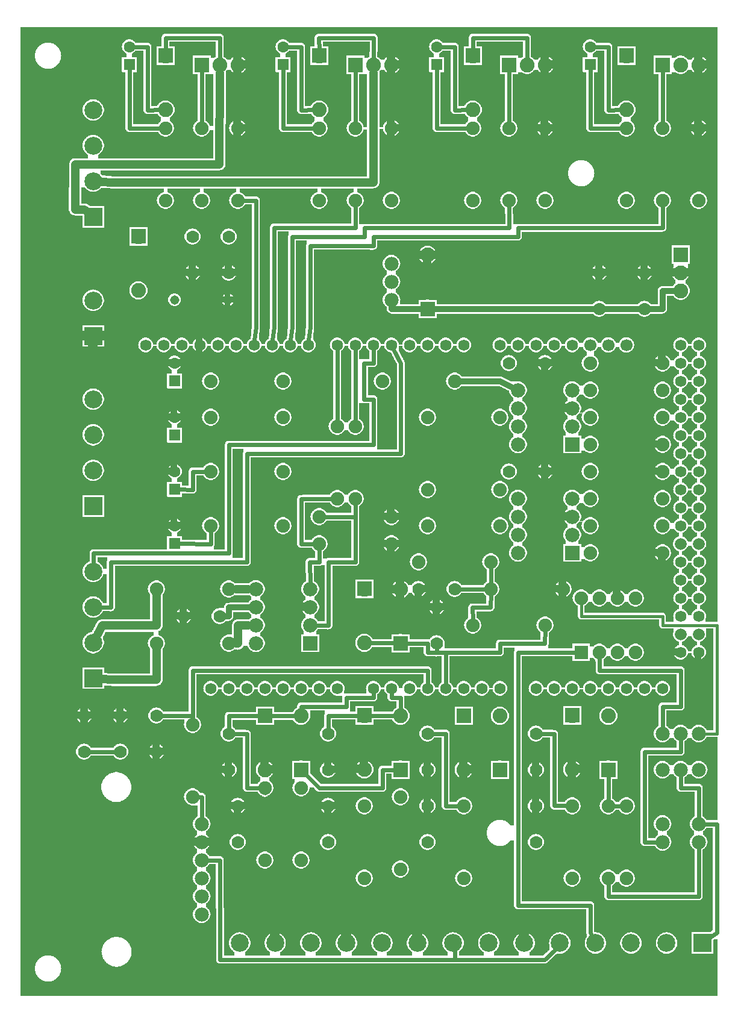
<source format=gbl>
G04 MADE WITH FRITZING*
G04 WWW.FRITZING.ORG*
G04 DOUBLE SIDED*
G04 HOLES PLATED*
G04 CONTOUR ON CENTER OF CONTOUR VECTOR*
%ASAXBY*%
%FSLAX23Y23*%
%MOIN*%
%OFA0B0*%
%SFA1.0B1.0*%
%ADD10C,0.075000*%
%ADD11C,0.078000*%
%ADD12C,0.082000*%
%ADD13C,0.070000*%
%ADD14C,0.051496*%
%ADD15C,0.079370*%
%ADD16C,0.062992*%
%ADD17C,0.062500*%
%ADD18C,0.065555*%
%ADD19C,0.066694*%
%ADD20C,0.099055*%
%ADD21R,0.075000X0.075000*%
%ADD22R,0.082000X0.082000*%
%ADD23R,0.079370X0.079370*%
%ADD24R,0.062992X0.062992*%
%ADD25R,0.099055X0.099055*%
%ADD26C,0.024000*%
%ADD27C,0.032000*%
%ADD28C,0.048000*%
%ADD29C,0.016000*%
%LNCOPPER0*%
G90*
G70*
G54D10*
X1422Y4453D03*
X1801Y2578D03*
X3485Y5328D03*
X992Y1141D03*
X992Y1541D03*
G54D11*
X1042Y991D03*
X1042Y891D03*
X1042Y791D03*
X1042Y691D03*
X1042Y591D03*
X1042Y491D03*
G54D10*
X3142Y1941D03*
X3142Y2241D03*
X3242Y1941D03*
X3242Y2241D03*
X3342Y1941D03*
X3342Y2241D03*
X3442Y1941D03*
X3442Y2241D03*
G54D11*
X3592Y1291D03*
X3692Y1291D03*
X3792Y1291D03*
X3792Y1491D03*
X3692Y1491D03*
X3592Y1491D03*
X2092Y3891D03*
X2092Y3991D03*
X2092Y4091D03*
G54D10*
X3292Y1091D03*
X3292Y691D03*
X3392Y1091D03*
X3392Y691D03*
G54D11*
X3592Y991D03*
X3592Y891D03*
X3792Y991D03*
X3792Y891D03*
G54D10*
X3592Y2491D03*
X3192Y2491D03*
X2092Y2691D03*
X1692Y2691D03*
X3592Y3091D03*
X3192Y3091D03*
X3592Y2941D03*
X3192Y2941D03*
X2092Y2541D03*
X1692Y2541D03*
X3592Y3541D03*
X3192Y3541D03*
G54D12*
X3692Y4141D03*
X3692Y4041D03*
X3692Y3941D03*
G54D13*
X1192Y4041D03*
X1192Y4241D03*
X3492Y4041D03*
X3492Y3841D03*
X992Y4041D03*
X992Y4241D03*
X3242Y4041D03*
X3242Y3841D03*
G54D12*
X692Y4241D03*
X692Y3943D03*
G54D14*
X892Y3891D03*
X1187Y3891D03*
G54D15*
X3092Y2491D03*
X2792Y2491D03*
X3092Y2591D03*
X2792Y2591D03*
X3092Y2691D03*
X2792Y2691D03*
X3092Y2791D03*
X2792Y2791D03*
X1642Y1991D03*
X1342Y1991D03*
X1642Y2091D03*
X1342Y2091D03*
X1642Y2191D03*
X1342Y2191D03*
X1642Y2291D03*
X1342Y2291D03*
X3092Y3091D03*
X2792Y3091D03*
X3092Y3191D03*
X2792Y3191D03*
X3092Y3291D03*
X2792Y3291D03*
X3092Y3391D03*
X2792Y3391D03*
G54D10*
X3592Y2641D03*
X3192Y2641D03*
X1892Y3191D03*
X1892Y2791D03*
X3592Y3241D03*
X3192Y3241D03*
X3592Y2791D03*
X3192Y2791D03*
X1792Y3191D03*
X1792Y2791D03*
X3592Y3391D03*
X3192Y3391D03*
G54D13*
X2942Y2941D03*
X2742Y2941D03*
X942Y2141D03*
X1142Y2141D03*
X2942Y3541D03*
X2742Y3541D03*
G54D10*
X2292Y2641D03*
X2692Y2641D03*
X792Y1991D03*
X1192Y1991D03*
X2292Y3241D03*
X2692Y3241D03*
X2692Y2841D03*
X2292Y2841D03*
X1192Y2291D03*
X792Y2291D03*
X2442Y3441D03*
X2042Y3441D03*
X1092Y2941D03*
X1492Y2941D03*
X1092Y3441D03*
X1492Y3441D03*
X1092Y2641D03*
X1492Y2641D03*
X1092Y3241D03*
X1492Y3241D03*
G54D16*
X892Y2843D03*
X892Y2941D03*
X892Y3443D03*
X892Y3541D03*
X892Y2543D03*
X892Y2641D03*
X892Y3143D03*
X892Y3241D03*
G54D17*
X2992Y1741D03*
X1392Y1741D03*
X3092Y1741D03*
X3192Y1741D03*
X3292Y1741D03*
X3392Y1741D03*
X3692Y3141D03*
X3492Y1741D03*
X3592Y1741D03*
X1432Y3641D03*
X1992Y1741D03*
X2092Y1741D03*
X2192Y1741D03*
X2292Y1741D03*
X3692Y2341D03*
X2392Y1741D03*
X2492Y1741D03*
X2592Y1741D03*
X2692Y1741D03*
X2192Y3641D03*
X3692Y3541D03*
X3692Y2741D03*
X3692Y1941D03*
X1032Y3641D03*
X1792Y1741D03*
X1792Y3641D03*
X3692Y3341D03*
X3692Y2941D03*
G54D18*
X3692Y2541D03*
G54D19*
X3392Y3641D03*
G54D17*
X3692Y2141D03*
G54D19*
X3292Y3641D03*
X3192Y3641D03*
G54D17*
X3092Y3641D03*
X2992Y3641D03*
X2892Y3641D03*
X2792Y3641D03*
X2692Y3641D03*
X832Y3641D03*
X1232Y3641D03*
X1632Y3641D03*
X1192Y1741D03*
X1592Y1741D03*
X2392Y3641D03*
X1992Y3641D03*
X3692Y3641D03*
X3692Y3441D03*
X3692Y3241D03*
X3692Y3041D03*
X3692Y2841D03*
X3692Y2641D03*
X3692Y2441D03*
X3692Y2241D03*
G54D18*
X3692Y2041D03*
G54D17*
X732Y3641D03*
X932Y3641D03*
X1132Y3641D03*
X1332Y3641D03*
X1532Y3641D03*
X1092Y1741D03*
X1292Y1741D03*
X1492Y1741D03*
X1692Y1741D03*
X2492Y3641D03*
X2292Y3641D03*
X2092Y3641D03*
X1892Y3641D03*
X3792Y3641D03*
X3792Y3541D03*
X3792Y3441D03*
X3792Y3341D03*
X3792Y3241D03*
X3792Y3141D03*
X3792Y3041D03*
X3792Y2941D03*
X3792Y2841D03*
X3792Y2741D03*
X3792Y2641D03*
G54D18*
X3792Y2541D03*
G54D17*
X3792Y2441D03*
X3792Y2341D03*
X3792Y2241D03*
X3792Y2141D03*
G54D18*
X3792Y2041D03*
G54D17*
X3792Y1941D03*
X2892Y1741D03*
G54D10*
X2642Y2291D03*
X3042Y2291D03*
X2142Y1141D03*
X2142Y741D03*
X1592Y1191D03*
X1592Y791D03*
G54D13*
X1742Y1291D03*
X1742Y1491D03*
X1742Y1091D03*
X1742Y891D03*
X1192Y1291D03*
X1192Y1491D03*
X1242Y1091D03*
X1242Y891D03*
G54D10*
X1942Y691D03*
X1942Y1091D03*
X1392Y791D03*
X1392Y1191D03*
G54D12*
X2142Y1291D03*
X2142Y1589D03*
X1392Y1589D03*
X1392Y1291D03*
X1592Y1291D03*
X1592Y1589D03*
X2142Y1991D03*
X2142Y2289D03*
X1942Y1591D03*
X1942Y1293D03*
G54D20*
X442Y1798D03*
X442Y1995D03*
X442Y2191D03*
X442Y2388D03*
X3812Y332D03*
X3615Y332D03*
X3418Y332D03*
X3221Y332D03*
X3024Y332D03*
X2827Y332D03*
X2631Y332D03*
X2434Y332D03*
X2237Y332D03*
X2040Y332D03*
X1843Y332D03*
X1646Y332D03*
X1449Y332D03*
X1253Y332D03*
G54D13*
X2892Y1291D03*
X2892Y1491D03*
X792Y1591D03*
X792Y1391D03*
X2292Y1291D03*
X2292Y1491D03*
X392Y1591D03*
X392Y1391D03*
X592Y1591D03*
X592Y1391D03*
X2892Y1091D03*
X2892Y891D03*
X2292Y1091D03*
X2292Y891D03*
G54D10*
X3092Y691D03*
X3092Y1091D03*
X2492Y691D03*
X2492Y1091D03*
G54D12*
X3292Y1291D03*
X3292Y1589D03*
X2692Y1291D03*
X2692Y1589D03*
X3092Y1591D03*
X3092Y1293D03*
X2492Y1589D03*
X2492Y1291D03*
G54D10*
X2242Y2441D03*
X2642Y2441D03*
G54D13*
X2242Y2291D03*
X2442Y2291D03*
X2342Y2191D03*
X2342Y1991D03*
G54D10*
X2542Y2091D03*
X2942Y2091D03*
G54D12*
X1942Y2291D03*
X1942Y1993D03*
G54D10*
X842Y4441D03*
X842Y4841D03*
X2542Y4441D03*
X2542Y4841D03*
X1692Y4441D03*
X1692Y4841D03*
X3392Y4441D03*
X3392Y4841D03*
G54D16*
X642Y5193D03*
X642Y5291D03*
X2342Y5193D03*
X2342Y5291D03*
X1492Y5193D03*
X1492Y5291D03*
X3192Y5193D03*
X3192Y5291D03*
G54D12*
X842Y5241D03*
X842Y4943D03*
X2542Y5241D03*
X2542Y4943D03*
X1692Y5241D03*
X1692Y4943D03*
X3392Y5241D03*
X3392Y4943D03*
X1042Y5191D03*
X1142Y5191D03*
X1242Y5191D03*
X2742Y5191D03*
X2842Y5191D03*
X2942Y5191D03*
X1892Y5191D03*
X1992Y5191D03*
X2092Y5191D03*
X3592Y5191D03*
X3692Y5191D03*
X3792Y5191D03*
G54D10*
X1042Y4441D03*
X1042Y4841D03*
X2742Y4441D03*
X2742Y4841D03*
X1892Y4441D03*
X1892Y4841D03*
X3592Y4441D03*
X3592Y4841D03*
X1242Y4441D03*
X1242Y4841D03*
X2942Y4441D03*
X2942Y4841D03*
X2092Y4441D03*
X2092Y4841D03*
X3792Y4441D03*
X3792Y4841D03*
G54D20*
X442Y3691D03*
X442Y3888D03*
X442Y2751D03*
X442Y2948D03*
X442Y3145D03*
X442Y3341D03*
X442Y4351D03*
X442Y4548D03*
X442Y4745D03*
X442Y4941D03*
G54D12*
X2292Y3841D03*
X2292Y4139D03*
G54D21*
X3142Y1941D03*
G54D22*
X3692Y4141D03*
X692Y4242D03*
G54D23*
X3092Y2491D03*
X1642Y1991D03*
X3092Y3091D03*
G54D24*
X892Y2843D03*
X892Y3443D03*
X892Y2543D03*
X892Y3143D03*
G54D22*
X2142Y1290D03*
X1392Y1590D03*
X1592Y1290D03*
X2142Y1990D03*
X1942Y1592D03*
G54D25*
X442Y1798D03*
X3812Y332D03*
G54D22*
X3292Y1290D03*
X2692Y1290D03*
X3092Y1592D03*
X2492Y1590D03*
X1942Y2292D03*
G54D24*
X642Y5193D03*
X2342Y5193D03*
X1492Y5193D03*
X3192Y5193D03*
G54D22*
X842Y5242D03*
X2542Y5242D03*
X1692Y5242D03*
X3392Y5242D03*
X1042Y5191D03*
X2742Y5191D03*
X1892Y5191D03*
X3592Y5191D03*
G54D25*
X442Y3691D03*
X442Y2751D03*
X442Y4351D03*
G54D22*
X2292Y3840D03*
G54D26*
X2392Y1491D02*
X2392Y1091D01*
D02*
X2392Y1091D02*
X2464Y1091D01*
D02*
X2318Y1491D02*
X2392Y1491D01*
D02*
X2992Y1093D02*
X2992Y1490D01*
D02*
X2992Y1490D02*
X2918Y1491D01*
D02*
X3064Y1092D02*
X2992Y1093D01*
D02*
X3192Y391D02*
X3203Y369D01*
D02*
X3192Y541D02*
X3192Y391D01*
D02*
X2792Y541D02*
X3192Y541D01*
D02*
X2792Y1941D02*
X2792Y541D01*
D02*
X3114Y1941D02*
X2792Y1941D01*
D02*
X1992Y3341D02*
X1940Y3341D01*
D02*
X1940Y3341D02*
X1940Y3541D01*
D02*
X1992Y3541D02*
X1992Y3613D01*
D02*
X1940Y3541D02*
X1992Y3541D01*
D02*
X444Y2490D02*
X1192Y2490D01*
D02*
X1192Y2490D02*
X1192Y3090D01*
D02*
X1192Y3090D02*
X1992Y3090D01*
D02*
X1992Y3090D02*
X1992Y3341D01*
D02*
X443Y2429D02*
X444Y2490D01*
D02*
X540Y2190D02*
X540Y2441D01*
D02*
X540Y2441D02*
X1292Y2441D01*
D02*
X1292Y2441D02*
X1292Y3041D01*
D02*
X1292Y3041D02*
X2144Y3041D01*
D02*
X2144Y3541D02*
X2105Y3616D01*
D02*
X2144Y3041D02*
X2144Y3541D01*
D02*
X483Y2191D02*
X540Y2190D01*
D02*
X2442Y291D02*
X2442Y293D01*
D02*
X2444Y241D02*
X2442Y291D01*
D02*
X2468Y2291D02*
X2614Y2291D01*
D02*
X2642Y2413D02*
X2642Y2320D01*
D02*
X2640Y2190D02*
X2642Y2263D01*
D02*
X2540Y2190D02*
X2640Y2190D01*
D02*
X2542Y2120D02*
X2540Y2190D01*
D02*
X1592Y2790D02*
X1764Y2791D01*
D02*
X1592Y2541D02*
X1592Y2790D01*
D02*
X1664Y2541D02*
X1592Y2541D01*
D02*
X1892Y2690D02*
X1892Y2763D01*
D02*
X1721Y2691D02*
X1892Y2690D01*
D02*
X1892Y2641D02*
X1892Y2690D01*
D02*
X1892Y2441D02*
X1892Y2641D01*
D02*
X1744Y2441D02*
X1892Y2441D01*
D02*
X1744Y2090D02*
X1744Y2441D01*
D02*
X1673Y2091D02*
X1744Y2090D01*
D02*
X1692Y2441D02*
X1692Y2513D01*
D02*
X1640Y2441D02*
X1692Y2441D01*
D02*
X1642Y2322D02*
X1640Y2441D01*
G54D27*
D02*
X1192Y2190D02*
X1306Y2191D01*
D02*
X1192Y2141D02*
X1192Y2190D01*
D02*
X1174Y2141D02*
X1192Y2141D01*
G54D28*
D02*
X492Y2090D02*
X466Y2040D01*
D02*
X792Y2090D02*
X492Y2090D01*
D02*
X792Y2190D02*
X792Y2090D01*
D02*
X792Y2252D02*
X792Y2190D01*
D02*
X544Y1790D02*
X792Y1790D01*
D02*
X792Y1790D02*
X792Y1952D01*
D02*
X494Y1794D02*
X544Y1790D01*
D02*
X1244Y1990D02*
X1232Y1990D01*
D02*
X1244Y2090D02*
X1244Y1990D01*
D02*
X1300Y2091D02*
X1244Y2090D01*
D02*
X1232Y2291D02*
X1300Y2291D01*
G54D26*
D02*
X1792Y3613D02*
X1792Y3220D01*
D02*
X1892Y3613D02*
X1892Y3220D01*
D02*
X992Y1591D02*
X992Y1570D01*
D02*
X992Y1841D02*
X992Y1591D01*
D02*
X2292Y1841D02*
X992Y1841D01*
D02*
X2292Y1770D02*
X2292Y1841D01*
D02*
X1042Y1141D02*
X1021Y1141D01*
D02*
X1042Y1022D02*
X1042Y1141D01*
D02*
X592Y1391D02*
X418Y1391D01*
D02*
X818Y1591D02*
X992Y1591D01*
D02*
X2992Y290D02*
X2940Y241D01*
D02*
X3000Y300D02*
X2992Y290D01*
D02*
X1142Y791D02*
X1072Y791D01*
D02*
X2444Y241D02*
X1144Y241D01*
D02*
X1144Y241D02*
X1142Y791D01*
D02*
X2940Y241D02*
X2444Y241D01*
G54D29*
D02*
X3592Y2141D02*
X3142Y2141D01*
D02*
X3592Y2091D02*
X3592Y2141D01*
D02*
X3142Y2141D02*
X3142Y2218D01*
D02*
X3892Y2091D02*
X3592Y2091D01*
D02*
X3892Y1491D02*
X3892Y2091D01*
D02*
X3817Y1491D02*
X3892Y1491D01*
G54D26*
D02*
X3892Y391D02*
X3844Y356D01*
D02*
X3892Y991D02*
X3892Y391D01*
D02*
X3822Y991D02*
X3892Y991D01*
D02*
X3692Y1191D02*
X3692Y1261D01*
D02*
X3792Y1191D02*
X3692Y1191D01*
D02*
X3792Y1022D02*
X3792Y1191D01*
D02*
X3792Y591D02*
X3792Y861D01*
D02*
X3292Y591D02*
X3792Y591D01*
D02*
X3292Y663D02*
X3292Y591D01*
D02*
X3321Y1091D02*
X3364Y1091D01*
D02*
X3292Y1259D02*
X3292Y1120D01*
D02*
X3492Y891D02*
X3562Y891D01*
D02*
X3492Y1391D02*
X3492Y891D01*
D02*
X3692Y1391D02*
X3492Y1391D01*
D02*
X3692Y1461D02*
X3692Y1391D01*
D02*
X3692Y1641D02*
X3592Y1641D01*
D02*
X3592Y1641D02*
X3592Y1522D01*
D02*
X3692Y1841D02*
X3692Y1641D01*
D02*
X3244Y1841D02*
X3692Y1841D01*
D02*
X3243Y1913D02*
X3244Y1841D01*
D02*
X2110Y1992D02*
X1974Y1993D01*
D02*
X2392Y1770D02*
X2392Y1941D01*
G54D27*
D02*
X2330Y3841D02*
X3210Y3841D01*
G54D26*
D02*
X992Y2841D02*
X992Y2941D01*
D02*
X992Y2941D02*
X1064Y2941D01*
D02*
X919Y2843D02*
X992Y2841D01*
D02*
X1092Y2541D02*
X1092Y2613D01*
D02*
X919Y2543D02*
X1092Y2541D01*
G54D27*
D02*
X3592Y3841D02*
X3524Y3841D01*
D02*
X3592Y3941D02*
X3592Y3841D01*
D02*
X3654Y3941D02*
X3592Y3941D01*
D02*
X3460Y3841D02*
X3274Y3841D01*
D02*
X2492Y3441D02*
X2476Y3441D01*
D02*
X2692Y3441D02*
X2492Y3441D01*
D02*
X2760Y3408D02*
X2692Y3441D01*
G54D26*
D02*
X1042Y5159D02*
X1042Y4870D01*
D02*
X1892Y4870D02*
X1892Y5159D01*
D02*
X1542Y4241D02*
X1944Y4241D01*
D02*
X1944Y4241D02*
X1944Y4290D01*
D02*
X1944Y4290D02*
X2744Y4290D01*
D02*
X1542Y3741D02*
X1542Y4241D01*
D02*
X1535Y3670D02*
X1542Y3741D01*
D02*
X2744Y4290D02*
X2742Y4413D01*
D02*
X1642Y4191D02*
X1992Y4190D01*
D02*
X1992Y4190D02*
X1992Y4241D01*
D02*
X1992Y4241D02*
X2792Y4241D01*
D02*
X2792Y4241D02*
X2792Y4290D01*
D02*
X2792Y4290D02*
X3592Y4290D01*
D02*
X1642Y3741D02*
X1642Y4191D01*
D02*
X1635Y3670D02*
X1642Y3741D01*
D02*
X3592Y4290D02*
X3592Y4413D01*
D02*
X1892Y4290D02*
X1892Y4413D01*
D02*
X1442Y4291D02*
X1892Y4290D01*
D02*
X1442Y3741D02*
X1442Y4291D01*
D02*
X1435Y3670D02*
X1442Y3741D01*
D02*
X1342Y4441D02*
X1271Y4441D01*
D02*
X1342Y3741D02*
X1342Y4441D01*
D02*
X1335Y3670D02*
X1342Y3741D01*
D02*
X2292Y1990D02*
X2174Y1991D01*
D02*
X2292Y1941D02*
X2292Y1990D01*
D02*
X2342Y1940D02*
X2292Y1941D01*
D02*
X2342Y1991D02*
X2342Y1940D01*
D02*
X2342Y1941D02*
X2342Y1965D01*
D02*
X2392Y1941D02*
X2342Y1941D01*
D02*
X2692Y1941D02*
X2392Y1941D01*
D02*
X2692Y1990D02*
X2692Y1941D01*
D02*
X2940Y1990D02*
X2692Y1990D01*
D02*
X2942Y2063D02*
X2940Y1990D01*
G54D28*
D02*
X544Y4541D02*
X1992Y4541D01*
D02*
X1992Y4541D02*
X1992Y5148D01*
D02*
X494Y4545D02*
X544Y4541D01*
G54D26*
D02*
X3192Y4841D02*
X3192Y5166D01*
D02*
X3364Y4841D02*
X3192Y4841D01*
D02*
X3592Y5159D02*
X3592Y4870D01*
D02*
X3292Y4941D02*
X3292Y5291D01*
D02*
X3292Y5291D02*
X3219Y5291D01*
D02*
X3360Y4943D02*
X3292Y4941D01*
D02*
X2842Y5341D02*
X2842Y5224D01*
D02*
X2542Y5341D02*
X2842Y5341D01*
D02*
X2542Y5274D02*
X2542Y5341D01*
D02*
X1690Y5341D02*
X1692Y5274D01*
D02*
X1994Y5341D02*
X1690Y5341D01*
D02*
X1993Y5224D02*
X1994Y5341D01*
D02*
X842Y5341D02*
X842Y5274D01*
D02*
X1142Y5341D02*
X842Y5341D01*
D02*
X1142Y5224D02*
X1142Y5341D01*
D02*
X2442Y4941D02*
X2510Y4943D01*
D02*
X2442Y5291D02*
X2442Y4941D01*
D02*
X2369Y5291D02*
X2442Y5291D01*
D02*
X1592Y4941D02*
X1660Y4943D01*
D02*
X1592Y5291D02*
X1592Y4941D01*
D02*
X1519Y5291D02*
X1592Y5291D01*
D02*
X742Y4941D02*
X810Y4943D01*
D02*
X742Y5291D02*
X742Y4941D01*
D02*
X669Y5291D02*
X742Y5291D01*
D02*
X1492Y4841D02*
X1492Y5166D01*
D02*
X1664Y4841D02*
X1492Y4841D01*
D02*
X642Y4841D02*
X642Y5166D01*
D02*
X814Y4841D02*
X642Y4841D01*
D02*
X2342Y4841D02*
X2342Y5166D01*
D02*
X2514Y4841D02*
X2342Y4841D01*
D02*
X2742Y4870D02*
X2742Y5159D01*
G54D28*
D02*
X344Y4641D02*
X1140Y4641D01*
D02*
X1140Y4641D02*
X1142Y5148D01*
D02*
X342Y4391D02*
X344Y4641D01*
D02*
X392Y4391D02*
X342Y4391D01*
D02*
X402Y4383D02*
X392Y4391D01*
G54D26*
D02*
X1592Y1622D02*
X1592Y1641D01*
D02*
X1842Y1641D02*
X1842Y1691D01*
D02*
X1842Y1691D02*
X1992Y1691D01*
D02*
X1592Y1641D02*
X1842Y1641D01*
D02*
X1992Y1691D02*
X1992Y1713D01*
D02*
X2142Y1691D02*
X2142Y1622D01*
D02*
X2092Y1691D02*
X2142Y1691D01*
D02*
X2092Y1713D02*
X2092Y1691D01*
D02*
X2110Y1590D02*
X1974Y1591D01*
D02*
X1424Y1589D02*
X1560Y1589D01*
D02*
X1742Y1591D02*
X1742Y1518D01*
D02*
X1910Y1591D02*
X1742Y1591D01*
D02*
X1192Y1590D02*
X1360Y1589D01*
D02*
X1192Y1518D02*
X1192Y1590D01*
D02*
X1292Y1191D02*
X1292Y1490D01*
D02*
X1392Y1190D02*
X1292Y1191D01*
D02*
X1292Y1490D02*
X1218Y1491D01*
D02*
X1392Y1163D02*
X1392Y1190D01*
D02*
X2042Y1191D02*
X1692Y1191D01*
D02*
X1692Y1191D02*
X1644Y1241D01*
D02*
X2042Y1291D02*
X2042Y1191D01*
D02*
X1644Y1241D02*
X1615Y1269D01*
D02*
X2110Y1291D02*
X2042Y1291D01*
G54D27*
D02*
X2092Y3841D02*
X2092Y3861D01*
D02*
X2260Y3841D02*
X2092Y3841D01*
G36*
X674Y5269D02*
X674Y5267D01*
X672Y5267D01*
X672Y5263D01*
X668Y5263D01*
X668Y5261D01*
X666Y5261D01*
X666Y5259D01*
X664Y5259D01*
X664Y5257D01*
X660Y5257D01*
X660Y5255D01*
X658Y5255D01*
X658Y5235D01*
X684Y5235D01*
X684Y5153D01*
X682Y5153D01*
X682Y5151D01*
X664Y5151D01*
X664Y4919D01*
X740Y4919D01*
X740Y4921D01*
X732Y4921D01*
X732Y4923D01*
X730Y4923D01*
X730Y4925D01*
X726Y4925D01*
X726Y4929D01*
X724Y4929D01*
X724Y4931D01*
X722Y4931D01*
X722Y4935D01*
X720Y4935D01*
X720Y5269D01*
X674Y5269D01*
G37*
D02*
G36*
X756Y4921D02*
X756Y4919D01*
X798Y4919D01*
X798Y4921D01*
X756Y4921D01*
G37*
D02*
G36*
X664Y4919D02*
X664Y4917D01*
X800Y4917D01*
X800Y4919D01*
X664Y4919D01*
G37*
D02*
G36*
X664Y4919D02*
X664Y4917D01*
X800Y4917D01*
X800Y4919D01*
X664Y4919D01*
G37*
D02*
G36*
X664Y4917D02*
X664Y4863D01*
X802Y4863D01*
X802Y4867D01*
X804Y4867D01*
X804Y4869D01*
X806Y4869D01*
X806Y4871D01*
X808Y4871D01*
X808Y4873D01*
X810Y4873D01*
X810Y4875D01*
X812Y4875D01*
X812Y4877D01*
X814Y4877D01*
X814Y4879D01*
X816Y4879D01*
X816Y4881D01*
X818Y4881D01*
X818Y4901D01*
X816Y4901D01*
X816Y4903D01*
X812Y4903D01*
X812Y4905D01*
X810Y4905D01*
X810Y4907D01*
X808Y4907D01*
X808Y4909D01*
X806Y4909D01*
X806Y4911D01*
X804Y4911D01*
X804Y4913D01*
X802Y4913D01*
X802Y4915D01*
X800Y4915D01*
X800Y4917D01*
X664Y4917D01*
G37*
D02*
G36*
X1524Y5269D02*
X1524Y5267D01*
X1522Y5267D01*
X1522Y5263D01*
X1518Y5263D01*
X1518Y5261D01*
X1516Y5261D01*
X1516Y5259D01*
X1514Y5259D01*
X1514Y5257D01*
X1510Y5257D01*
X1510Y5255D01*
X1508Y5255D01*
X1508Y5235D01*
X1534Y5235D01*
X1534Y5153D01*
X1532Y5153D01*
X1532Y5151D01*
X1514Y5151D01*
X1514Y4919D01*
X1590Y4919D01*
X1590Y4921D01*
X1582Y4921D01*
X1582Y4923D01*
X1580Y4923D01*
X1580Y4925D01*
X1576Y4925D01*
X1576Y4929D01*
X1574Y4929D01*
X1574Y4931D01*
X1572Y4931D01*
X1572Y4935D01*
X1570Y4935D01*
X1570Y5269D01*
X1524Y5269D01*
G37*
D02*
G36*
X1606Y4921D02*
X1606Y4919D01*
X1648Y4919D01*
X1648Y4921D01*
X1606Y4921D01*
G37*
D02*
G36*
X1514Y4919D02*
X1514Y4917D01*
X1650Y4917D01*
X1650Y4919D01*
X1514Y4919D01*
G37*
D02*
G36*
X1514Y4919D02*
X1514Y4917D01*
X1650Y4917D01*
X1650Y4919D01*
X1514Y4919D01*
G37*
D02*
G36*
X1514Y4917D02*
X1514Y4863D01*
X1652Y4863D01*
X1652Y4867D01*
X1654Y4867D01*
X1654Y4869D01*
X1656Y4869D01*
X1656Y4871D01*
X1658Y4871D01*
X1658Y4873D01*
X1660Y4873D01*
X1660Y4875D01*
X1662Y4875D01*
X1662Y4877D01*
X1664Y4877D01*
X1664Y4879D01*
X1666Y4879D01*
X1666Y4881D01*
X1668Y4881D01*
X1668Y4901D01*
X1666Y4901D01*
X1666Y4903D01*
X1662Y4903D01*
X1662Y4905D01*
X1660Y4905D01*
X1660Y4907D01*
X1658Y4907D01*
X1658Y4909D01*
X1656Y4909D01*
X1656Y4911D01*
X1654Y4911D01*
X1654Y4913D01*
X1652Y4913D01*
X1652Y4915D01*
X1650Y4915D01*
X1650Y4917D01*
X1514Y4917D01*
G37*
D02*
G36*
X2374Y5269D02*
X2374Y5267D01*
X2372Y5267D01*
X2372Y5263D01*
X2368Y5263D01*
X2368Y5261D01*
X2366Y5261D01*
X2366Y5259D01*
X2364Y5259D01*
X2364Y5257D01*
X2360Y5257D01*
X2360Y5255D01*
X2358Y5255D01*
X2358Y5235D01*
X2384Y5235D01*
X2384Y5153D01*
X2382Y5153D01*
X2382Y5151D01*
X2364Y5151D01*
X2364Y4919D01*
X2440Y4919D01*
X2440Y4921D01*
X2432Y4921D01*
X2432Y4923D01*
X2430Y4923D01*
X2430Y4925D01*
X2426Y4925D01*
X2426Y4929D01*
X2424Y4929D01*
X2424Y4931D01*
X2422Y4931D01*
X2422Y4935D01*
X2420Y4935D01*
X2420Y5269D01*
X2374Y5269D01*
G37*
D02*
G36*
X2456Y4921D02*
X2456Y4919D01*
X2498Y4919D01*
X2498Y4921D01*
X2456Y4921D01*
G37*
D02*
G36*
X2364Y4919D02*
X2364Y4917D01*
X2500Y4917D01*
X2500Y4919D01*
X2364Y4919D01*
G37*
D02*
G36*
X2364Y4919D02*
X2364Y4917D01*
X2500Y4917D01*
X2500Y4919D01*
X2364Y4919D01*
G37*
D02*
G36*
X2364Y4917D02*
X2364Y4863D01*
X2502Y4863D01*
X2502Y4867D01*
X2504Y4867D01*
X2504Y4869D01*
X2506Y4869D01*
X2506Y4871D01*
X2508Y4871D01*
X2508Y4873D01*
X2510Y4873D01*
X2510Y4875D01*
X2512Y4875D01*
X2512Y4877D01*
X2514Y4877D01*
X2514Y4879D01*
X2516Y4879D01*
X2516Y4881D01*
X2518Y4881D01*
X2518Y4901D01*
X2516Y4901D01*
X2516Y4903D01*
X2512Y4903D01*
X2512Y4905D01*
X2510Y4905D01*
X2510Y4907D01*
X2508Y4907D01*
X2508Y4909D01*
X2506Y4909D01*
X2506Y4911D01*
X2504Y4911D01*
X2504Y4913D01*
X2502Y4913D01*
X2502Y4915D01*
X2500Y4915D01*
X2500Y4917D01*
X2364Y4917D01*
G37*
D02*
G36*
X3224Y5269D02*
X3224Y5267D01*
X3222Y5267D01*
X3222Y5263D01*
X3218Y5263D01*
X3218Y5261D01*
X3216Y5261D01*
X3216Y5259D01*
X3214Y5259D01*
X3214Y5257D01*
X3210Y5257D01*
X3210Y5255D01*
X3208Y5255D01*
X3208Y5235D01*
X3234Y5235D01*
X3234Y5153D01*
X3232Y5153D01*
X3232Y5151D01*
X3214Y5151D01*
X3214Y4919D01*
X3290Y4919D01*
X3290Y4921D01*
X3282Y4921D01*
X3282Y4923D01*
X3280Y4923D01*
X3280Y4925D01*
X3276Y4925D01*
X3276Y4929D01*
X3274Y4929D01*
X3274Y4931D01*
X3272Y4931D01*
X3272Y4935D01*
X3270Y4935D01*
X3270Y5269D01*
X3224Y5269D01*
G37*
D02*
G36*
X3306Y4921D02*
X3306Y4919D01*
X3348Y4919D01*
X3348Y4921D01*
X3306Y4921D01*
G37*
D02*
G36*
X3214Y4919D02*
X3214Y4917D01*
X3350Y4917D01*
X3350Y4919D01*
X3214Y4919D01*
G37*
D02*
G36*
X3214Y4919D02*
X3214Y4917D01*
X3350Y4917D01*
X3350Y4919D01*
X3214Y4919D01*
G37*
D02*
G36*
X3214Y4917D02*
X3214Y4863D01*
X3352Y4863D01*
X3352Y4867D01*
X3354Y4867D01*
X3354Y4869D01*
X3356Y4869D01*
X3356Y4871D01*
X3358Y4871D01*
X3358Y4873D01*
X3360Y4873D01*
X3360Y4875D01*
X3362Y4875D01*
X3362Y4877D01*
X3364Y4877D01*
X3364Y4879D01*
X3366Y4879D01*
X3366Y4881D01*
X3368Y4881D01*
X3368Y4901D01*
X3366Y4901D01*
X3366Y4903D01*
X3362Y4903D01*
X3362Y4905D01*
X3360Y4905D01*
X3360Y4907D01*
X3358Y4907D01*
X3358Y4909D01*
X3356Y4909D01*
X3356Y4911D01*
X3354Y4911D01*
X3354Y4913D01*
X3352Y4913D01*
X3352Y4915D01*
X3350Y4915D01*
X3350Y4917D01*
X3214Y4917D01*
G37*
D02*
G36*
X1064Y5141D02*
X1064Y4881D01*
X1068Y4881D01*
X1068Y4879D01*
X1070Y4879D01*
X1070Y4877D01*
X1072Y4877D01*
X1072Y4875D01*
X1074Y4875D01*
X1074Y4873D01*
X1076Y4873D01*
X1076Y4871D01*
X1078Y4871D01*
X1078Y4869D01*
X1080Y4869D01*
X1080Y4867D01*
X1082Y4867D01*
X1082Y4863D01*
X1084Y4863D01*
X1084Y4859D01*
X1086Y4859D01*
X1086Y4855D01*
X1106Y4855D01*
X1106Y4871D01*
X1108Y4871D01*
X1108Y5141D01*
X1064Y5141D01*
G37*
D02*
G36*
X1914Y5141D02*
X1914Y4881D01*
X1918Y4881D01*
X1918Y4879D01*
X1920Y4879D01*
X1920Y4877D01*
X1922Y4877D01*
X1922Y4875D01*
X1924Y4875D01*
X1924Y4873D01*
X1926Y4873D01*
X1926Y4871D01*
X1928Y4871D01*
X1928Y4869D01*
X1930Y4869D01*
X1930Y4867D01*
X1932Y4867D01*
X1932Y4863D01*
X1934Y4863D01*
X1934Y4859D01*
X1936Y4859D01*
X1936Y4855D01*
X1938Y4855D01*
X1938Y4847D01*
X1958Y4847D01*
X1958Y5141D01*
X1914Y5141D01*
G37*
D02*
G36*
X1252Y4507D02*
X1252Y4487D01*
X1256Y4487D01*
X1256Y4485D01*
X1262Y4485D01*
X1262Y4483D01*
X1264Y4483D01*
X1264Y4481D01*
X1268Y4481D01*
X1268Y4479D01*
X1270Y4479D01*
X1270Y4477D01*
X1272Y4477D01*
X1272Y4475D01*
X1274Y4475D01*
X1274Y4473D01*
X1276Y4473D01*
X1276Y4471D01*
X1278Y4471D01*
X1278Y4469D01*
X1280Y4469D01*
X1280Y4467D01*
X1282Y4467D01*
X1282Y4463D01*
X1350Y4463D01*
X1350Y4461D01*
X1354Y4461D01*
X1354Y4459D01*
X1356Y4459D01*
X1356Y4457D01*
X1358Y4457D01*
X1358Y4455D01*
X1360Y4455D01*
X1360Y4453D01*
X1362Y4453D01*
X1362Y4449D01*
X1364Y4449D01*
X1364Y4395D01*
X1682Y4395D01*
X1682Y4397D01*
X1676Y4397D01*
X1676Y4399D01*
X1672Y4399D01*
X1672Y4401D01*
X1668Y4401D01*
X1668Y4403D01*
X1666Y4403D01*
X1666Y4405D01*
X1664Y4405D01*
X1664Y4407D01*
X1660Y4407D01*
X1660Y4409D01*
X1658Y4409D01*
X1658Y4413D01*
X1656Y4413D01*
X1656Y4415D01*
X1654Y4415D01*
X1654Y4417D01*
X1652Y4417D01*
X1652Y4421D01*
X1650Y4421D01*
X1650Y4423D01*
X1648Y4423D01*
X1648Y4429D01*
X1646Y4429D01*
X1646Y4437D01*
X1644Y4437D01*
X1644Y4447D01*
X1646Y4447D01*
X1646Y4455D01*
X1648Y4455D01*
X1648Y4459D01*
X1650Y4459D01*
X1650Y4463D01*
X1652Y4463D01*
X1652Y4467D01*
X1654Y4467D01*
X1654Y4469D01*
X1656Y4469D01*
X1656Y4471D01*
X1658Y4471D01*
X1658Y4473D01*
X1660Y4473D01*
X1660Y4475D01*
X1662Y4475D01*
X1662Y4477D01*
X1664Y4477D01*
X1664Y4479D01*
X1666Y4479D01*
X1666Y4481D01*
X1670Y4481D01*
X1670Y4483D01*
X1672Y4483D01*
X1672Y4485D01*
X1678Y4485D01*
X1678Y4487D01*
X1682Y4487D01*
X1682Y4507D01*
X1252Y4507D01*
G37*
D02*
G36*
X1702Y4507D02*
X1702Y4487D01*
X1706Y4487D01*
X1706Y4485D01*
X1712Y4485D01*
X1712Y4483D01*
X1714Y4483D01*
X1714Y4481D01*
X1718Y4481D01*
X1718Y4479D01*
X1720Y4479D01*
X1720Y4477D01*
X1722Y4477D01*
X1722Y4475D01*
X1724Y4475D01*
X1724Y4473D01*
X1726Y4473D01*
X1726Y4471D01*
X1728Y4471D01*
X1728Y4469D01*
X1730Y4469D01*
X1730Y4467D01*
X1732Y4467D01*
X1732Y4463D01*
X1734Y4463D01*
X1734Y4459D01*
X1736Y4459D01*
X1736Y4455D01*
X1738Y4455D01*
X1738Y4447D01*
X1740Y4447D01*
X1740Y4435D01*
X1738Y4435D01*
X1738Y4429D01*
X1736Y4429D01*
X1736Y4423D01*
X1734Y4423D01*
X1734Y4421D01*
X1732Y4421D01*
X1732Y4417D01*
X1730Y4417D01*
X1730Y4415D01*
X1728Y4415D01*
X1728Y4411D01*
X1726Y4411D01*
X1726Y4409D01*
X1724Y4409D01*
X1724Y4407D01*
X1720Y4407D01*
X1720Y4405D01*
X1718Y4405D01*
X1718Y4403D01*
X1716Y4403D01*
X1716Y4401D01*
X1712Y4401D01*
X1712Y4399D01*
X1708Y4399D01*
X1708Y4397D01*
X1702Y4397D01*
X1702Y4395D01*
X1870Y4395D01*
X1870Y4401D01*
X1868Y4401D01*
X1868Y4403D01*
X1866Y4403D01*
X1866Y4405D01*
X1864Y4405D01*
X1864Y4407D01*
X1860Y4407D01*
X1860Y4409D01*
X1858Y4409D01*
X1858Y4413D01*
X1856Y4413D01*
X1856Y4415D01*
X1854Y4415D01*
X1854Y4417D01*
X1852Y4417D01*
X1852Y4421D01*
X1850Y4421D01*
X1850Y4423D01*
X1848Y4423D01*
X1848Y4429D01*
X1846Y4429D01*
X1846Y4437D01*
X1844Y4437D01*
X1844Y4447D01*
X1846Y4447D01*
X1846Y4455D01*
X1848Y4455D01*
X1848Y4459D01*
X1850Y4459D01*
X1850Y4463D01*
X1852Y4463D01*
X1852Y4467D01*
X1854Y4467D01*
X1854Y4469D01*
X1856Y4469D01*
X1856Y4471D01*
X1858Y4471D01*
X1858Y4473D01*
X1860Y4473D01*
X1860Y4475D01*
X1862Y4475D01*
X1862Y4477D01*
X1864Y4477D01*
X1864Y4479D01*
X1866Y4479D01*
X1866Y4481D01*
X1870Y4481D01*
X1870Y4483D01*
X1872Y4483D01*
X1872Y4485D01*
X1878Y4485D01*
X1878Y4487D01*
X1882Y4487D01*
X1882Y4507D01*
X1702Y4507D01*
G37*
D02*
G36*
X1364Y4395D02*
X1364Y4393D01*
X1870Y4393D01*
X1870Y4395D01*
X1364Y4395D01*
G37*
D02*
G36*
X1364Y4395D02*
X1364Y4393D01*
X1870Y4393D01*
X1870Y4395D01*
X1364Y4395D01*
G37*
D02*
G36*
X1364Y4393D02*
X1364Y3729D01*
X1362Y3729D01*
X1362Y3709D01*
X1360Y3709D01*
X1360Y3669D01*
X1362Y3669D01*
X1362Y3667D01*
X1364Y3667D01*
X1364Y3665D01*
X1366Y3665D01*
X1366Y3661D01*
X1368Y3661D01*
X1368Y3659D01*
X1370Y3659D01*
X1370Y3653D01*
X1372Y3653D01*
X1372Y3647D01*
X1392Y3647D01*
X1392Y3653D01*
X1394Y3653D01*
X1394Y3657D01*
X1396Y3657D01*
X1396Y3661D01*
X1398Y3661D01*
X1398Y3665D01*
X1400Y3665D01*
X1400Y3667D01*
X1402Y3667D01*
X1402Y3669D01*
X1404Y3669D01*
X1404Y3671D01*
X1406Y3671D01*
X1406Y3673D01*
X1408Y3673D01*
X1408Y3675D01*
X1412Y3675D01*
X1412Y3677D01*
X1414Y3677D01*
X1414Y3691D01*
X1416Y3691D01*
X1416Y3711D01*
X1418Y3711D01*
X1418Y3731D01*
X1420Y3731D01*
X1420Y4297D01*
X1422Y4297D01*
X1422Y4303D01*
X1424Y4303D01*
X1424Y4305D01*
X1426Y4305D01*
X1426Y4307D01*
X1428Y4307D01*
X1428Y4309D01*
X1430Y4309D01*
X1430Y4311D01*
X1434Y4311D01*
X1434Y4313D01*
X1870Y4313D01*
X1870Y4393D01*
X1364Y4393D01*
G37*
D02*
G36*
X1464Y4269D02*
X1464Y3729D01*
X1462Y3729D01*
X1462Y3709D01*
X1460Y3709D01*
X1460Y3669D01*
X1462Y3669D01*
X1462Y3667D01*
X1464Y3667D01*
X1464Y3665D01*
X1466Y3665D01*
X1466Y3661D01*
X1468Y3661D01*
X1468Y3659D01*
X1470Y3659D01*
X1470Y3653D01*
X1472Y3653D01*
X1472Y3647D01*
X1492Y3647D01*
X1492Y3653D01*
X1494Y3653D01*
X1494Y3657D01*
X1496Y3657D01*
X1496Y3661D01*
X1498Y3661D01*
X1498Y3665D01*
X1500Y3665D01*
X1500Y3667D01*
X1502Y3667D01*
X1502Y3669D01*
X1504Y3669D01*
X1504Y3671D01*
X1506Y3671D01*
X1506Y3673D01*
X1508Y3673D01*
X1508Y3675D01*
X1512Y3675D01*
X1512Y3677D01*
X1514Y3677D01*
X1514Y3691D01*
X1516Y3691D01*
X1516Y3711D01*
X1518Y3711D01*
X1518Y3731D01*
X1520Y3731D01*
X1520Y4247D01*
X1522Y4247D01*
X1522Y4269D01*
X1464Y4269D01*
G37*
D02*
G36*
X1564Y4219D02*
X1564Y3729D01*
X1562Y3729D01*
X1562Y3709D01*
X1560Y3709D01*
X1560Y3669D01*
X1562Y3669D01*
X1562Y3667D01*
X1564Y3667D01*
X1564Y3665D01*
X1566Y3665D01*
X1566Y3661D01*
X1568Y3661D01*
X1568Y3659D01*
X1570Y3659D01*
X1570Y3653D01*
X1572Y3653D01*
X1572Y3647D01*
X1592Y3647D01*
X1592Y3653D01*
X1594Y3653D01*
X1594Y3657D01*
X1596Y3657D01*
X1596Y3661D01*
X1598Y3661D01*
X1598Y3665D01*
X1600Y3665D01*
X1600Y3667D01*
X1602Y3667D01*
X1602Y3669D01*
X1604Y3669D01*
X1604Y3671D01*
X1606Y3671D01*
X1606Y3673D01*
X1608Y3673D01*
X1608Y3675D01*
X1612Y3675D01*
X1612Y3677D01*
X1614Y3677D01*
X1614Y3693D01*
X1616Y3693D01*
X1616Y3713D01*
X1618Y3713D01*
X1618Y3733D01*
X1620Y3733D01*
X1620Y4197D01*
X1622Y4197D01*
X1622Y4219D01*
X1564Y4219D01*
G37*
D02*
G36*
X1832Y3637D02*
X1832Y3631D01*
X1830Y3631D01*
X1830Y3625D01*
X1828Y3625D01*
X1828Y3623D01*
X1826Y3623D01*
X1826Y3619D01*
X1824Y3619D01*
X1824Y3617D01*
X1822Y3617D01*
X1822Y3615D01*
X1820Y3615D01*
X1820Y3613D01*
X1818Y3613D01*
X1818Y3611D01*
X1816Y3611D01*
X1816Y3609D01*
X1814Y3609D01*
X1814Y3231D01*
X1818Y3231D01*
X1818Y3229D01*
X1820Y3229D01*
X1820Y3227D01*
X1822Y3227D01*
X1822Y3225D01*
X1824Y3225D01*
X1824Y3223D01*
X1826Y3223D01*
X1826Y3221D01*
X1828Y3221D01*
X1828Y3219D01*
X1830Y3219D01*
X1830Y3217D01*
X1832Y3217D01*
X1832Y3213D01*
X1852Y3213D01*
X1852Y3217D01*
X1854Y3217D01*
X1854Y3219D01*
X1856Y3219D01*
X1856Y3221D01*
X1858Y3221D01*
X1858Y3223D01*
X1860Y3223D01*
X1860Y3225D01*
X1862Y3225D01*
X1862Y3227D01*
X1864Y3227D01*
X1864Y3229D01*
X1866Y3229D01*
X1866Y3231D01*
X1870Y3231D01*
X1870Y3609D01*
X1868Y3609D01*
X1868Y3611D01*
X1866Y3611D01*
X1866Y3613D01*
X1864Y3613D01*
X1864Y3615D01*
X1862Y3615D01*
X1862Y3617D01*
X1860Y3617D01*
X1860Y3619D01*
X1858Y3619D01*
X1858Y3623D01*
X1856Y3623D01*
X1856Y3625D01*
X1854Y3625D01*
X1854Y3631D01*
X1852Y3631D01*
X1852Y3637D01*
X1832Y3637D01*
G37*
D02*
G36*
X1932Y3637D02*
X1932Y3631D01*
X1930Y3631D01*
X1930Y3625D01*
X1928Y3625D01*
X1928Y3621D01*
X1926Y3621D01*
X1926Y3619D01*
X1924Y3619D01*
X1924Y3617D01*
X1922Y3617D01*
X1922Y3615D01*
X1920Y3615D01*
X1920Y3613D01*
X1918Y3613D01*
X1918Y3611D01*
X1916Y3611D01*
X1916Y3609D01*
X1914Y3609D01*
X1914Y3563D01*
X1970Y3563D01*
X1970Y3609D01*
X1968Y3609D01*
X1968Y3611D01*
X1966Y3611D01*
X1966Y3613D01*
X1964Y3613D01*
X1964Y3615D01*
X1962Y3615D01*
X1962Y3617D01*
X1960Y3617D01*
X1960Y3619D01*
X1958Y3619D01*
X1958Y3623D01*
X1956Y3623D01*
X1956Y3625D01*
X1954Y3625D01*
X1954Y3631D01*
X1952Y3631D01*
X1952Y3637D01*
X1932Y3637D01*
G37*
D02*
G36*
X2032Y3637D02*
X2032Y3631D01*
X2030Y3631D01*
X2030Y3625D01*
X2028Y3625D01*
X2028Y3621D01*
X2026Y3621D01*
X2026Y3619D01*
X2024Y3619D01*
X2024Y3617D01*
X2022Y3617D01*
X2022Y3615D01*
X2020Y3615D01*
X2020Y3613D01*
X2018Y3613D01*
X2018Y3611D01*
X2016Y3611D01*
X2016Y3609D01*
X2014Y3609D01*
X2014Y3535D01*
X2012Y3535D01*
X2012Y3531D01*
X2010Y3531D01*
X2010Y3527D01*
X2008Y3527D01*
X2008Y3525D01*
X2006Y3525D01*
X2006Y3523D01*
X2002Y3523D01*
X2002Y3521D01*
X1994Y3521D01*
X1994Y3519D01*
X1962Y3519D01*
X1962Y3489D01*
X2052Y3489D01*
X2052Y3487D01*
X2056Y3487D01*
X2056Y3485D01*
X2062Y3485D01*
X2062Y3483D01*
X2064Y3483D01*
X2064Y3481D01*
X2068Y3481D01*
X2068Y3479D01*
X2070Y3479D01*
X2070Y3477D01*
X2072Y3477D01*
X2072Y3475D01*
X2074Y3475D01*
X2074Y3473D01*
X2076Y3473D01*
X2076Y3471D01*
X2078Y3471D01*
X2078Y3469D01*
X2080Y3469D01*
X2080Y3467D01*
X2082Y3467D01*
X2082Y3463D01*
X2084Y3463D01*
X2084Y3459D01*
X2086Y3459D01*
X2086Y3455D01*
X2088Y3455D01*
X2088Y3447D01*
X2090Y3447D01*
X2090Y3435D01*
X2088Y3435D01*
X2088Y3429D01*
X2086Y3429D01*
X2086Y3423D01*
X2084Y3423D01*
X2084Y3421D01*
X2082Y3421D01*
X2082Y3417D01*
X2080Y3417D01*
X2080Y3415D01*
X2078Y3415D01*
X2078Y3411D01*
X2076Y3411D01*
X2076Y3409D01*
X2074Y3409D01*
X2074Y3407D01*
X2070Y3407D01*
X2070Y3405D01*
X2068Y3405D01*
X2068Y3403D01*
X2066Y3403D01*
X2066Y3401D01*
X2062Y3401D01*
X2062Y3399D01*
X2058Y3399D01*
X2058Y3397D01*
X2052Y3397D01*
X2052Y3395D01*
X2122Y3395D01*
X2122Y3539D01*
X2120Y3539D01*
X2120Y3543D01*
X2118Y3543D01*
X2118Y3545D01*
X2116Y3545D01*
X2116Y3549D01*
X2114Y3549D01*
X2114Y3553D01*
X2112Y3553D01*
X2112Y3557D01*
X2110Y3557D01*
X2110Y3561D01*
X2108Y3561D01*
X2108Y3565D01*
X2106Y3565D01*
X2106Y3569D01*
X2104Y3569D01*
X2104Y3573D01*
X2102Y3573D01*
X2102Y3577D01*
X2100Y3577D01*
X2100Y3581D01*
X2098Y3581D01*
X2098Y3585D01*
X2096Y3585D01*
X2096Y3589D01*
X2094Y3589D01*
X2094Y3593D01*
X2092Y3593D01*
X2092Y3597D01*
X2090Y3597D01*
X2090Y3599D01*
X2088Y3599D01*
X2088Y3601D01*
X2082Y3601D01*
X2082Y3603D01*
X2078Y3603D01*
X2078Y3605D01*
X2074Y3605D01*
X2074Y3607D01*
X2070Y3607D01*
X2070Y3609D01*
X2068Y3609D01*
X2068Y3611D01*
X2066Y3611D01*
X2066Y3613D01*
X2064Y3613D01*
X2064Y3615D01*
X2062Y3615D01*
X2062Y3617D01*
X2060Y3617D01*
X2060Y3619D01*
X2058Y3619D01*
X2058Y3623D01*
X2056Y3623D01*
X2056Y3625D01*
X2054Y3625D01*
X2054Y3631D01*
X2052Y3631D01*
X2052Y3637D01*
X2032Y3637D01*
G37*
D02*
G36*
X1962Y3489D02*
X1962Y3395D01*
X2032Y3395D01*
X2032Y3397D01*
X2026Y3397D01*
X2026Y3399D01*
X2022Y3399D01*
X2022Y3401D01*
X2018Y3401D01*
X2018Y3403D01*
X2016Y3403D01*
X2016Y3405D01*
X2014Y3405D01*
X2014Y3407D01*
X2010Y3407D01*
X2010Y3409D01*
X2008Y3409D01*
X2008Y3413D01*
X2006Y3413D01*
X2006Y3415D01*
X2004Y3415D01*
X2004Y3417D01*
X2002Y3417D01*
X2002Y3421D01*
X2000Y3421D01*
X2000Y3423D01*
X1998Y3423D01*
X1998Y3429D01*
X1996Y3429D01*
X1996Y3437D01*
X1994Y3437D01*
X1994Y3447D01*
X1996Y3447D01*
X1996Y3455D01*
X1998Y3455D01*
X1998Y3459D01*
X2000Y3459D01*
X2000Y3463D01*
X2002Y3463D01*
X2002Y3467D01*
X2004Y3467D01*
X2004Y3469D01*
X2006Y3469D01*
X2006Y3471D01*
X2008Y3471D01*
X2008Y3473D01*
X2010Y3473D01*
X2010Y3475D01*
X2012Y3475D01*
X2012Y3477D01*
X2014Y3477D01*
X2014Y3479D01*
X2016Y3479D01*
X2016Y3481D01*
X2020Y3481D01*
X2020Y3483D01*
X2022Y3483D01*
X2022Y3485D01*
X2028Y3485D01*
X2028Y3487D01*
X2032Y3487D01*
X2032Y3489D01*
X1962Y3489D01*
G37*
D02*
G36*
X1962Y3395D02*
X1962Y3393D01*
X2122Y3393D01*
X2122Y3395D01*
X1962Y3395D01*
G37*
D02*
G36*
X1962Y3395D02*
X1962Y3393D01*
X2122Y3393D01*
X2122Y3395D01*
X1962Y3395D01*
G37*
D02*
G36*
X1962Y3393D02*
X1962Y3363D01*
X2000Y3363D01*
X2000Y3361D01*
X2004Y3361D01*
X2004Y3359D01*
X2006Y3359D01*
X2006Y3357D01*
X2008Y3357D01*
X2008Y3355D01*
X2010Y3355D01*
X2010Y3353D01*
X2012Y3353D01*
X2012Y3349D01*
X2014Y3349D01*
X2014Y3083D01*
X2012Y3083D01*
X2012Y3063D01*
X2122Y3063D01*
X2122Y3393D01*
X1962Y3393D01*
G37*
D02*
G36*
X3732Y3637D02*
X3732Y3631D01*
X3730Y3631D01*
X3730Y3625D01*
X3728Y3625D01*
X3728Y3621D01*
X3726Y3621D01*
X3726Y3619D01*
X3724Y3619D01*
X3724Y3617D01*
X3722Y3617D01*
X3722Y3615D01*
X3720Y3615D01*
X3720Y3613D01*
X3718Y3613D01*
X3718Y3611D01*
X3716Y3611D01*
X3716Y3609D01*
X3714Y3609D01*
X3714Y3607D01*
X3710Y3607D01*
X3710Y3605D01*
X3706Y3605D01*
X3706Y3603D01*
X3702Y3603D01*
X3702Y3601D01*
X3700Y3601D01*
X3700Y3581D01*
X3706Y3581D01*
X3706Y3579D01*
X3710Y3579D01*
X3710Y3577D01*
X3714Y3577D01*
X3714Y3575D01*
X3716Y3575D01*
X3716Y3573D01*
X3718Y3573D01*
X3718Y3571D01*
X3720Y3571D01*
X3720Y3569D01*
X3722Y3569D01*
X3722Y3567D01*
X3724Y3567D01*
X3724Y3565D01*
X3726Y3565D01*
X3726Y3561D01*
X3728Y3561D01*
X3728Y3559D01*
X3730Y3559D01*
X3730Y3553D01*
X3732Y3553D01*
X3732Y3547D01*
X3752Y3547D01*
X3752Y3553D01*
X3754Y3553D01*
X3754Y3557D01*
X3756Y3557D01*
X3756Y3561D01*
X3758Y3561D01*
X3758Y3565D01*
X3760Y3565D01*
X3760Y3567D01*
X3762Y3567D01*
X3762Y3569D01*
X3764Y3569D01*
X3764Y3571D01*
X3766Y3571D01*
X3766Y3573D01*
X3768Y3573D01*
X3768Y3575D01*
X3772Y3575D01*
X3772Y3577D01*
X3774Y3577D01*
X3774Y3579D01*
X3778Y3579D01*
X3778Y3581D01*
X3784Y3581D01*
X3784Y3601D01*
X3782Y3601D01*
X3782Y3603D01*
X3778Y3603D01*
X3778Y3605D01*
X3774Y3605D01*
X3774Y3607D01*
X3770Y3607D01*
X3770Y3609D01*
X3768Y3609D01*
X3768Y3611D01*
X3766Y3611D01*
X3766Y3613D01*
X3764Y3613D01*
X3764Y3615D01*
X3762Y3615D01*
X3762Y3617D01*
X3760Y3617D01*
X3760Y3619D01*
X3758Y3619D01*
X3758Y3623D01*
X3756Y3623D01*
X3756Y3625D01*
X3754Y3625D01*
X3754Y3631D01*
X3752Y3631D01*
X3752Y3637D01*
X3732Y3637D01*
G37*
D02*
G36*
X3732Y3537D02*
X3732Y3531D01*
X3730Y3531D01*
X3730Y3525D01*
X3728Y3525D01*
X3728Y3521D01*
X3726Y3521D01*
X3726Y3519D01*
X3724Y3519D01*
X3724Y3517D01*
X3722Y3517D01*
X3722Y3515D01*
X3720Y3515D01*
X3720Y3513D01*
X3718Y3513D01*
X3718Y3511D01*
X3716Y3511D01*
X3716Y3509D01*
X3714Y3509D01*
X3714Y3507D01*
X3710Y3507D01*
X3710Y3505D01*
X3706Y3505D01*
X3706Y3503D01*
X3702Y3503D01*
X3702Y3501D01*
X3700Y3501D01*
X3700Y3481D01*
X3706Y3481D01*
X3706Y3479D01*
X3710Y3479D01*
X3710Y3477D01*
X3714Y3477D01*
X3714Y3475D01*
X3716Y3475D01*
X3716Y3473D01*
X3718Y3473D01*
X3718Y3471D01*
X3720Y3471D01*
X3720Y3469D01*
X3722Y3469D01*
X3722Y3467D01*
X3724Y3467D01*
X3724Y3465D01*
X3726Y3465D01*
X3726Y3461D01*
X3728Y3461D01*
X3728Y3459D01*
X3730Y3459D01*
X3730Y3453D01*
X3732Y3453D01*
X3732Y3447D01*
X3752Y3447D01*
X3752Y3453D01*
X3754Y3453D01*
X3754Y3457D01*
X3756Y3457D01*
X3756Y3461D01*
X3758Y3461D01*
X3758Y3465D01*
X3760Y3465D01*
X3760Y3467D01*
X3762Y3467D01*
X3762Y3469D01*
X3764Y3469D01*
X3764Y3471D01*
X3766Y3471D01*
X3766Y3473D01*
X3768Y3473D01*
X3768Y3475D01*
X3772Y3475D01*
X3772Y3477D01*
X3774Y3477D01*
X3774Y3479D01*
X3778Y3479D01*
X3778Y3481D01*
X3784Y3481D01*
X3784Y3501D01*
X3782Y3501D01*
X3782Y3503D01*
X3778Y3503D01*
X3778Y3505D01*
X3774Y3505D01*
X3774Y3507D01*
X3770Y3507D01*
X3770Y3509D01*
X3768Y3509D01*
X3768Y3511D01*
X3766Y3511D01*
X3766Y3513D01*
X3764Y3513D01*
X3764Y3515D01*
X3762Y3515D01*
X3762Y3517D01*
X3760Y3517D01*
X3760Y3519D01*
X3758Y3519D01*
X3758Y3523D01*
X3756Y3523D01*
X3756Y3525D01*
X3754Y3525D01*
X3754Y3531D01*
X3752Y3531D01*
X3752Y3537D01*
X3732Y3537D01*
G37*
D02*
G36*
X3732Y3437D02*
X3732Y3431D01*
X3730Y3431D01*
X3730Y3425D01*
X3728Y3425D01*
X3728Y3421D01*
X3726Y3421D01*
X3726Y3419D01*
X3724Y3419D01*
X3724Y3417D01*
X3722Y3417D01*
X3722Y3415D01*
X3720Y3415D01*
X3720Y3413D01*
X3718Y3413D01*
X3718Y3411D01*
X3716Y3411D01*
X3716Y3409D01*
X3714Y3409D01*
X3714Y3407D01*
X3710Y3407D01*
X3710Y3405D01*
X3706Y3405D01*
X3706Y3403D01*
X3702Y3403D01*
X3702Y3401D01*
X3700Y3401D01*
X3700Y3381D01*
X3706Y3381D01*
X3706Y3379D01*
X3710Y3379D01*
X3710Y3377D01*
X3714Y3377D01*
X3714Y3375D01*
X3716Y3375D01*
X3716Y3373D01*
X3718Y3373D01*
X3718Y3371D01*
X3720Y3371D01*
X3720Y3369D01*
X3722Y3369D01*
X3722Y3367D01*
X3724Y3367D01*
X3724Y3365D01*
X3726Y3365D01*
X3726Y3361D01*
X3728Y3361D01*
X3728Y3359D01*
X3730Y3359D01*
X3730Y3353D01*
X3732Y3353D01*
X3732Y3347D01*
X3752Y3347D01*
X3752Y3353D01*
X3754Y3353D01*
X3754Y3357D01*
X3756Y3357D01*
X3756Y3361D01*
X3758Y3361D01*
X3758Y3365D01*
X3760Y3365D01*
X3760Y3367D01*
X3762Y3367D01*
X3762Y3369D01*
X3764Y3369D01*
X3764Y3371D01*
X3766Y3371D01*
X3766Y3373D01*
X3768Y3373D01*
X3768Y3375D01*
X3772Y3375D01*
X3772Y3377D01*
X3774Y3377D01*
X3774Y3379D01*
X3778Y3379D01*
X3778Y3381D01*
X3784Y3381D01*
X3784Y3401D01*
X3782Y3401D01*
X3782Y3403D01*
X3778Y3403D01*
X3778Y3405D01*
X3774Y3405D01*
X3774Y3407D01*
X3770Y3407D01*
X3770Y3409D01*
X3768Y3409D01*
X3768Y3411D01*
X3766Y3411D01*
X3766Y3413D01*
X3764Y3413D01*
X3764Y3415D01*
X3762Y3415D01*
X3762Y3417D01*
X3760Y3417D01*
X3760Y3419D01*
X3758Y3419D01*
X3758Y3423D01*
X3756Y3423D01*
X3756Y3425D01*
X3754Y3425D01*
X3754Y3431D01*
X3752Y3431D01*
X3752Y3437D01*
X3732Y3437D01*
G37*
D02*
G36*
X3732Y3337D02*
X3732Y3331D01*
X3730Y3331D01*
X3730Y3325D01*
X3728Y3325D01*
X3728Y3321D01*
X3726Y3321D01*
X3726Y3319D01*
X3724Y3319D01*
X3724Y3317D01*
X3722Y3317D01*
X3722Y3315D01*
X3720Y3315D01*
X3720Y3313D01*
X3718Y3313D01*
X3718Y3311D01*
X3716Y3311D01*
X3716Y3309D01*
X3714Y3309D01*
X3714Y3307D01*
X3710Y3307D01*
X3710Y3305D01*
X3706Y3305D01*
X3706Y3303D01*
X3702Y3303D01*
X3702Y3301D01*
X3700Y3301D01*
X3700Y3281D01*
X3706Y3281D01*
X3706Y3279D01*
X3710Y3279D01*
X3710Y3277D01*
X3714Y3277D01*
X3714Y3275D01*
X3716Y3275D01*
X3716Y3273D01*
X3718Y3273D01*
X3718Y3271D01*
X3720Y3271D01*
X3720Y3269D01*
X3722Y3269D01*
X3722Y3267D01*
X3724Y3267D01*
X3724Y3265D01*
X3726Y3265D01*
X3726Y3261D01*
X3728Y3261D01*
X3728Y3259D01*
X3730Y3259D01*
X3730Y3253D01*
X3732Y3253D01*
X3732Y3247D01*
X3752Y3247D01*
X3752Y3253D01*
X3754Y3253D01*
X3754Y3257D01*
X3756Y3257D01*
X3756Y3261D01*
X3758Y3261D01*
X3758Y3265D01*
X3760Y3265D01*
X3760Y3267D01*
X3762Y3267D01*
X3762Y3269D01*
X3764Y3269D01*
X3764Y3271D01*
X3766Y3271D01*
X3766Y3273D01*
X3768Y3273D01*
X3768Y3275D01*
X3772Y3275D01*
X3772Y3277D01*
X3774Y3277D01*
X3774Y3279D01*
X3778Y3279D01*
X3778Y3281D01*
X3784Y3281D01*
X3784Y3301D01*
X3782Y3301D01*
X3782Y3303D01*
X3778Y3303D01*
X3778Y3305D01*
X3774Y3305D01*
X3774Y3307D01*
X3770Y3307D01*
X3770Y3309D01*
X3768Y3309D01*
X3768Y3311D01*
X3766Y3311D01*
X3766Y3313D01*
X3764Y3313D01*
X3764Y3315D01*
X3762Y3315D01*
X3762Y3317D01*
X3760Y3317D01*
X3760Y3319D01*
X3758Y3319D01*
X3758Y3323D01*
X3756Y3323D01*
X3756Y3325D01*
X3754Y3325D01*
X3754Y3331D01*
X3752Y3331D01*
X3752Y3337D01*
X3732Y3337D01*
G37*
D02*
G36*
X3732Y3237D02*
X3732Y3231D01*
X3730Y3231D01*
X3730Y3225D01*
X3728Y3225D01*
X3728Y3221D01*
X3726Y3221D01*
X3726Y3219D01*
X3724Y3219D01*
X3724Y3217D01*
X3722Y3217D01*
X3722Y3215D01*
X3720Y3215D01*
X3720Y3213D01*
X3718Y3213D01*
X3718Y3211D01*
X3716Y3211D01*
X3716Y3209D01*
X3714Y3209D01*
X3714Y3207D01*
X3710Y3207D01*
X3710Y3205D01*
X3706Y3205D01*
X3706Y3203D01*
X3702Y3203D01*
X3702Y3201D01*
X3700Y3201D01*
X3700Y3181D01*
X3706Y3181D01*
X3706Y3179D01*
X3710Y3179D01*
X3710Y3177D01*
X3714Y3177D01*
X3714Y3175D01*
X3716Y3175D01*
X3716Y3173D01*
X3718Y3173D01*
X3718Y3171D01*
X3720Y3171D01*
X3720Y3169D01*
X3722Y3169D01*
X3722Y3167D01*
X3724Y3167D01*
X3724Y3165D01*
X3726Y3165D01*
X3726Y3161D01*
X3728Y3161D01*
X3728Y3159D01*
X3730Y3159D01*
X3730Y3153D01*
X3732Y3153D01*
X3732Y3147D01*
X3752Y3147D01*
X3752Y3153D01*
X3754Y3153D01*
X3754Y3157D01*
X3756Y3157D01*
X3756Y3161D01*
X3758Y3161D01*
X3758Y3165D01*
X3760Y3165D01*
X3760Y3167D01*
X3762Y3167D01*
X3762Y3169D01*
X3764Y3169D01*
X3764Y3171D01*
X3766Y3171D01*
X3766Y3173D01*
X3768Y3173D01*
X3768Y3175D01*
X3772Y3175D01*
X3772Y3177D01*
X3774Y3177D01*
X3774Y3179D01*
X3778Y3179D01*
X3778Y3181D01*
X3784Y3181D01*
X3784Y3201D01*
X3782Y3201D01*
X3782Y3203D01*
X3778Y3203D01*
X3778Y3205D01*
X3774Y3205D01*
X3774Y3207D01*
X3770Y3207D01*
X3770Y3209D01*
X3768Y3209D01*
X3768Y3211D01*
X3766Y3211D01*
X3766Y3213D01*
X3764Y3213D01*
X3764Y3215D01*
X3762Y3215D01*
X3762Y3217D01*
X3760Y3217D01*
X3760Y3219D01*
X3758Y3219D01*
X3758Y3223D01*
X3756Y3223D01*
X3756Y3225D01*
X3754Y3225D01*
X3754Y3231D01*
X3752Y3231D01*
X3752Y3237D01*
X3732Y3237D01*
G37*
D02*
G36*
X3732Y3137D02*
X3732Y3131D01*
X3730Y3131D01*
X3730Y3125D01*
X3728Y3125D01*
X3728Y3121D01*
X3726Y3121D01*
X3726Y3119D01*
X3724Y3119D01*
X3724Y3117D01*
X3722Y3117D01*
X3722Y3115D01*
X3720Y3115D01*
X3720Y3113D01*
X3718Y3113D01*
X3718Y3111D01*
X3716Y3111D01*
X3716Y3109D01*
X3714Y3109D01*
X3714Y3107D01*
X3710Y3107D01*
X3710Y3105D01*
X3706Y3105D01*
X3706Y3103D01*
X3702Y3103D01*
X3702Y3101D01*
X3700Y3101D01*
X3700Y3081D01*
X3706Y3081D01*
X3706Y3079D01*
X3710Y3079D01*
X3710Y3077D01*
X3714Y3077D01*
X3714Y3075D01*
X3716Y3075D01*
X3716Y3073D01*
X3718Y3073D01*
X3718Y3071D01*
X3720Y3071D01*
X3720Y3069D01*
X3722Y3069D01*
X3722Y3067D01*
X3724Y3067D01*
X3724Y3065D01*
X3726Y3065D01*
X3726Y3061D01*
X3728Y3061D01*
X3728Y3059D01*
X3730Y3059D01*
X3730Y3053D01*
X3732Y3053D01*
X3732Y3047D01*
X3752Y3047D01*
X3752Y3053D01*
X3754Y3053D01*
X3754Y3057D01*
X3756Y3057D01*
X3756Y3061D01*
X3758Y3061D01*
X3758Y3065D01*
X3760Y3065D01*
X3760Y3067D01*
X3762Y3067D01*
X3762Y3069D01*
X3764Y3069D01*
X3764Y3071D01*
X3766Y3071D01*
X3766Y3073D01*
X3768Y3073D01*
X3768Y3075D01*
X3772Y3075D01*
X3772Y3077D01*
X3774Y3077D01*
X3774Y3079D01*
X3778Y3079D01*
X3778Y3081D01*
X3784Y3081D01*
X3784Y3101D01*
X3782Y3101D01*
X3782Y3103D01*
X3778Y3103D01*
X3778Y3105D01*
X3774Y3105D01*
X3774Y3107D01*
X3770Y3107D01*
X3770Y3109D01*
X3768Y3109D01*
X3768Y3111D01*
X3766Y3111D01*
X3766Y3113D01*
X3764Y3113D01*
X3764Y3115D01*
X3762Y3115D01*
X3762Y3117D01*
X3760Y3117D01*
X3760Y3119D01*
X3758Y3119D01*
X3758Y3123D01*
X3756Y3123D01*
X3756Y3125D01*
X3754Y3125D01*
X3754Y3131D01*
X3752Y3131D01*
X3752Y3137D01*
X3732Y3137D01*
G37*
D02*
G36*
X1214Y3067D02*
X1214Y2483D01*
X1212Y2483D01*
X1212Y2463D01*
X1270Y2463D01*
X1270Y3047D01*
X1272Y3047D01*
X1272Y3067D01*
X1214Y3067D01*
G37*
D02*
G36*
X3732Y3037D02*
X3732Y3031D01*
X3730Y3031D01*
X3730Y3025D01*
X3728Y3025D01*
X3728Y3021D01*
X3726Y3021D01*
X3726Y3019D01*
X3724Y3019D01*
X3724Y3017D01*
X3722Y3017D01*
X3722Y3015D01*
X3720Y3015D01*
X3720Y3013D01*
X3718Y3013D01*
X3718Y3011D01*
X3716Y3011D01*
X3716Y3009D01*
X3714Y3009D01*
X3714Y3007D01*
X3710Y3007D01*
X3710Y3005D01*
X3706Y3005D01*
X3706Y3003D01*
X3702Y3003D01*
X3702Y3001D01*
X3700Y3001D01*
X3700Y2981D01*
X3706Y2981D01*
X3706Y2979D01*
X3710Y2979D01*
X3710Y2977D01*
X3714Y2977D01*
X3714Y2975D01*
X3716Y2975D01*
X3716Y2973D01*
X3718Y2973D01*
X3718Y2971D01*
X3720Y2971D01*
X3720Y2969D01*
X3722Y2969D01*
X3722Y2967D01*
X3724Y2967D01*
X3724Y2965D01*
X3726Y2965D01*
X3726Y2961D01*
X3728Y2961D01*
X3728Y2959D01*
X3730Y2959D01*
X3730Y2953D01*
X3732Y2953D01*
X3732Y2947D01*
X3752Y2947D01*
X3752Y2953D01*
X3754Y2953D01*
X3754Y2957D01*
X3756Y2957D01*
X3756Y2961D01*
X3758Y2961D01*
X3758Y2965D01*
X3760Y2965D01*
X3760Y2967D01*
X3762Y2967D01*
X3762Y2969D01*
X3764Y2969D01*
X3764Y2971D01*
X3766Y2971D01*
X3766Y2973D01*
X3768Y2973D01*
X3768Y2975D01*
X3772Y2975D01*
X3772Y2977D01*
X3774Y2977D01*
X3774Y2979D01*
X3778Y2979D01*
X3778Y2981D01*
X3784Y2981D01*
X3784Y3001D01*
X3782Y3001D01*
X3782Y3003D01*
X3778Y3003D01*
X3778Y3005D01*
X3774Y3005D01*
X3774Y3007D01*
X3770Y3007D01*
X3770Y3009D01*
X3768Y3009D01*
X3768Y3011D01*
X3766Y3011D01*
X3766Y3013D01*
X3764Y3013D01*
X3764Y3015D01*
X3762Y3015D01*
X3762Y3017D01*
X3760Y3017D01*
X3760Y3019D01*
X3758Y3019D01*
X3758Y3023D01*
X3756Y3023D01*
X3756Y3025D01*
X3754Y3025D01*
X3754Y3031D01*
X3752Y3031D01*
X3752Y3037D01*
X3732Y3037D01*
G37*
D02*
G36*
X3732Y2937D02*
X3732Y2931D01*
X3730Y2931D01*
X3730Y2925D01*
X3728Y2925D01*
X3728Y2921D01*
X3726Y2921D01*
X3726Y2919D01*
X3724Y2919D01*
X3724Y2917D01*
X3722Y2917D01*
X3722Y2915D01*
X3720Y2915D01*
X3720Y2913D01*
X3718Y2913D01*
X3718Y2911D01*
X3716Y2911D01*
X3716Y2909D01*
X3714Y2909D01*
X3714Y2907D01*
X3710Y2907D01*
X3710Y2905D01*
X3706Y2905D01*
X3706Y2903D01*
X3702Y2903D01*
X3702Y2901D01*
X3700Y2901D01*
X3700Y2881D01*
X3706Y2881D01*
X3706Y2879D01*
X3710Y2879D01*
X3710Y2877D01*
X3714Y2877D01*
X3714Y2875D01*
X3716Y2875D01*
X3716Y2873D01*
X3718Y2873D01*
X3718Y2871D01*
X3720Y2871D01*
X3720Y2869D01*
X3722Y2869D01*
X3722Y2867D01*
X3724Y2867D01*
X3724Y2865D01*
X3726Y2865D01*
X3726Y2861D01*
X3728Y2861D01*
X3728Y2859D01*
X3730Y2859D01*
X3730Y2853D01*
X3732Y2853D01*
X3732Y2847D01*
X3752Y2847D01*
X3752Y2853D01*
X3754Y2853D01*
X3754Y2857D01*
X3756Y2857D01*
X3756Y2861D01*
X3758Y2861D01*
X3758Y2865D01*
X3760Y2865D01*
X3760Y2867D01*
X3762Y2867D01*
X3762Y2869D01*
X3764Y2869D01*
X3764Y2871D01*
X3766Y2871D01*
X3766Y2873D01*
X3768Y2873D01*
X3768Y2875D01*
X3772Y2875D01*
X3772Y2877D01*
X3774Y2877D01*
X3774Y2879D01*
X3778Y2879D01*
X3778Y2881D01*
X3784Y2881D01*
X3784Y2901D01*
X3782Y2901D01*
X3782Y2903D01*
X3778Y2903D01*
X3778Y2905D01*
X3774Y2905D01*
X3774Y2907D01*
X3770Y2907D01*
X3770Y2909D01*
X3768Y2909D01*
X3768Y2911D01*
X3766Y2911D01*
X3766Y2913D01*
X3764Y2913D01*
X3764Y2915D01*
X3762Y2915D01*
X3762Y2917D01*
X3760Y2917D01*
X3760Y2919D01*
X3758Y2919D01*
X3758Y2923D01*
X3756Y2923D01*
X3756Y2925D01*
X3754Y2925D01*
X3754Y2931D01*
X3752Y2931D01*
X3752Y2937D01*
X3732Y2937D01*
G37*
D02*
G36*
X3732Y2837D02*
X3732Y2831D01*
X3730Y2831D01*
X3730Y2825D01*
X3728Y2825D01*
X3728Y2821D01*
X3726Y2821D01*
X3726Y2819D01*
X3724Y2819D01*
X3724Y2817D01*
X3722Y2817D01*
X3722Y2815D01*
X3720Y2815D01*
X3720Y2813D01*
X3718Y2813D01*
X3718Y2811D01*
X3716Y2811D01*
X3716Y2809D01*
X3714Y2809D01*
X3714Y2807D01*
X3710Y2807D01*
X3710Y2805D01*
X3706Y2805D01*
X3706Y2803D01*
X3702Y2803D01*
X3702Y2801D01*
X3700Y2801D01*
X3700Y2781D01*
X3706Y2781D01*
X3706Y2779D01*
X3710Y2779D01*
X3710Y2777D01*
X3714Y2777D01*
X3714Y2775D01*
X3716Y2775D01*
X3716Y2773D01*
X3718Y2773D01*
X3718Y2771D01*
X3720Y2771D01*
X3720Y2769D01*
X3722Y2769D01*
X3722Y2767D01*
X3724Y2767D01*
X3724Y2765D01*
X3726Y2765D01*
X3726Y2761D01*
X3728Y2761D01*
X3728Y2759D01*
X3730Y2759D01*
X3730Y2753D01*
X3732Y2753D01*
X3732Y2747D01*
X3752Y2747D01*
X3752Y2753D01*
X3754Y2753D01*
X3754Y2757D01*
X3756Y2757D01*
X3756Y2761D01*
X3758Y2761D01*
X3758Y2765D01*
X3760Y2765D01*
X3760Y2767D01*
X3762Y2767D01*
X3762Y2769D01*
X3764Y2769D01*
X3764Y2771D01*
X3766Y2771D01*
X3766Y2773D01*
X3768Y2773D01*
X3768Y2775D01*
X3772Y2775D01*
X3772Y2777D01*
X3774Y2777D01*
X3774Y2779D01*
X3778Y2779D01*
X3778Y2781D01*
X3784Y2781D01*
X3784Y2801D01*
X3782Y2801D01*
X3782Y2803D01*
X3778Y2803D01*
X3778Y2805D01*
X3774Y2805D01*
X3774Y2807D01*
X3770Y2807D01*
X3770Y2809D01*
X3768Y2809D01*
X3768Y2811D01*
X3766Y2811D01*
X3766Y2813D01*
X3764Y2813D01*
X3764Y2815D01*
X3762Y2815D01*
X3762Y2817D01*
X3760Y2817D01*
X3760Y2819D01*
X3758Y2819D01*
X3758Y2823D01*
X3756Y2823D01*
X3756Y2825D01*
X3754Y2825D01*
X3754Y2831D01*
X3752Y2831D01*
X3752Y2837D01*
X3732Y2837D01*
G37*
D02*
G36*
X1832Y2771D02*
X1832Y2767D01*
X1830Y2767D01*
X1830Y2765D01*
X1828Y2765D01*
X1828Y2761D01*
X1826Y2761D01*
X1826Y2759D01*
X1824Y2759D01*
X1824Y2757D01*
X1820Y2757D01*
X1820Y2755D01*
X1818Y2755D01*
X1818Y2753D01*
X1816Y2753D01*
X1816Y2751D01*
X1812Y2751D01*
X1812Y2749D01*
X1808Y2749D01*
X1808Y2747D01*
X1802Y2747D01*
X1802Y2745D01*
X1870Y2745D01*
X1870Y2751D01*
X1868Y2751D01*
X1868Y2753D01*
X1866Y2753D01*
X1866Y2755D01*
X1864Y2755D01*
X1864Y2757D01*
X1860Y2757D01*
X1860Y2759D01*
X1858Y2759D01*
X1858Y2763D01*
X1856Y2763D01*
X1856Y2765D01*
X1854Y2765D01*
X1854Y2767D01*
X1852Y2767D01*
X1852Y2771D01*
X1832Y2771D01*
G37*
D02*
G36*
X1614Y2769D02*
X1614Y2745D01*
X1782Y2745D01*
X1782Y2747D01*
X1776Y2747D01*
X1776Y2749D01*
X1772Y2749D01*
X1772Y2751D01*
X1768Y2751D01*
X1768Y2753D01*
X1766Y2753D01*
X1766Y2755D01*
X1764Y2755D01*
X1764Y2757D01*
X1760Y2757D01*
X1760Y2759D01*
X1758Y2759D01*
X1758Y2763D01*
X1756Y2763D01*
X1756Y2765D01*
X1754Y2765D01*
X1754Y2767D01*
X1752Y2767D01*
X1752Y2769D01*
X1614Y2769D01*
G37*
D02*
G36*
X1614Y2745D02*
X1614Y2743D01*
X1870Y2743D01*
X1870Y2745D01*
X1614Y2745D01*
G37*
D02*
G36*
X1614Y2745D02*
X1614Y2743D01*
X1870Y2743D01*
X1870Y2745D01*
X1614Y2745D01*
G37*
D02*
G36*
X1614Y2743D02*
X1614Y2739D01*
X1702Y2739D01*
X1702Y2737D01*
X1706Y2737D01*
X1706Y2735D01*
X1712Y2735D01*
X1712Y2733D01*
X1714Y2733D01*
X1714Y2731D01*
X1718Y2731D01*
X1718Y2729D01*
X1720Y2729D01*
X1720Y2727D01*
X1722Y2727D01*
X1722Y2725D01*
X1724Y2725D01*
X1724Y2723D01*
X1726Y2723D01*
X1726Y2721D01*
X1728Y2721D01*
X1728Y2719D01*
X1730Y2719D01*
X1730Y2717D01*
X1732Y2717D01*
X1732Y2713D01*
X1870Y2713D01*
X1870Y2743D01*
X1614Y2743D01*
G37*
D02*
G36*
X1614Y2739D02*
X1614Y2645D01*
X1682Y2645D01*
X1682Y2647D01*
X1676Y2647D01*
X1676Y2649D01*
X1672Y2649D01*
X1672Y2651D01*
X1668Y2651D01*
X1668Y2653D01*
X1666Y2653D01*
X1666Y2655D01*
X1664Y2655D01*
X1664Y2657D01*
X1660Y2657D01*
X1660Y2659D01*
X1658Y2659D01*
X1658Y2663D01*
X1656Y2663D01*
X1656Y2665D01*
X1654Y2665D01*
X1654Y2667D01*
X1652Y2667D01*
X1652Y2671D01*
X1650Y2671D01*
X1650Y2673D01*
X1648Y2673D01*
X1648Y2679D01*
X1646Y2679D01*
X1646Y2687D01*
X1644Y2687D01*
X1644Y2697D01*
X1646Y2697D01*
X1646Y2705D01*
X1648Y2705D01*
X1648Y2709D01*
X1650Y2709D01*
X1650Y2713D01*
X1652Y2713D01*
X1652Y2717D01*
X1654Y2717D01*
X1654Y2719D01*
X1656Y2719D01*
X1656Y2721D01*
X1658Y2721D01*
X1658Y2723D01*
X1660Y2723D01*
X1660Y2725D01*
X1662Y2725D01*
X1662Y2727D01*
X1664Y2727D01*
X1664Y2729D01*
X1666Y2729D01*
X1666Y2731D01*
X1670Y2731D01*
X1670Y2733D01*
X1672Y2733D01*
X1672Y2735D01*
X1678Y2735D01*
X1678Y2737D01*
X1682Y2737D01*
X1682Y2739D01*
X1614Y2739D01*
G37*
D02*
G36*
X1732Y2669D02*
X1732Y2667D01*
X1730Y2667D01*
X1730Y2665D01*
X1728Y2665D01*
X1728Y2661D01*
X1726Y2661D01*
X1726Y2659D01*
X1724Y2659D01*
X1724Y2657D01*
X1720Y2657D01*
X1720Y2655D01*
X1718Y2655D01*
X1718Y2653D01*
X1716Y2653D01*
X1716Y2651D01*
X1712Y2651D01*
X1712Y2649D01*
X1708Y2649D01*
X1708Y2647D01*
X1702Y2647D01*
X1702Y2645D01*
X1870Y2645D01*
X1870Y2669D01*
X1732Y2669D01*
G37*
D02*
G36*
X1614Y2645D02*
X1614Y2643D01*
X1870Y2643D01*
X1870Y2645D01*
X1614Y2645D01*
G37*
D02*
G36*
X1614Y2645D02*
X1614Y2643D01*
X1870Y2643D01*
X1870Y2645D01*
X1614Y2645D01*
G37*
D02*
G36*
X1614Y2643D02*
X1614Y2589D01*
X1702Y2589D01*
X1702Y2587D01*
X1706Y2587D01*
X1706Y2585D01*
X1712Y2585D01*
X1712Y2583D01*
X1714Y2583D01*
X1714Y2581D01*
X1718Y2581D01*
X1718Y2579D01*
X1720Y2579D01*
X1720Y2577D01*
X1722Y2577D01*
X1722Y2575D01*
X1724Y2575D01*
X1724Y2573D01*
X1726Y2573D01*
X1726Y2571D01*
X1728Y2571D01*
X1728Y2569D01*
X1730Y2569D01*
X1730Y2567D01*
X1732Y2567D01*
X1732Y2563D01*
X1734Y2563D01*
X1734Y2559D01*
X1736Y2559D01*
X1736Y2555D01*
X1738Y2555D01*
X1738Y2547D01*
X1740Y2547D01*
X1740Y2535D01*
X1738Y2535D01*
X1738Y2529D01*
X1736Y2529D01*
X1736Y2523D01*
X1734Y2523D01*
X1734Y2521D01*
X1732Y2521D01*
X1732Y2517D01*
X1730Y2517D01*
X1730Y2515D01*
X1728Y2515D01*
X1728Y2511D01*
X1726Y2511D01*
X1726Y2509D01*
X1724Y2509D01*
X1724Y2507D01*
X1720Y2507D01*
X1720Y2505D01*
X1718Y2505D01*
X1718Y2503D01*
X1716Y2503D01*
X1716Y2501D01*
X1714Y2501D01*
X1714Y2461D01*
X1736Y2461D01*
X1736Y2463D01*
X1870Y2463D01*
X1870Y2643D01*
X1614Y2643D01*
G37*
D02*
G36*
X1614Y2589D02*
X1614Y2563D01*
X1652Y2563D01*
X1652Y2567D01*
X1654Y2567D01*
X1654Y2569D01*
X1656Y2569D01*
X1656Y2571D01*
X1658Y2571D01*
X1658Y2573D01*
X1660Y2573D01*
X1660Y2575D01*
X1662Y2575D01*
X1662Y2577D01*
X1664Y2577D01*
X1664Y2579D01*
X1666Y2579D01*
X1666Y2581D01*
X1670Y2581D01*
X1670Y2583D01*
X1672Y2583D01*
X1672Y2585D01*
X1678Y2585D01*
X1678Y2587D01*
X1682Y2587D01*
X1682Y2589D01*
X1614Y2589D01*
G37*
D02*
G36*
X3732Y2737D02*
X3732Y2731D01*
X3730Y2731D01*
X3730Y2725D01*
X3728Y2725D01*
X3728Y2721D01*
X3726Y2721D01*
X3726Y2719D01*
X3724Y2719D01*
X3724Y2717D01*
X3722Y2717D01*
X3722Y2715D01*
X3720Y2715D01*
X3720Y2713D01*
X3718Y2713D01*
X3718Y2711D01*
X3716Y2711D01*
X3716Y2709D01*
X3714Y2709D01*
X3714Y2707D01*
X3710Y2707D01*
X3710Y2705D01*
X3706Y2705D01*
X3706Y2703D01*
X3702Y2703D01*
X3702Y2701D01*
X3700Y2701D01*
X3700Y2681D01*
X3706Y2681D01*
X3706Y2679D01*
X3710Y2679D01*
X3710Y2677D01*
X3714Y2677D01*
X3714Y2675D01*
X3716Y2675D01*
X3716Y2673D01*
X3718Y2673D01*
X3718Y2671D01*
X3720Y2671D01*
X3720Y2669D01*
X3722Y2669D01*
X3722Y2667D01*
X3724Y2667D01*
X3724Y2665D01*
X3726Y2665D01*
X3726Y2661D01*
X3728Y2661D01*
X3728Y2659D01*
X3730Y2659D01*
X3730Y2653D01*
X3732Y2653D01*
X3732Y2647D01*
X3752Y2647D01*
X3752Y2653D01*
X3754Y2653D01*
X3754Y2657D01*
X3756Y2657D01*
X3756Y2661D01*
X3758Y2661D01*
X3758Y2665D01*
X3760Y2665D01*
X3760Y2667D01*
X3762Y2667D01*
X3762Y2669D01*
X3764Y2669D01*
X3764Y2671D01*
X3766Y2671D01*
X3766Y2673D01*
X3768Y2673D01*
X3768Y2675D01*
X3772Y2675D01*
X3772Y2677D01*
X3774Y2677D01*
X3774Y2679D01*
X3778Y2679D01*
X3778Y2681D01*
X3784Y2681D01*
X3784Y2701D01*
X3782Y2701D01*
X3782Y2703D01*
X3778Y2703D01*
X3778Y2705D01*
X3774Y2705D01*
X3774Y2707D01*
X3770Y2707D01*
X3770Y2709D01*
X3768Y2709D01*
X3768Y2711D01*
X3766Y2711D01*
X3766Y2713D01*
X3764Y2713D01*
X3764Y2715D01*
X3762Y2715D01*
X3762Y2717D01*
X3760Y2717D01*
X3760Y2719D01*
X3758Y2719D01*
X3758Y2723D01*
X3756Y2723D01*
X3756Y2725D01*
X3754Y2725D01*
X3754Y2731D01*
X3752Y2731D01*
X3752Y2737D01*
X3732Y2737D01*
G37*
D02*
G36*
X3732Y2637D02*
X3732Y2631D01*
X3730Y2631D01*
X3730Y2625D01*
X3728Y2625D01*
X3728Y2621D01*
X3726Y2621D01*
X3726Y2619D01*
X3724Y2619D01*
X3724Y2617D01*
X3722Y2617D01*
X3722Y2615D01*
X3720Y2615D01*
X3720Y2613D01*
X3718Y2613D01*
X3718Y2611D01*
X3716Y2611D01*
X3716Y2609D01*
X3714Y2609D01*
X3714Y2607D01*
X3710Y2607D01*
X3710Y2605D01*
X3706Y2605D01*
X3706Y2603D01*
X3702Y2603D01*
X3702Y2583D01*
X3704Y2583D01*
X3704Y2581D01*
X3710Y2581D01*
X3710Y2579D01*
X3712Y2579D01*
X3712Y2577D01*
X3716Y2577D01*
X3716Y2575D01*
X3718Y2575D01*
X3718Y2573D01*
X3720Y2573D01*
X3720Y2571D01*
X3722Y2571D01*
X3722Y2569D01*
X3724Y2569D01*
X3724Y2567D01*
X3726Y2567D01*
X3726Y2565D01*
X3728Y2565D01*
X3728Y2561D01*
X3730Y2561D01*
X3730Y2557D01*
X3732Y2557D01*
X3732Y2553D01*
X3752Y2553D01*
X3752Y2557D01*
X3754Y2557D01*
X3754Y2561D01*
X3756Y2561D01*
X3756Y2565D01*
X3758Y2565D01*
X3758Y2567D01*
X3760Y2567D01*
X3760Y2569D01*
X3762Y2569D01*
X3762Y2571D01*
X3764Y2571D01*
X3764Y2573D01*
X3766Y2573D01*
X3766Y2575D01*
X3768Y2575D01*
X3768Y2577D01*
X3772Y2577D01*
X3772Y2579D01*
X3774Y2579D01*
X3774Y2581D01*
X3780Y2581D01*
X3780Y2583D01*
X3782Y2583D01*
X3782Y2603D01*
X3778Y2603D01*
X3778Y2605D01*
X3774Y2605D01*
X3774Y2607D01*
X3770Y2607D01*
X3770Y2609D01*
X3768Y2609D01*
X3768Y2611D01*
X3766Y2611D01*
X3766Y2613D01*
X3764Y2613D01*
X3764Y2615D01*
X3762Y2615D01*
X3762Y2617D01*
X3760Y2617D01*
X3760Y2619D01*
X3758Y2619D01*
X3758Y2623D01*
X3756Y2623D01*
X3756Y2625D01*
X3754Y2625D01*
X3754Y2631D01*
X3752Y2631D01*
X3752Y2637D01*
X3732Y2637D01*
G37*
D02*
G36*
X3732Y2531D02*
X3732Y2525D01*
X3730Y2525D01*
X3730Y2523D01*
X3728Y2523D01*
X3728Y2519D01*
X3726Y2519D01*
X3726Y2517D01*
X3724Y2517D01*
X3724Y2515D01*
X3722Y2515D01*
X3722Y2513D01*
X3720Y2513D01*
X3720Y2511D01*
X3718Y2511D01*
X3718Y2509D01*
X3716Y2509D01*
X3716Y2507D01*
X3714Y2507D01*
X3714Y2505D01*
X3710Y2505D01*
X3710Y2503D01*
X3706Y2503D01*
X3706Y2501D01*
X3700Y2501D01*
X3700Y2481D01*
X3706Y2481D01*
X3706Y2479D01*
X3710Y2479D01*
X3710Y2477D01*
X3714Y2477D01*
X3714Y2475D01*
X3716Y2475D01*
X3716Y2473D01*
X3718Y2473D01*
X3718Y2471D01*
X3720Y2471D01*
X3720Y2469D01*
X3722Y2469D01*
X3722Y2467D01*
X3724Y2467D01*
X3724Y2465D01*
X3726Y2465D01*
X3726Y2461D01*
X3728Y2461D01*
X3728Y2459D01*
X3730Y2459D01*
X3730Y2453D01*
X3732Y2453D01*
X3732Y2447D01*
X3752Y2447D01*
X3752Y2453D01*
X3754Y2453D01*
X3754Y2457D01*
X3756Y2457D01*
X3756Y2461D01*
X3758Y2461D01*
X3758Y2465D01*
X3760Y2465D01*
X3760Y2467D01*
X3762Y2467D01*
X3762Y2469D01*
X3764Y2469D01*
X3764Y2471D01*
X3766Y2471D01*
X3766Y2473D01*
X3768Y2473D01*
X3768Y2475D01*
X3772Y2475D01*
X3772Y2477D01*
X3774Y2477D01*
X3774Y2479D01*
X3778Y2479D01*
X3778Y2481D01*
X3784Y2481D01*
X3784Y2501D01*
X3778Y2501D01*
X3778Y2503D01*
X3774Y2503D01*
X3774Y2505D01*
X3770Y2505D01*
X3770Y2507D01*
X3768Y2507D01*
X3768Y2509D01*
X3766Y2509D01*
X3766Y2511D01*
X3764Y2511D01*
X3764Y2513D01*
X3762Y2513D01*
X3762Y2515D01*
X3760Y2515D01*
X3760Y2517D01*
X3758Y2517D01*
X3758Y2519D01*
X3756Y2519D01*
X3756Y2523D01*
X3754Y2523D01*
X3754Y2527D01*
X3752Y2527D01*
X3752Y2531D01*
X3732Y2531D01*
G37*
D02*
G36*
X466Y2467D02*
X466Y2441D01*
X470Y2441D01*
X470Y2439D01*
X474Y2439D01*
X474Y2437D01*
X476Y2437D01*
X476Y2435D01*
X478Y2435D01*
X478Y2433D01*
X480Y2433D01*
X480Y2431D01*
X482Y2431D01*
X482Y2429D01*
X484Y2429D01*
X484Y2427D01*
X486Y2427D01*
X486Y2425D01*
X488Y2425D01*
X488Y2423D01*
X490Y2423D01*
X490Y2421D01*
X492Y2421D01*
X492Y2417D01*
X494Y2417D01*
X494Y2413D01*
X496Y2413D01*
X496Y2409D01*
X498Y2409D01*
X498Y2405D01*
X518Y2405D01*
X518Y2447D01*
X520Y2447D01*
X520Y2467D01*
X466Y2467D01*
G37*
D02*
G36*
X3732Y2437D02*
X3732Y2431D01*
X3730Y2431D01*
X3730Y2425D01*
X3728Y2425D01*
X3728Y2421D01*
X3726Y2421D01*
X3726Y2419D01*
X3724Y2419D01*
X3724Y2417D01*
X3722Y2417D01*
X3722Y2415D01*
X3720Y2415D01*
X3720Y2413D01*
X3718Y2413D01*
X3718Y2411D01*
X3716Y2411D01*
X3716Y2409D01*
X3714Y2409D01*
X3714Y2407D01*
X3710Y2407D01*
X3710Y2405D01*
X3706Y2405D01*
X3706Y2403D01*
X3702Y2403D01*
X3702Y2401D01*
X3700Y2401D01*
X3700Y2381D01*
X3706Y2381D01*
X3706Y2379D01*
X3710Y2379D01*
X3710Y2377D01*
X3714Y2377D01*
X3714Y2375D01*
X3716Y2375D01*
X3716Y2373D01*
X3718Y2373D01*
X3718Y2371D01*
X3720Y2371D01*
X3720Y2369D01*
X3722Y2369D01*
X3722Y2367D01*
X3724Y2367D01*
X3724Y2365D01*
X3726Y2365D01*
X3726Y2361D01*
X3728Y2361D01*
X3728Y2359D01*
X3730Y2359D01*
X3730Y2353D01*
X3732Y2353D01*
X3732Y2347D01*
X3752Y2347D01*
X3752Y2353D01*
X3754Y2353D01*
X3754Y2357D01*
X3756Y2357D01*
X3756Y2361D01*
X3758Y2361D01*
X3758Y2365D01*
X3760Y2365D01*
X3760Y2367D01*
X3762Y2367D01*
X3762Y2369D01*
X3764Y2369D01*
X3764Y2371D01*
X3766Y2371D01*
X3766Y2373D01*
X3768Y2373D01*
X3768Y2375D01*
X3772Y2375D01*
X3772Y2377D01*
X3774Y2377D01*
X3774Y2379D01*
X3778Y2379D01*
X3778Y2381D01*
X3784Y2381D01*
X3784Y2401D01*
X3782Y2401D01*
X3782Y2403D01*
X3778Y2403D01*
X3778Y2405D01*
X3774Y2405D01*
X3774Y2407D01*
X3770Y2407D01*
X3770Y2409D01*
X3768Y2409D01*
X3768Y2411D01*
X3766Y2411D01*
X3766Y2413D01*
X3764Y2413D01*
X3764Y2415D01*
X3762Y2415D01*
X3762Y2417D01*
X3760Y2417D01*
X3760Y2419D01*
X3758Y2419D01*
X3758Y2423D01*
X3756Y2423D01*
X3756Y2425D01*
X3754Y2425D01*
X3754Y2431D01*
X3752Y2431D01*
X3752Y2437D01*
X3732Y2437D01*
G37*
D02*
G36*
X1702Y2423D02*
X1702Y2421D01*
X1694Y2421D01*
X1694Y2419D01*
X1662Y2419D01*
X1662Y2381D01*
X1664Y2381D01*
X1664Y2335D01*
X1666Y2335D01*
X1666Y2333D01*
X1668Y2333D01*
X1668Y2331D01*
X1672Y2331D01*
X1672Y2329D01*
X1674Y2329D01*
X1674Y2327D01*
X1676Y2327D01*
X1676Y2325D01*
X1678Y2325D01*
X1678Y2323D01*
X1680Y2323D01*
X1680Y2321D01*
X1682Y2321D01*
X1682Y2317D01*
X1684Y2317D01*
X1684Y2315D01*
X1686Y2315D01*
X1686Y2311D01*
X1688Y2311D01*
X1688Y2307D01*
X1690Y2307D01*
X1690Y2299D01*
X1692Y2299D01*
X1692Y2285D01*
X1690Y2285D01*
X1690Y2277D01*
X1688Y2277D01*
X1688Y2273D01*
X1686Y2273D01*
X1686Y2269D01*
X1684Y2269D01*
X1684Y2265D01*
X1682Y2265D01*
X1682Y2263D01*
X1680Y2263D01*
X1680Y2261D01*
X1678Y2261D01*
X1678Y2259D01*
X1676Y2259D01*
X1676Y2257D01*
X1674Y2257D01*
X1674Y2255D01*
X1672Y2255D01*
X1672Y2253D01*
X1670Y2253D01*
X1670Y2251D01*
X1668Y2251D01*
X1668Y2231D01*
X1672Y2231D01*
X1672Y2229D01*
X1674Y2229D01*
X1674Y2227D01*
X1676Y2227D01*
X1676Y2225D01*
X1678Y2225D01*
X1678Y2223D01*
X1680Y2223D01*
X1680Y2221D01*
X1682Y2221D01*
X1682Y2217D01*
X1684Y2217D01*
X1684Y2215D01*
X1686Y2215D01*
X1686Y2211D01*
X1688Y2211D01*
X1688Y2207D01*
X1690Y2207D01*
X1690Y2199D01*
X1692Y2199D01*
X1692Y2185D01*
X1690Y2185D01*
X1690Y2177D01*
X1688Y2177D01*
X1688Y2173D01*
X1686Y2173D01*
X1686Y2169D01*
X1684Y2169D01*
X1684Y2165D01*
X1682Y2165D01*
X1682Y2163D01*
X1680Y2163D01*
X1680Y2161D01*
X1678Y2161D01*
X1678Y2159D01*
X1676Y2159D01*
X1676Y2157D01*
X1674Y2157D01*
X1674Y2155D01*
X1672Y2155D01*
X1672Y2153D01*
X1670Y2153D01*
X1670Y2151D01*
X1668Y2151D01*
X1668Y2131D01*
X1672Y2131D01*
X1672Y2129D01*
X1674Y2129D01*
X1674Y2127D01*
X1676Y2127D01*
X1676Y2125D01*
X1678Y2125D01*
X1678Y2123D01*
X1680Y2123D01*
X1680Y2121D01*
X1682Y2121D01*
X1682Y2117D01*
X1684Y2117D01*
X1684Y2115D01*
X1686Y2115D01*
X1686Y2113D01*
X1722Y2113D01*
X1722Y2423D01*
X1702Y2423D01*
G37*
D02*
G36*
X3732Y2337D02*
X3732Y2331D01*
X3730Y2331D01*
X3730Y2325D01*
X3728Y2325D01*
X3728Y2321D01*
X3726Y2321D01*
X3726Y2319D01*
X3724Y2319D01*
X3724Y2317D01*
X3722Y2317D01*
X3722Y2315D01*
X3720Y2315D01*
X3720Y2313D01*
X3718Y2313D01*
X3718Y2311D01*
X3716Y2311D01*
X3716Y2309D01*
X3714Y2309D01*
X3714Y2307D01*
X3710Y2307D01*
X3710Y2305D01*
X3706Y2305D01*
X3706Y2303D01*
X3702Y2303D01*
X3702Y2301D01*
X3700Y2301D01*
X3700Y2281D01*
X3706Y2281D01*
X3706Y2279D01*
X3710Y2279D01*
X3710Y2277D01*
X3714Y2277D01*
X3714Y2275D01*
X3716Y2275D01*
X3716Y2273D01*
X3718Y2273D01*
X3718Y2271D01*
X3720Y2271D01*
X3720Y2269D01*
X3722Y2269D01*
X3722Y2267D01*
X3724Y2267D01*
X3724Y2265D01*
X3726Y2265D01*
X3726Y2261D01*
X3728Y2261D01*
X3728Y2259D01*
X3730Y2259D01*
X3730Y2253D01*
X3732Y2253D01*
X3732Y2247D01*
X3752Y2247D01*
X3752Y2253D01*
X3754Y2253D01*
X3754Y2257D01*
X3756Y2257D01*
X3756Y2261D01*
X3758Y2261D01*
X3758Y2265D01*
X3760Y2265D01*
X3760Y2267D01*
X3762Y2267D01*
X3762Y2269D01*
X3764Y2269D01*
X3764Y2271D01*
X3766Y2271D01*
X3766Y2273D01*
X3768Y2273D01*
X3768Y2275D01*
X3772Y2275D01*
X3772Y2277D01*
X3774Y2277D01*
X3774Y2279D01*
X3778Y2279D01*
X3778Y2281D01*
X3784Y2281D01*
X3784Y2301D01*
X3782Y2301D01*
X3782Y2303D01*
X3778Y2303D01*
X3778Y2305D01*
X3774Y2305D01*
X3774Y2307D01*
X3770Y2307D01*
X3770Y2309D01*
X3768Y2309D01*
X3768Y2311D01*
X3766Y2311D01*
X3766Y2313D01*
X3764Y2313D01*
X3764Y2315D01*
X3762Y2315D01*
X3762Y2317D01*
X3760Y2317D01*
X3760Y2319D01*
X3758Y2319D01*
X3758Y2323D01*
X3756Y2323D01*
X3756Y2325D01*
X3754Y2325D01*
X3754Y2331D01*
X3752Y2331D01*
X3752Y2337D01*
X3732Y2337D01*
G37*
D02*
G36*
X3732Y2237D02*
X3732Y2231D01*
X3730Y2231D01*
X3730Y2225D01*
X3728Y2225D01*
X3728Y2221D01*
X3726Y2221D01*
X3726Y2219D01*
X3724Y2219D01*
X3724Y2217D01*
X3722Y2217D01*
X3722Y2215D01*
X3720Y2215D01*
X3720Y2213D01*
X3718Y2213D01*
X3718Y2211D01*
X3716Y2211D01*
X3716Y2209D01*
X3714Y2209D01*
X3714Y2207D01*
X3710Y2207D01*
X3710Y2205D01*
X3706Y2205D01*
X3706Y2203D01*
X3702Y2203D01*
X3702Y2201D01*
X3700Y2201D01*
X3700Y2181D01*
X3706Y2181D01*
X3706Y2179D01*
X3710Y2179D01*
X3710Y2177D01*
X3714Y2177D01*
X3714Y2175D01*
X3716Y2175D01*
X3716Y2173D01*
X3718Y2173D01*
X3718Y2171D01*
X3720Y2171D01*
X3720Y2169D01*
X3722Y2169D01*
X3722Y2167D01*
X3724Y2167D01*
X3724Y2165D01*
X3726Y2165D01*
X3726Y2161D01*
X3728Y2161D01*
X3728Y2159D01*
X3730Y2159D01*
X3730Y2153D01*
X3732Y2153D01*
X3732Y2147D01*
X3752Y2147D01*
X3752Y2153D01*
X3754Y2153D01*
X3754Y2157D01*
X3756Y2157D01*
X3756Y2161D01*
X3758Y2161D01*
X3758Y2165D01*
X3760Y2165D01*
X3760Y2167D01*
X3762Y2167D01*
X3762Y2169D01*
X3764Y2169D01*
X3764Y2171D01*
X3766Y2171D01*
X3766Y2173D01*
X3768Y2173D01*
X3768Y2175D01*
X3772Y2175D01*
X3772Y2177D01*
X3774Y2177D01*
X3774Y2179D01*
X3778Y2179D01*
X3778Y2181D01*
X3784Y2181D01*
X3784Y2201D01*
X3782Y2201D01*
X3782Y2203D01*
X3778Y2203D01*
X3778Y2205D01*
X3774Y2205D01*
X3774Y2207D01*
X3770Y2207D01*
X3770Y2209D01*
X3768Y2209D01*
X3768Y2211D01*
X3766Y2211D01*
X3766Y2213D01*
X3764Y2213D01*
X3764Y2215D01*
X3762Y2215D01*
X3762Y2217D01*
X3760Y2217D01*
X3760Y2219D01*
X3758Y2219D01*
X3758Y2223D01*
X3756Y2223D01*
X3756Y2225D01*
X3754Y2225D01*
X3754Y2231D01*
X3752Y2231D01*
X3752Y2237D01*
X3732Y2237D01*
G37*
D02*
G36*
X3732Y2031D02*
X3732Y2025D01*
X3730Y2025D01*
X3730Y2023D01*
X3728Y2023D01*
X3728Y2019D01*
X3726Y2019D01*
X3726Y2017D01*
X3724Y2017D01*
X3724Y2015D01*
X3722Y2015D01*
X3722Y2013D01*
X3720Y2013D01*
X3720Y2011D01*
X3718Y2011D01*
X3718Y2009D01*
X3716Y2009D01*
X3716Y2007D01*
X3714Y2007D01*
X3714Y2005D01*
X3710Y2005D01*
X3710Y2003D01*
X3706Y2003D01*
X3706Y2001D01*
X3700Y2001D01*
X3700Y1981D01*
X3706Y1981D01*
X3706Y1979D01*
X3710Y1979D01*
X3710Y1977D01*
X3714Y1977D01*
X3714Y1975D01*
X3716Y1975D01*
X3716Y1973D01*
X3718Y1973D01*
X3718Y1971D01*
X3720Y1971D01*
X3720Y1969D01*
X3722Y1969D01*
X3722Y1967D01*
X3724Y1967D01*
X3724Y1965D01*
X3726Y1965D01*
X3726Y1961D01*
X3728Y1961D01*
X3728Y1959D01*
X3730Y1959D01*
X3730Y1953D01*
X3732Y1953D01*
X3732Y1947D01*
X3752Y1947D01*
X3752Y1953D01*
X3754Y1953D01*
X3754Y1957D01*
X3756Y1957D01*
X3756Y1961D01*
X3758Y1961D01*
X3758Y1965D01*
X3760Y1965D01*
X3760Y1967D01*
X3762Y1967D01*
X3762Y1969D01*
X3764Y1969D01*
X3764Y1971D01*
X3766Y1971D01*
X3766Y1973D01*
X3768Y1973D01*
X3768Y1975D01*
X3772Y1975D01*
X3772Y1977D01*
X3774Y1977D01*
X3774Y1979D01*
X3778Y1979D01*
X3778Y1981D01*
X3784Y1981D01*
X3784Y2001D01*
X3778Y2001D01*
X3778Y2003D01*
X3774Y2003D01*
X3774Y2005D01*
X3770Y2005D01*
X3770Y2007D01*
X3768Y2007D01*
X3768Y2009D01*
X3766Y2009D01*
X3766Y2011D01*
X3764Y2011D01*
X3764Y2013D01*
X3762Y2013D01*
X3762Y2015D01*
X3760Y2015D01*
X3760Y2017D01*
X3758Y2017D01*
X3758Y2019D01*
X3756Y2019D01*
X3756Y2023D01*
X3754Y2023D01*
X3754Y2027D01*
X3752Y2027D01*
X3752Y2031D01*
X3732Y2031D01*
G37*
D02*
G36*
X40Y5399D02*
X40Y5363D01*
X2850Y5363D01*
X2850Y5361D01*
X2854Y5361D01*
X2854Y5359D01*
X2856Y5359D01*
X2856Y5357D01*
X2858Y5357D01*
X2858Y5355D01*
X2860Y5355D01*
X2860Y5353D01*
X2862Y5353D01*
X2862Y5349D01*
X2864Y5349D01*
X2864Y5333D01*
X3200Y5333D01*
X3200Y5331D01*
X3206Y5331D01*
X3206Y5329D01*
X3210Y5329D01*
X3210Y5327D01*
X3214Y5327D01*
X3214Y5325D01*
X3216Y5325D01*
X3216Y5323D01*
X3218Y5323D01*
X3218Y5321D01*
X3220Y5321D01*
X3220Y5319D01*
X3222Y5319D01*
X3222Y5317D01*
X3224Y5317D01*
X3224Y5315D01*
X3226Y5315D01*
X3226Y5313D01*
X3300Y5313D01*
X3300Y5311D01*
X3304Y5311D01*
X3304Y5309D01*
X3306Y5309D01*
X3306Y5307D01*
X3308Y5307D01*
X3308Y5305D01*
X3310Y5305D01*
X3310Y5303D01*
X3312Y5303D01*
X3312Y5299D01*
X3314Y5299D01*
X3314Y5293D01*
X3444Y5293D01*
X3444Y5243D01*
X3800Y5243D01*
X3800Y5241D01*
X3806Y5241D01*
X3806Y5239D01*
X3812Y5239D01*
X3812Y5237D01*
X3814Y5237D01*
X3814Y5235D01*
X3818Y5235D01*
X3818Y5233D01*
X3820Y5233D01*
X3820Y5231D01*
X3824Y5231D01*
X3824Y5229D01*
X3826Y5229D01*
X3826Y5227D01*
X3828Y5227D01*
X3828Y5225D01*
X3830Y5225D01*
X3830Y5223D01*
X3832Y5223D01*
X3832Y5219D01*
X3834Y5219D01*
X3834Y5217D01*
X3836Y5217D01*
X3836Y5213D01*
X3838Y5213D01*
X3838Y5209D01*
X3840Y5209D01*
X3840Y5205D01*
X3842Y5205D01*
X3842Y5193D01*
X3844Y5193D01*
X3844Y5191D01*
X3842Y5191D01*
X3842Y5179D01*
X3840Y5179D01*
X3840Y5173D01*
X3838Y5173D01*
X3838Y5171D01*
X3836Y5171D01*
X3836Y5167D01*
X3834Y5167D01*
X3834Y5163D01*
X3832Y5163D01*
X3832Y5161D01*
X3830Y5161D01*
X3830Y5159D01*
X3828Y5159D01*
X3828Y5157D01*
X3826Y5157D01*
X3826Y5155D01*
X3824Y5155D01*
X3824Y5153D01*
X3822Y5153D01*
X3822Y5151D01*
X3820Y5151D01*
X3820Y5149D01*
X3816Y5149D01*
X3816Y5147D01*
X3812Y5147D01*
X3812Y5145D01*
X3808Y5145D01*
X3808Y5143D01*
X3802Y5143D01*
X3802Y5141D01*
X3896Y5141D01*
X3896Y5399D01*
X40Y5399D01*
G37*
D02*
G36*
X40Y5363D02*
X40Y5333D01*
X650Y5333D01*
X650Y5331D01*
X656Y5331D01*
X656Y5329D01*
X660Y5329D01*
X660Y5327D01*
X664Y5327D01*
X664Y5325D01*
X666Y5325D01*
X666Y5323D01*
X668Y5323D01*
X668Y5321D01*
X670Y5321D01*
X670Y5319D01*
X672Y5319D01*
X672Y5317D01*
X674Y5317D01*
X674Y5315D01*
X676Y5315D01*
X676Y5313D01*
X750Y5313D01*
X750Y5311D01*
X754Y5311D01*
X754Y5309D01*
X756Y5309D01*
X756Y5307D01*
X758Y5307D01*
X758Y5305D01*
X760Y5305D01*
X760Y5303D01*
X762Y5303D01*
X762Y5299D01*
X764Y5299D01*
X764Y5191D01*
X792Y5191D01*
X792Y5293D01*
X820Y5293D01*
X820Y5347D01*
X822Y5347D01*
X822Y5353D01*
X824Y5353D01*
X824Y5355D01*
X826Y5355D01*
X826Y5357D01*
X828Y5357D01*
X828Y5359D01*
X830Y5359D01*
X830Y5361D01*
X834Y5361D01*
X834Y5363D01*
X40Y5363D01*
G37*
D02*
G36*
X1150Y5363D02*
X1150Y5361D01*
X1154Y5361D01*
X1154Y5359D01*
X1156Y5359D01*
X1156Y5357D01*
X1158Y5357D01*
X1158Y5355D01*
X1160Y5355D01*
X1160Y5353D01*
X1162Y5353D01*
X1162Y5349D01*
X1164Y5349D01*
X1164Y5333D01*
X1500Y5333D01*
X1500Y5331D01*
X1506Y5331D01*
X1506Y5329D01*
X1510Y5329D01*
X1510Y5327D01*
X1514Y5327D01*
X1514Y5325D01*
X1516Y5325D01*
X1516Y5323D01*
X1518Y5323D01*
X1518Y5321D01*
X1520Y5321D01*
X1520Y5319D01*
X1522Y5319D01*
X1522Y5317D01*
X1524Y5317D01*
X1524Y5315D01*
X1526Y5315D01*
X1526Y5313D01*
X1600Y5313D01*
X1600Y5311D01*
X1604Y5311D01*
X1604Y5309D01*
X1606Y5309D01*
X1606Y5307D01*
X1608Y5307D01*
X1608Y5305D01*
X1610Y5305D01*
X1610Y5303D01*
X1612Y5303D01*
X1612Y5299D01*
X1614Y5299D01*
X1614Y5191D01*
X1642Y5191D01*
X1642Y5293D01*
X1668Y5293D01*
X1668Y5347D01*
X1670Y5347D01*
X1670Y5353D01*
X1672Y5353D01*
X1672Y5355D01*
X1674Y5355D01*
X1674Y5357D01*
X1676Y5357D01*
X1676Y5359D01*
X1678Y5359D01*
X1678Y5361D01*
X1682Y5361D01*
X1682Y5363D01*
X1150Y5363D01*
G37*
D02*
G36*
X2002Y5363D02*
X2002Y5361D01*
X2006Y5361D01*
X2006Y5359D01*
X2008Y5359D01*
X2008Y5357D01*
X2010Y5357D01*
X2010Y5355D01*
X2012Y5355D01*
X2012Y5353D01*
X2014Y5353D01*
X2014Y5347D01*
X2016Y5347D01*
X2016Y5333D01*
X2350Y5333D01*
X2350Y5331D01*
X2356Y5331D01*
X2356Y5329D01*
X2360Y5329D01*
X2360Y5327D01*
X2364Y5327D01*
X2364Y5325D01*
X2366Y5325D01*
X2366Y5323D01*
X2368Y5323D01*
X2368Y5321D01*
X2370Y5321D01*
X2370Y5319D01*
X2372Y5319D01*
X2372Y5317D01*
X2374Y5317D01*
X2374Y5315D01*
X2376Y5315D01*
X2376Y5313D01*
X2450Y5313D01*
X2450Y5311D01*
X2454Y5311D01*
X2454Y5309D01*
X2456Y5309D01*
X2456Y5307D01*
X2458Y5307D01*
X2458Y5305D01*
X2460Y5305D01*
X2460Y5303D01*
X2462Y5303D01*
X2462Y5299D01*
X2464Y5299D01*
X2464Y5191D01*
X2492Y5191D01*
X2492Y5293D01*
X2520Y5293D01*
X2520Y5347D01*
X2522Y5347D01*
X2522Y5353D01*
X2524Y5353D01*
X2524Y5355D01*
X2526Y5355D01*
X2526Y5357D01*
X2528Y5357D01*
X2528Y5359D01*
X2530Y5359D01*
X2530Y5361D01*
X2534Y5361D01*
X2534Y5363D01*
X2002Y5363D01*
G37*
D02*
G36*
X40Y5333D02*
X40Y5315D01*
X202Y5315D01*
X202Y5313D01*
X210Y5313D01*
X210Y5311D01*
X216Y5311D01*
X216Y5309D01*
X222Y5309D01*
X222Y5307D01*
X226Y5307D01*
X226Y5305D01*
X228Y5305D01*
X228Y5303D01*
X232Y5303D01*
X232Y5301D01*
X234Y5301D01*
X234Y5299D01*
X238Y5299D01*
X238Y5297D01*
X240Y5297D01*
X240Y5295D01*
X242Y5295D01*
X242Y5293D01*
X244Y5293D01*
X244Y5291D01*
X246Y5291D01*
X246Y5289D01*
X248Y5289D01*
X248Y5287D01*
X250Y5287D01*
X250Y5283D01*
X252Y5283D01*
X252Y5281D01*
X254Y5281D01*
X254Y5277D01*
X256Y5277D01*
X256Y5273D01*
X258Y5273D01*
X258Y5269D01*
X260Y5269D01*
X260Y5265D01*
X262Y5265D01*
X262Y5259D01*
X264Y5259D01*
X264Y5243D01*
X266Y5243D01*
X266Y5241D01*
X264Y5241D01*
X264Y5225D01*
X262Y5225D01*
X262Y5219D01*
X260Y5219D01*
X260Y5213D01*
X258Y5213D01*
X258Y5209D01*
X256Y5209D01*
X256Y5205D01*
X254Y5205D01*
X254Y5203D01*
X252Y5203D01*
X252Y5199D01*
X250Y5199D01*
X250Y5197D01*
X248Y5197D01*
X248Y5195D01*
X246Y5195D01*
X246Y5193D01*
X244Y5193D01*
X244Y5191D01*
X242Y5191D01*
X242Y5189D01*
X240Y5189D01*
X240Y5187D01*
X238Y5187D01*
X238Y5185D01*
X236Y5185D01*
X236Y5183D01*
X232Y5183D01*
X232Y5181D01*
X230Y5181D01*
X230Y5179D01*
X226Y5179D01*
X226Y5177D01*
X222Y5177D01*
X222Y5175D01*
X218Y5175D01*
X218Y5173D01*
X212Y5173D01*
X212Y5171D01*
X204Y5171D01*
X204Y5169D01*
X600Y5169D01*
X600Y5235D01*
X626Y5235D01*
X626Y5255D01*
X624Y5255D01*
X624Y5257D01*
X620Y5257D01*
X620Y5259D01*
X618Y5259D01*
X618Y5261D01*
X616Y5261D01*
X616Y5263D01*
X614Y5263D01*
X614Y5265D01*
X612Y5265D01*
X612Y5267D01*
X610Y5267D01*
X610Y5269D01*
X608Y5269D01*
X608Y5271D01*
X606Y5271D01*
X606Y5275D01*
X604Y5275D01*
X604Y5281D01*
X602Y5281D01*
X602Y5287D01*
X600Y5287D01*
X600Y5297D01*
X602Y5297D01*
X602Y5303D01*
X604Y5303D01*
X604Y5309D01*
X606Y5309D01*
X606Y5311D01*
X608Y5311D01*
X608Y5315D01*
X610Y5315D01*
X610Y5317D01*
X612Y5317D01*
X612Y5319D01*
X614Y5319D01*
X614Y5321D01*
X616Y5321D01*
X616Y5323D01*
X618Y5323D01*
X618Y5325D01*
X620Y5325D01*
X620Y5327D01*
X624Y5327D01*
X624Y5329D01*
X628Y5329D01*
X628Y5331D01*
X634Y5331D01*
X634Y5333D01*
X40Y5333D01*
G37*
D02*
G36*
X1164Y5333D02*
X1164Y5243D01*
X1250Y5243D01*
X1250Y5241D01*
X1256Y5241D01*
X1256Y5239D01*
X1262Y5239D01*
X1262Y5237D01*
X1264Y5237D01*
X1264Y5235D01*
X1268Y5235D01*
X1268Y5233D01*
X1270Y5233D01*
X1270Y5231D01*
X1274Y5231D01*
X1274Y5229D01*
X1276Y5229D01*
X1276Y5227D01*
X1278Y5227D01*
X1278Y5225D01*
X1280Y5225D01*
X1280Y5223D01*
X1282Y5223D01*
X1282Y5219D01*
X1284Y5219D01*
X1284Y5217D01*
X1286Y5217D01*
X1286Y5213D01*
X1288Y5213D01*
X1288Y5209D01*
X1290Y5209D01*
X1290Y5205D01*
X1292Y5205D01*
X1292Y5193D01*
X1294Y5193D01*
X1294Y5191D01*
X1292Y5191D01*
X1292Y5179D01*
X1290Y5179D01*
X1290Y5173D01*
X1288Y5173D01*
X1288Y5171D01*
X1286Y5171D01*
X1286Y5167D01*
X1284Y5167D01*
X1284Y5163D01*
X1282Y5163D01*
X1282Y5161D01*
X1280Y5161D01*
X1280Y5159D01*
X1278Y5159D01*
X1278Y5157D01*
X1276Y5157D01*
X1276Y5155D01*
X1274Y5155D01*
X1274Y5153D01*
X1272Y5153D01*
X1272Y5151D01*
X1270Y5151D01*
X1270Y5149D01*
X1266Y5149D01*
X1266Y5147D01*
X1262Y5147D01*
X1262Y5145D01*
X1258Y5145D01*
X1258Y5143D01*
X1252Y5143D01*
X1252Y5141D01*
X1470Y5141D01*
X1470Y5151D01*
X1452Y5151D01*
X1452Y5153D01*
X1450Y5153D01*
X1450Y5235D01*
X1476Y5235D01*
X1476Y5255D01*
X1474Y5255D01*
X1474Y5257D01*
X1470Y5257D01*
X1470Y5259D01*
X1468Y5259D01*
X1468Y5261D01*
X1466Y5261D01*
X1466Y5263D01*
X1464Y5263D01*
X1464Y5265D01*
X1462Y5265D01*
X1462Y5267D01*
X1460Y5267D01*
X1460Y5269D01*
X1458Y5269D01*
X1458Y5271D01*
X1456Y5271D01*
X1456Y5275D01*
X1454Y5275D01*
X1454Y5281D01*
X1452Y5281D01*
X1452Y5287D01*
X1450Y5287D01*
X1450Y5297D01*
X1452Y5297D01*
X1452Y5303D01*
X1454Y5303D01*
X1454Y5309D01*
X1456Y5309D01*
X1456Y5311D01*
X1458Y5311D01*
X1458Y5315D01*
X1460Y5315D01*
X1460Y5317D01*
X1462Y5317D01*
X1462Y5319D01*
X1464Y5319D01*
X1464Y5321D01*
X1466Y5321D01*
X1466Y5323D01*
X1468Y5323D01*
X1468Y5325D01*
X1470Y5325D01*
X1470Y5327D01*
X1474Y5327D01*
X1474Y5329D01*
X1478Y5329D01*
X1478Y5331D01*
X1484Y5331D01*
X1484Y5333D01*
X1164Y5333D01*
G37*
D02*
G36*
X2016Y5333D02*
X2016Y5265D01*
X2014Y5265D01*
X2014Y5243D01*
X2100Y5243D01*
X2100Y5241D01*
X2106Y5241D01*
X2106Y5239D01*
X2112Y5239D01*
X2112Y5237D01*
X2114Y5237D01*
X2114Y5235D01*
X2118Y5235D01*
X2118Y5233D01*
X2120Y5233D01*
X2120Y5231D01*
X2124Y5231D01*
X2124Y5229D01*
X2126Y5229D01*
X2126Y5227D01*
X2128Y5227D01*
X2128Y5225D01*
X2130Y5225D01*
X2130Y5223D01*
X2132Y5223D01*
X2132Y5219D01*
X2134Y5219D01*
X2134Y5217D01*
X2136Y5217D01*
X2136Y5213D01*
X2138Y5213D01*
X2138Y5209D01*
X2140Y5209D01*
X2140Y5205D01*
X2142Y5205D01*
X2142Y5193D01*
X2144Y5193D01*
X2144Y5191D01*
X2142Y5191D01*
X2142Y5179D01*
X2140Y5179D01*
X2140Y5173D01*
X2138Y5173D01*
X2138Y5171D01*
X2136Y5171D01*
X2136Y5167D01*
X2134Y5167D01*
X2134Y5163D01*
X2132Y5163D01*
X2132Y5161D01*
X2130Y5161D01*
X2130Y5159D01*
X2128Y5159D01*
X2128Y5157D01*
X2126Y5157D01*
X2126Y5155D01*
X2124Y5155D01*
X2124Y5153D01*
X2122Y5153D01*
X2122Y5151D01*
X2120Y5151D01*
X2120Y5149D01*
X2116Y5149D01*
X2116Y5147D01*
X2112Y5147D01*
X2112Y5145D01*
X2108Y5145D01*
X2108Y5143D01*
X2102Y5143D01*
X2102Y5141D01*
X2320Y5141D01*
X2320Y5151D01*
X2302Y5151D01*
X2302Y5153D01*
X2300Y5153D01*
X2300Y5235D01*
X2326Y5235D01*
X2326Y5255D01*
X2324Y5255D01*
X2324Y5257D01*
X2320Y5257D01*
X2320Y5259D01*
X2318Y5259D01*
X2318Y5261D01*
X2316Y5261D01*
X2316Y5263D01*
X2314Y5263D01*
X2314Y5265D01*
X2312Y5265D01*
X2312Y5267D01*
X2310Y5267D01*
X2310Y5269D01*
X2308Y5269D01*
X2308Y5271D01*
X2306Y5271D01*
X2306Y5275D01*
X2304Y5275D01*
X2304Y5281D01*
X2302Y5281D01*
X2302Y5287D01*
X2300Y5287D01*
X2300Y5297D01*
X2302Y5297D01*
X2302Y5303D01*
X2304Y5303D01*
X2304Y5309D01*
X2306Y5309D01*
X2306Y5311D01*
X2308Y5311D01*
X2308Y5315D01*
X2310Y5315D01*
X2310Y5317D01*
X2312Y5317D01*
X2312Y5319D01*
X2314Y5319D01*
X2314Y5321D01*
X2316Y5321D01*
X2316Y5323D01*
X2318Y5323D01*
X2318Y5325D01*
X2320Y5325D01*
X2320Y5327D01*
X2324Y5327D01*
X2324Y5329D01*
X2328Y5329D01*
X2328Y5331D01*
X2334Y5331D01*
X2334Y5333D01*
X2016Y5333D01*
G37*
D02*
G36*
X2864Y5333D02*
X2864Y5243D01*
X2950Y5243D01*
X2950Y5241D01*
X2956Y5241D01*
X2956Y5239D01*
X2962Y5239D01*
X2962Y5237D01*
X2964Y5237D01*
X2964Y5235D01*
X2968Y5235D01*
X2968Y5233D01*
X2970Y5233D01*
X2970Y5231D01*
X2974Y5231D01*
X2974Y5229D01*
X2976Y5229D01*
X2976Y5227D01*
X2978Y5227D01*
X2978Y5225D01*
X2980Y5225D01*
X2980Y5223D01*
X2982Y5223D01*
X2982Y5219D01*
X2984Y5219D01*
X2984Y5217D01*
X2986Y5217D01*
X2986Y5213D01*
X2988Y5213D01*
X2988Y5209D01*
X2990Y5209D01*
X2990Y5205D01*
X2992Y5205D01*
X2992Y5193D01*
X2994Y5193D01*
X2994Y5191D01*
X2992Y5191D01*
X2992Y5179D01*
X2990Y5179D01*
X2990Y5173D01*
X2988Y5173D01*
X2988Y5171D01*
X2986Y5171D01*
X2986Y5167D01*
X2984Y5167D01*
X2984Y5163D01*
X2982Y5163D01*
X2982Y5161D01*
X2980Y5161D01*
X2980Y5159D01*
X2978Y5159D01*
X2978Y5157D01*
X2976Y5157D01*
X2976Y5155D01*
X2974Y5155D01*
X2974Y5153D01*
X2972Y5153D01*
X2972Y5151D01*
X2970Y5151D01*
X2970Y5149D01*
X2966Y5149D01*
X2966Y5147D01*
X2962Y5147D01*
X2962Y5145D01*
X2958Y5145D01*
X2958Y5143D01*
X2952Y5143D01*
X2952Y5141D01*
X3170Y5141D01*
X3170Y5151D01*
X3152Y5151D01*
X3152Y5153D01*
X3150Y5153D01*
X3150Y5235D01*
X3176Y5235D01*
X3176Y5255D01*
X3174Y5255D01*
X3174Y5257D01*
X3170Y5257D01*
X3170Y5259D01*
X3168Y5259D01*
X3168Y5261D01*
X3166Y5261D01*
X3166Y5263D01*
X3164Y5263D01*
X3164Y5265D01*
X3162Y5265D01*
X3162Y5267D01*
X3160Y5267D01*
X3160Y5269D01*
X3158Y5269D01*
X3158Y5271D01*
X3156Y5271D01*
X3156Y5275D01*
X3154Y5275D01*
X3154Y5281D01*
X3152Y5281D01*
X3152Y5287D01*
X3150Y5287D01*
X3150Y5297D01*
X3152Y5297D01*
X3152Y5303D01*
X3154Y5303D01*
X3154Y5309D01*
X3156Y5309D01*
X3156Y5311D01*
X3158Y5311D01*
X3158Y5315D01*
X3160Y5315D01*
X3160Y5317D01*
X3162Y5317D01*
X3162Y5319D01*
X3164Y5319D01*
X3164Y5321D01*
X3166Y5321D01*
X3166Y5323D01*
X3168Y5323D01*
X3168Y5325D01*
X3170Y5325D01*
X3170Y5327D01*
X3174Y5327D01*
X3174Y5329D01*
X3178Y5329D01*
X3178Y5331D01*
X3184Y5331D01*
X3184Y5333D01*
X2864Y5333D01*
G37*
D02*
G36*
X864Y5319D02*
X864Y5293D01*
X894Y5293D01*
X894Y5243D01*
X1092Y5243D01*
X1092Y5241D01*
X1094Y5241D01*
X1094Y5231D01*
X1114Y5231D01*
X1114Y5233D01*
X1116Y5233D01*
X1116Y5235D01*
X1120Y5235D01*
X1120Y5319D01*
X864Y5319D01*
G37*
D02*
G36*
X1714Y5319D02*
X1714Y5293D01*
X1744Y5293D01*
X1744Y5243D01*
X1942Y5243D01*
X1942Y5241D01*
X1944Y5241D01*
X1944Y5231D01*
X1964Y5231D01*
X1964Y5233D01*
X1966Y5233D01*
X1966Y5235D01*
X1970Y5235D01*
X1970Y5265D01*
X1972Y5265D01*
X1972Y5319D01*
X1714Y5319D01*
G37*
D02*
G36*
X2564Y5319D02*
X2564Y5293D01*
X2594Y5293D01*
X2594Y5243D01*
X2792Y5243D01*
X2792Y5241D01*
X2794Y5241D01*
X2794Y5231D01*
X2814Y5231D01*
X2814Y5233D01*
X2816Y5233D01*
X2816Y5235D01*
X2820Y5235D01*
X2820Y5319D01*
X2564Y5319D01*
G37*
D02*
G36*
X40Y5315D02*
X40Y5169D01*
X180Y5169D01*
X180Y5171D01*
X172Y5171D01*
X172Y5173D01*
X166Y5173D01*
X166Y5175D01*
X162Y5175D01*
X162Y5177D01*
X158Y5177D01*
X158Y5179D01*
X154Y5179D01*
X154Y5181D01*
X152Y5181D01*
X152Y5183D01*
X148Y5183D01*
X148Y5185D01*
X146Y5185D01*
X146Y5187D01*
X144Y5187D01*
X144Y5189D01*
X142Y5189D01*
X142Y5191D01*
X140Y5191D01*
X140Y5193D01*
X138Y5193D01*
X138Y5195D01*
X136Y5195D01*
X136Y5197D01*
X134Y5197D01*
X134Y5201D01*
X132Y5201D01*
X132Y5203D01*
X130Y5203D01*
X130Y5207D01*
X128Y5207D01*
X128Y5209D01*
X126Y5209D01*
X126Y5215D01*
X124Y5215D01*
X124Y5219D01*
X122Y5219D01*
X122Y5227D01*
X120Y5227D01*
X120Y5257D01*
X122Y5257D01*
X122Y5265D01*
X124Y5265D01*
X124Y5269D01*
X126Y5269D01*
X126Y5273D01*
X128Y5273D01*
X128Y5277D01*
X130Y5277D01*
X130Y5281D01*
X132Y5281D01*
X132Y5283D01*
X134Y5283D01*
X134Y5287D01*
X136Y5287D01*
X136Y5289D01*
X138Y5289D01*
X138Y5291D01*
X140Y5291D01*
X140Y5293D01*
X142Y5293D01*
X142Y5295D01*
X144Y5295D01*
X144Y5297D01*
X146Y5297D01*
X146Y5299D01*
X150Y5299D01*
X150Y5301D01*
X152Y5301D01*
X152Y5303D01*
X156Y5303D01*
X156Y5305D01*
X158Y5305D01*
X158Y5307D01*
X162Y5307D01*
X162Y5309D01*
X168Y5309D01*
X168Y5311D01*
X174Y5311D01*
X174Y5313D01*
X182Y5313D01*
X182Y5315D01*
X40Y5315D01*
G37*
D02*
G36*
X3314Y5293D02*
X3314Y5191D01*
X3342Y5191D01*
X3342Y5293D01*
X3314Y5293D01*
G37*
D02*
G36*
X894Y5243D02*
X894Y5193D01*
X892Y5193D01*
X892Y5191D01*
X992Y5191D01*
X992Y5243D01*
X894Y5243D01*
G37*
D02*
G36*
X1164Y5243D02*
X1164Y5235D01*
X1168Y5235D01*
X1168Y5233D01*
X1170Y5233D01*
X1170Y5231D01*
X1174Y5231D01*
X1174Y5229D01*
X1176Y5229D01*
X1176Y5227D01*
X1178Y5227D01*
X1178Y5225D01*
X1180Y5225D01*
X1180Y5223D01*
X1182Y5223D01*
X1182Y5219D01*
X1202Y5219D01*
X1202Y5221D01*
X1204Y5221D01*
X1204Y5225D01*
X1206Y5225D01*
X1206Y5227D01*
X1208Y5227D01*
X1208Y5229D01*
X1210Y5229D01*
X1210Y5231D01*
X1214Y5231D01*
X1214Y5233D01*
X1216Y5233D01*
X1216Y5235D01*
X1220Y5235D01*
X1220Y5237D01*
X1222Y5237D01*
X1222Y5239D01*
X1228Y5239D01*
X1228Y5241D01*
X1234Y5241D01*
X1234Y5243D01*
X1164Y5243D01*
G37*
D02*
G36*
X1744Y5243D02*
X1744Y5193D01*
X1742Y5193D01*
X1742Y5191D01*
X1842Y5191D01*
X1842Y5243D01*
X1744Y5243D01*
G37*
D02*
G36*
X2014Y5243D02*
X2014Y5235D01*
X2018Y5235D01*
X2018Y5233D01*
X2020Y5233D01*
X2020Y5231D01*
X2024Y5231D01*
X2024Y5229D01*
X2026Y5229D01*
X2026Y5227D01*
X2028Y5227D01*
X2028Y5225D01*
X2030Y5225D01*
X2030Y5223D01*
X2032Y5223D01*
X2032Y5219D01*
X2052Y5219D01*
X2052Y5221D01*
X2054Y5221D01*
X2054Y5225D01*
X2056Y5225D01*
X2056Y5227D01*
X2058Y5227D01*
X2058Y5229D01*
X2060Y5229D01*
X2060Y5231D01*
X2064Y5231D01*
X2064Y5233D01*
X2066Y5233D01*
X2066Y5235D01*
X2070Y5235D01*
X2070Y5237D01*
X2072Y5237D01*
X2072Y5239D01*
X2078Y5239D01*
X2078Y5241D01*
X2084Y5241D01*
X2084Y5243D01*
X2014Y5243D01*
G37*
D02*
G36*
X2594Y5243D02*
X2594Y5193D01*
X2592Y5193D01*
X2592Y5191D01*
X2692Y5191D01*
X2692Y5243D01*
X2594Y5243D01*
G37*
D02*
G36*
X2864Y5243D02*
X2864Y5235D01*
X2868Y5235D01*
X2868Y5233D01*
X2870Y5233D01*
X2870Y5231D01*
X2874Y5231D01*
X2874Y5229D01*
X2876Y5229D01*
X2876Y5227D01*
X2878Y5227D01*
X2878Y5225D01*
X2880Y5225D01*
X2880Y5223D01*
X2882Y5223D01*
X2882Y5219D01*
X2902Y5219D01*
X2902Y5221D01*
X2904Y5221D01*
X2904Y5225D01*
X2906Y5225D01*
X2906Y5227D01*
X2908Y5227D01*
X2908Y5229D01*
X2910Y5229D01*
X2910Y5231D01*
X2914Y5231D01*
X2914Y5233D01*
X2916Y5233D01*
X2916Y5235D01*
X2920Y5235D01*
X2920Y5237D01*
X2922Y5237D01*
X2922Y5239D01*
X2928Y5239D01*
X2928Y5241D01*
X2934Y5241D01*
X2934Y5243D01*
X2864Y5243D01*
G37*
D02*
G36*
X3444Y5243D02*
X3444Y5193D01*
X3442Y5193D01*
X3442Y5191D01*
X3542Y5191D01*
X3542Y5243D01*
X3444Y5243D01*
G37*
D02*
G36*
X3642Y5243D02*
X3642Y5241D01*
X3644Y5241D01*
X3644Y5231D01*
X3664Y5231D01*
X3664Y5233D01*
X3666Y5233D01*
X3666Y5235D01*
X3670Y5235D01*
X3670Y5237D01*
X3672Y5237D01*
X3672Y5239D01*
X3678Y5239D01*
X3678Y5241D01*
X3684Y5241D01*
X3684Y5243D01*
X3642Y5243D01*
G37*
D02*
G36*
X3700Y5243D02*
X3700Y5241D01*
X3706Y5241D01*
X3706Y5239D01*
X3712Y5239D01*
X3712Y5237D01*
X3714Y5237D01*
X3714Y5235D01*
X3718Y5235D01*
X3718Y5233D01*
X3720Y5233D01*
X3720Y5231D01*
X3724Y5231D01*
X3724Y5229D01*
X3726Y5229D01*
X3726Y5227D01*
X3728Y5227D01*
X3728Y5225D01*
X3730Y5225D01*
X3730Y5223D01*
X3732Y5223D01*
X3732Y5219D01*
X3752Y5219D01*
X3752Y5221D01*
X3754Y5221D01*
X3754Y5225D01*
X3756Y5225D01*
X3756Y5227D01*
X3758Y5227D01*
X3758Y5229D01*
X3760Y5229D01*
X3760Y5231D01*
X3764Y5231D01*
X3764Y5233D01*
X3766Y5233D01*
X3766Y5235D01*
X3770Y5235D01*
X3770Y5237D01*
X3772Y5237D01*
X3772Y5239D01*
X3778Y5239D01*
X3778Y5241D01*
X3784Y5241D01*
X3784Y5243D01*
X3700Y5243D01*
G37*
D02*
G36*
X764Y5191D02*
X764Y5189D01*
X992Y5189D01*
X992Y5191D01*
X764Y5191D01*
G37*
D02*
G36*
X764Y5191D02*
X764Y5189D01*
X992Y5189D01*
X992Y5191D01*
X764Y5191D01*
G37*
D02*
G36*
X1614Y5191D02*
X1614Y5189D01*
X1842Y5189D01*
X1842Y5191D01*
X1614Y5191D01*
G37*
D02*
G36*
X1614Y5191D02*
X1614Y5189D01*
X1842Y5189D01*
X1842Y5191D01*
X1614Y5191D01*
G37*
D02*
G36*
X2464Y5191D02*
X2464Y5189D01*
X2692Y5189D01*
X2692Y5191D01*
X2464Y5191D01*
G37*
D02*
G36*
X2464Y5191D02*
X2464Y5189D01*
X2692Y5189D01*
X2692Y5191D01*
X2464Y5191D01*
G37*
D02*
G36*
X3314Y5191D02*
X3314Y5189D01*
X3542Y5189D01*
X3542Y5191D01*
X3314Y5191D01*
G37*
D02*
G36*
X3314Y5191D02*
X3314Y5189D01*
X3542Y5189D01*
X3542Y5191D01*
X3314Y5191D01*
G37*
D02*
G36*
X764Y5189D02*
X764Y4995D01*
X850Y4995D01*
X850Y4993D01*
X856Y4993D01*
X856Y4991D01*
X862Y4991D01*
X862Y4989D01*
X864Y4989D01*
X864Y4987D01*
X868Y4987D01*
X868Y4985D01*
X870Y4985D01*
X870Y4983D01*
X874Y4983D01*
X874Y4981D01*
X876Y4981D01*
X876Y4979D01*
X878Y4979D01*
X878Y4977D01*
X880Y4977D01*
X880Y4975D01*
X882Y4975D01*
X882Y4971D01*
X884Y4971D01*
X884Y4969D01*
X886Y4969D01*
X886Y4965D01*
X888Y4965D01*
X888Y4961D01*
X890Y4961D01*
X890Y4957D01*
X892Y4957D01*
X892Y4945D01*
X894Y4945D01*
X894Y4943D01*
X892Y4943D01*
X892Y4931D01*
X890Y4931D01*
X890Y4925D01*
X888Y4925D01*
X888Y4923D01*
X886Y4923D01*
X886Y4919D01*
X884Y4919D01*
X884Y4915D01*
X882Y4915D01*
X882Y4913D01*
X880Y4913D01*
X880Y4911D01*
X878Y4911D01*
X878Y4909D01*
X876Y4909D01*
X876Y4907D01*
X874Y4907D01*
X874Y4905D01*
X872Y4905D01*
X872Y4903D01*
X870Y4903D01*
X870Y4901D01*
X866Y4901D01*
X866Y4881D01*
X868Y4881D01*
X868Y4879D01*
X870Y4879D01*
X870Y4877D01*
X872Y4877D01*
X872Y4875D01*
X874Y4875D01*
X874Y4873D01*
X876Y4873D01*
X876Y4871D01*
X878Y4871D01*
X878Y4869D01*
X880Y4869D01*
X880Y4867D01*
X882Y4867D01*
X882Y4863D01*
X884Y4863D01*
X884Y4859D01*
X886Y4859D01*
X886Y4855D01*
X888Y4855D01*
X888Y4847D01*
X890Y4847D01*
X890Y4835D01*
X888Y4835D01*
X888Y4829D01*
X886Y4829D01*
X886Y4823D01*
X884Y4823D01*
X884Y4821D01*
X882Y4821D01*
X882Y4817D01*
X880Y4817D01*
X880Y4815D01*
X878Y4815D01*
X878Y4811D01*
X876Y4811D01*
X876Y4809D01*
X874Y4809D01*
X874Y4807D01*
X870Y4807D01*
X870Y4805D01*
X868Y4805D01*
X868Y4803D01*
X866Y4803D01*
X866Y4801D01*
X862Y4801D01*
X862Y4799D01*
X858Y4799D01*
X858Y4797D01*
X852Y4797D01*
X852Y4795D01*
X1032Y4795D01*
X1032Y4797D01*
X1026Y4797D01*
X1026Y4799D01*
X1022Y4799D01*
X1022Y4801D01*
X1018Y4801D01*
X1018Y4803D01*
X1016Y4803D01*
X1016Y4805D01*
X1014Y4805D01*
X1014Y4807D01*
X1010Y4807D01*
X1010Y4809D01*
X1008Y4809D01*
X1008Y4813D01*
X1006Y4813D01*
X1006Y4815D01*
X1004Y4815D01*
X1004Y4817D01*
X1002Y4817D01*
X1002Y4821D01*
X1000Y4821D01*
X1000Y4823D01*
X998Y4823D01*
X998Y4829D01*
X996Y4829D01*
X996Y4837D01*
X994Y4837D01*
X994Y4847D01*
X996Y4847D01*
X996Y4855D01*
X998Y4855D01*
X998Y4859D01*
X1000Y4859D01*
X1000Y4863D01*
X1002Y4863D01*
X1002Y4867D01*
X1004Y4867D01*
X1004Y4869D01*
X1006Y4869D01*
X1006Y4871D01*
X1008Y4871D01*
X1008Y4873D01*
X1010Y4873D01*
X1010Y4875D01*
X1012Y4875D01*
X1012Y4877D01*
X1014Y4877D01*
X1014Y4879D01*
X1016Y4879D01*
X1016Y4881D01*
X1020Y4881D01*
X1020Y5141D01*
X992Y5141D01*
X992Y5189D01*
X764Y5189D01*
G37*
D02*
G36*
X1614Y5189D02*
X1614Y4995D01*
X1700Y4995D01*
X1700Y4993D01*
X1706Y4993D01*
X1706Y4991D01*
X1712Y4991D01*
X1712Y4989D01*
X1714Y4989D01*
X1714Y4987D01*
X1718Y4987D01*
X1718Y4985D01*
X1720Y4985D01*
X1720Y4983D01*
X1724Y4983D01*
X1724Y4981D01*
X1726Y4981D01*
X1726Y4979D01*
X1728Y4979D01*
X1728Y4977D01*
X1730Y4977D01*
X1730Y4975D01*
X1732Y4975D01*
X1732Y4971D01*
X1734Y4971D01*
X1734Y4969D01*
X1736Y4969D01*
X1736Y4965D01*
X1738Y4965D01*
X1738Y4961D01*
X1740Y4961D01*
X1740Y4957D01*
X1742Y4957D01*
X1742Y4945D01*
X1744Y4945D01*
X1744Y4943D01*
X1742Y4943D01*
X1742Y4931D01*
X1740Y4931D01*
X1740Y4925D01*
X1738Y4925D01*
X1738Y4923D01*
X1736Y4923D01*
X1736Y4919D01*
X1734Y4919D01*
X1734Y4915D01*
X1732Y4915D01*
X1732Y4913D01*
X1730Y4913D01*
X1730Y4911D01*
X1728Y4911D01*
X1728Y4909D01*
X1726Y4909D01*
X1726Y4907D01*
X1724Y4907D01*
X1724Y4905D01*
X1722Y4905D01*
X1722Y4903D01*
X1720Y4903D01*
X1720Y4901D01*
X1716Y4901D01*
X1716Y4881D01*
X1718Y4881D01*
X1718Y4879D01*
X1720Y4879D01*
X1720Y4877D01*
X1722Y4877D01*
X1722Y4875D01*
X1724Y4875D01*
X1724Y4873D01*
X1726Y4873D01*
X1726Y4871D01*
X1728Y4871D01*
X1728Y4869D01*
X1730Y4869D01*
X1730Y4867D01*
X1732Y4867D01*
X1732Y4863D01*
X1734Y4863D01*
X1734Y4859D01*
X1736Y4859D01*
X1736Y4855D01*
X1738Y4855D01*
X1738Y4847D01*
X1740Y4847D01*
X1740Y4835D01*
X1738Y4835D01*
X1738Y4829D01*
X1736Y4829D01*
X1736Y4823D01*
X1734Y4823D01*
X1734Y4821D01*
X1732Y4821D01*
X1732Y4817D01*
X1730Y4817D01*
X1730Y4815D01*
X1728Y4815D01*
X1728Y4811D01*
X1726Y4811D01*
X1726Y4809D01*
X1724Y4809D01*
X1724Y4807D01*
X1720Y4807D01*
X1720Y4805D01*
X1718Y4805D01*
X1718Y4803D01*
X1716Y4803D01*
X1716Y4801D01*
X1712Y4801D01*
X1712Y4799D01*
X1708Y4799D01*
X1708Y4797D01*
X1702Y4797D01*
X1702Y4795D01*
X1882Y4795D01*
X1882Y4797D01*
X1876Y4797D01*
X1876Y4799D01*
X1872Y4799D01*
X1872Y4801D01*
X1868Y4801D01*
X1868Y4803D01*
X1866Y4803D01*
X1866Y4805D01*
X1864Y4805D01*
X1864Y4807D01*
X1860Y4807D01*
X1860Y4809D01*
X1858Y4809D01*
X1858Y4813D01*
X1856Y4813D01*
X1856Y4815D01*
X1854Y4815D01*
X1854Y4817D01*
X1852Y4817D01*
X1852Y4821D01*
X1850Y4821D01*
X1850Y4823D01*
X1848Y4823D01*
X1848Y4829D01*
X1846Y4829D01*
X1846Y4837D01*
X1844Y4837D01*
X1844Y4847D01*
X1846Y4847D01*
X1846Y4855D01*
X1848Y4855D01*
X1848Y4859D01*
X1850Y4859D01*
X1850Y4863D01*
X1852Y4863D01*
X1852Y4867D01*
X1854Y4867D01*
X1854Y4869D01*
X1856Y4869D01*
X1856Y4871D01*
X1858Y4871D01*
X1858Y4873D01*
X1860Y4873D01*
X1860Y4875D01*
X1862Y4875D01*
X1862Y4877D01*
X1864Y4877D01*
X1864Y4879D01*
X1866Y4879D01*
X1866Y4881D01*
X1870Y4881D01*
X1870Y5141D01*
X1842Y5141D01*
X1842Y5189D01*
X1614Y5189D01*
G37*
D02*
G36*
X2464Y5189D02*
X2464Y4995D01*
X2550Y4995D01*
X2550Y4993D01*
X2556Y4993D01*
X2556Y4991D01*
X2562Y4991D01*
X2562Y4989D01*
X2564Y4989D01*
X2564Y4987D01*
X2568Y4987D01*
X2568Y4985D01*
X2570Y4985D01*
X2570Y4983D01*
X2574Y4983D01*
X2574Y4981D01*
X2576Y4981D01*
X2576Y4979D01*
X2578Y4979D01*
X2578Y4977D01*
X2580Y4977D01*
X2580Y4975D01*
X2582Y4975D01*
X2582Y4971D01*
X2584Y4971D01*
X2584Y4969D01*
X2586Y4969D01*
X2586Y4965D01*
X2588Y4965D01*
X2588Y4961D01*
X2590Y4961D01*
X2590Y4957D01*
X2592Y4957D01*
X2592Y4945D01*
X2594Y4945D01*
X2594Y4943D01*
X2592Y4943D01*
X2592Y4931D01*
X2590Y4931D01*
X2590Y4925D01*
X2588Y4925D01*
X2588Y4923D01*
X2586Y4923D01*
X2586Y4919D01*
X2584Y4919D01*
X2584Y4915D01*
X2582Y4915D01*
X2582Y4913D01*
X2580Y4913D01*
X2580Y4911D01*
X2578Y4911D01*
X2578Y4909D01*
X2576Y4909D01*
X2576Y4907D01*
X2574Y4907D01*
X2574Y4905D01*
X2572Y4905D01*
X2572Y4903D01*
X2570Y4903D01*
X2570Y4901D01*
X2566Y4901D01*
X2566Y4881D01*
X2568Y4881D01*
X2568Y4879D01*
X2570Y4879D01*
X2570Y4877D01*
X2572Y4877D01*
X2572Y4875D01*
X2574Y4875D01*
X2574Y4873D01*
X2576Y4873D01*
X2576Y4871D01*
X2578Y4871D01*
X2578Y4869D01*
X2580Y4869D01*
X2580Y4867D01*
X2582Y4867D01*
X2582Y4863D01*
X2584Y4863D01*
X2584Y4859D01*
X2586Y4859D01*
X2586Y4855D01*
X2588Y4855D01*
X2588Y4847D01*
X2590Y4847D01*
X2590Y4835D01*
X2588Y4835D01*
X2588Y4829D01*
X2586Y4829D01*
X2586Y4823D01*
X2584Y4823D01*
X2584Y4821D01*
X2582Y4821D01*
X2582Y4817D01*
X2580Y4817D01*
X2580Y4815D01*
X2578Y4815D01*
X2578Y4811D01*
X2576Y4811D01*
X2576Y4809D01*
X2574Y4809D01*
X2574Y4807D01*
X2570Y4807D01*
X2570Y4805D01*
X2568Y4805D01*
X2568Y4803D01*
X2566Y4803D01*
X2566Y4801D01*
X2562Y4801D01*
X2562Y4799D01*
X2558Y4799D01*
X2558Y4797D01*
X2552Y4797D01*
X2552Y4795D01*
X2732Y4795D01*
X2732Y4797D01*
X2726Y4797D01*
X2726Y4799D01*
X2722Y4799D01*
X2722Y4801D01*
X2718Y4801D01*
X2718Y4803D01*
X2716Y4803D01*
X2716Y4805D01*
X2714Y4805D01*
X2714Y4807D01*
X2710Y4807D01*
X2710Y4809D01*
X2708Y4809D01*
X2708Y4813D01*
X2706Y4813D01*
X2706Y4815D01*
X2704Y4815D01*
X2704Y4817D01*
X2702Y4817D01*
X2702Y4821D01*
X2700Y4821D01*
X2700Y4823D01*
X2698Y4823D01*
X2698Y4829D01*
X2696Y4829D01*
X2696Y4837D01*
X2694Y4837D01*
X2694Y4847D01*
X2696Y4847D01*
X2696Y4855D01*
X2698Y4855D01*
X2698Y4859D01*
X2700Y4859D01*
X2700Y4863D01*
X2702Y4863D01*
X2702Y4867D01*
X2704Y4867D01*
X2704Y4869D01*
X2706Y4869D01*
X2706Y4871D01*
X2708Y4871D01*
X2708Y4873D01*
X2710Y4873D01*
X2710Y4875D01*
X2712Y4875D01*
X2712Y4877D01*
X2714Y4877D01*
X2714Y4879D01*
X2716Y4879D01*
X2716Y4881D01*
X2720Y4881D01*
X2720Y5141D01*
X2692Y5141D01*
X2692Y5189D01*
X2464Y5189D01*
G37*
D02*
G36*
X3314Y5189D02*
X3314Y4995D01*
X3400Y4995D01*
X3400Y4993D01*
X3406Y4993D01*
X3406Y4991D01*
X3412Y4991D01*
X3412Y4989D01*
X3414Y4989D01*
X3414Y4987D01*
X3418Y4987D01*
X3418Y4985D01*
X3420Y4985D01*
X3420Y4983D01*
X3424Y4983D01*
X3424Y4981D01*
X3426Y4981D01*
X3426Y4979D01*
X3428Y4979D01*
X3428Y4977D01*
X3430Y4977D01*
X3430Y4975D01*
X3432Y4975D01*
X3432Y4971D01*
X3434Y4971D01*
X3434Y4969D01*
X3436Y4969D01*
X3436Y4965D01*
X3438Y4965D01*
X3438Y4961D01*
X3440Y4961D01*
X3440Y4957D01*
X3442Y4957D01*
X3442Y4945D01*
X3444Y4945D01*
X3444Y4943D01*
X3442Y4943D01*
X3442Y4931D01*
X3440Y4931D01*
X3440Y4925D01*
X3438Y4925D01*
X3438Y4923D01*
X3436Y4923D01*
X3436Y4919D01*
X3434Y4919D01*
X3434Y4915D01*
X3432Y4915D01*
X3432Y4913D01*
X3430Y4913D01*
X3430Y4911D01*
X3428Y4911D01*
X3428Y4909D01*
X3426Y4909D01*
X3426Y4907D01*
X3424Y4907D01*
X3424Y4905D01*
X3422Y4905D01*
X3422Y4903D01*
X3420Y4903D01*
X3420Y4901D01*
X3416Y4901D01*
X3416Y4881D01*
X3418Y4881D01*
X3418Y4879D01*
X3420Y4879D01*
X3420Y4877D01*
X3422Y4877D01*
X3422Y4875D01*
X3424Y4875D01*
X3424Y4873D01*
X3426Y4873D01*
X3426Y4871D01*
X3428Y4871D01*
X3428Y4869D01*
X3430Y4869D01*
X3430Y4867D01*
X3432Y4867D01*
X3432Y4863D01*
X3434Y4863D01*
X3434Y4859D01*
X3436Y4859D01*
X3436Y4855D01*
X3438Y4855D01*
X3438Y4847D01*
X3440Y4847D01*
X3440Y4835D01*
X3438Y4835D01*
X3438Y4829D01*
X3436Y4829D01*
X3436Y4823D01*
X3434Y4823D01*
X3434Y4821D01*
X3432Y4821D01*
X3432Y4817D01*
X3430Y4817D01*
X3430Y4815D01*
X3428Y4815D01*
X3428Y4811D01*
X3426Y4811D01*
X3426Y4809D01*
X3424Y4809D01*
X3424Y4807D01*
X3420Y4807D01*
X3420Y4805D01*
X3418Y4805D01*
X3418Y4803D01*
X3416Y4803D01*
X3416Y4801D01*
X3412Y4801D01*
X3412Y4799D01*
X3408Y4799D01*
X3408Y4797D01*
X3402Y4797D01*
X3402Y4795D01*
X3582Y4795D01*
X3582Y4797D01*
X3576Y4797D01*
X3576Y4799D01*
X3572Y4799D01*
X3572Y4801D01*
X3568Y4801D01*
X3568Y4803D01*
X3566Y4803D01*
X3566Y4805D01*
X3564Y4805D01*
X3564Y4807D01*
X3560Y4807D01*
X3560Y4809D01*
X3558Y4809D01*
X3558Y4813D01*
X3556Y4813D01*
X3556Y4815D01*
X3554Y4815D01*
X3554Y4817D01*
X3552Y4817D01*
X3552Y4821D01*
X3550Y4821D01*
X3550Y4823D01*
X3548Y4823D01*
X3548Y4829D01*
X3546Y4829D01*
X3546Y4837D01*
X3544Y4837D01*
X3544Y4847D01*
X3546Y4847D01*
X3546Y4855D01*
X3548Y4855D01*
X3548Y4859D01*
X3550Y4859D01*
X3550Y4863D01*
X3552Y4863D01*
X3552Y4867D01*
X3554Y4867D01*
X3554Y4869D01*
X3556Y4869D01*
X3556Y4871D01*
X3558Y4871D01*
X3558Y4873D01*
X3560Y4873D01*
X3560Y4875D01*
X3562Y4875D01*
X3562Y4877D01*
X3564Y4877D01*
X3564Y4879D01*
X3566Y4879D01*
X3566Y4881D01*
X3570Y4881D01*
X3570Y5141D01*
X3542Y5141D01*
X3542Y5189D01*
X3314Y5189D01*
G37*
D02*
G36*
X40Y5169D02*
X40Y5167D01*
X600Y5167D01*
X600Y5169D01*
X40Y5169D01*
G37*
D02*
G36*
X40Y5169D02*
X40Y5167D01*
X600Y5167D01*
X600Y5169D01*
X40Y5169D01*
G37*
D02*
G36*
X40Y5167D02*
X40Y5001D01*
X454Y5001D01*
X454Y4999D01*
X460Y4999D01*
X460Y4997D01*
X464Y4997D01*
X464Y4995D01*
X468Y4995D01*
X468Y4993D01*
X472Y4993D01*
X472Y4991D01*
X474Y4991D01*
X474Y4989D01*
X476Y4989D01*
X476Y4987D01*
X480Y4987D01*
X480Y4985D01*
X482Y4985D01*
X482Y4983D01*
X484Y4983D01*
X484Y4981D01*
X486Y4981D01*
X486Y4979D01*
X488Y4979D01*
X488Y4975D01*
X490Y4975D01*
X490Y4973D01*
X492Y4973D01*
X492Y4971D01*
X494Y4971D01*
X494Y4967D01*
X496Y4967D01*
X496Y4963D01*
X498Y4963D01*
X498Y4957D01*
X500Y4957D01*
X500Y4949D01*
X502Y4949D01*
X502Y4935D01*
X500Y4935D01*
X500Y4927D01*
X498Y4927D01*
X498Y4921D01*
X496Y4921D01*
X496Y4917D01*
X494Y4917D01*
X494Y4913D01*
X492Y4913D01*
X492Y4911D01*
X490Y4911D01*
X490Y4907D01*
X488Y4907D01*
X488Y4905D01*
X486Y4905D01*
X486Y4903D01*
X484Y4903D01*
X484Y4901D01*
X482Y4901D01*
X482Y4899D01*
X480Y4899D01*
X480Y4897D01*
X478Y4897D01*
X478Y4895D01*
X476Y4895D01*
X476Y4893D01*
X472Y4893D01*
X472Y4891D01*
X470Y4891D01*
X470Y4889D01*
X466Y4889D01*
X466Y4887D01*
X460Y4887D01*
X460Y4885D01*
X454Y4885D01*
X454Y4883D01*
X620Y4883D01*
X620Y5151D01*
X602Y5151D01*
X602Y5153D01*
X600Y5153D01*
X600Y5167D01*
X40Y5167D01*
G37*
D02*
G36*
X1182Y5163D02*
X1182Y5161D01*
X1180Y5161D01*
X1180Y5159D01*
X1178Y5159D01*
X1178Y5157D01*
X1176Y5157D01*
X1176Y5141D01*
X1232Y5141D01*
X1232Y5143D01*
X1226Y5143D01*
X1226Y5145D01*
X1222Y5145D01*
X1222Y5147D01*
X1218Y5147D01*
X1218Y5149D01*
X1216Y5149D01*
X1216Y5151D01*
X1212Y5151D01*
X1212Y5153D01*
X1210Y5153D01*
X1210Y5155D01*
X1208Y5155D01*
X1208Y5157D01*
X1206Y5157D01*
X1206Y5159D01*
X1204Y5159D01*
X1204Y5161D01*
X1202Y5161D01*
X1202Y5163D01*
X1182Y5163D01*
G37*
D02*
G36*
X2032Y5163D02*
X2032Y5161D01*
X2030Y5161D01*
X2030Y5159D01*
X2028Y5159D01*
X2028Y5157D01*
X2026Y5157D01*
X2026Y5141D01*
X2082Y5141D01*
X2082Y5143D01*
X2076Y5143D01*
X2076Y5145D01*
X2072Y5145D01*
X2072Y5147D01*
X2068Y5147D01*
X2068Y5149D01*
X2066Y5149D01*
X2066Y5151D01*
X2062Y5151D01*
X2062Y5153D01*
X2060Y5153D01*
X2060Y5155D01*
X2058Y5155D01*
X2058Y5157D01*
X2056Y5157D01*
X2056Y5159D01*
X2054Y5159D01*
X2054Y5161D01*
X2052Y5161D01*
X2052Y5163D01*
X2032Y5163D01*
G37*
D02*
G36*
X2882Y5163D02*
X2882Y5161D01*
X2880Y5161D01*
X2880Y5159D01*
X2878Y5159D01*
X2878Y5157D01*
X2876Y5157D01*
X2876Y5155D01*
X2874Y5155D01*
X2874Y5153D01*
X2872Y5153D01*
X2872Y5151D01*
X2870Y5151D01*
X2870Y5149D01*
X2866Y5149D01*
X2866Y5147D01*
X2862Y5147D01*
X2862Y5145D01*
X2858Y5145D01*
X2858Y5143D01*
X2852Y5143D01*
X2852Y5141D01*
X2932Y5141D01*
X2932Y5143D01*
X2926Y5143D01*
X2926Y5145D01*
X2922Y5145D01*
X2922Y5147D01*
X2918Y5147D01*
X2918Y5149D01*
X2916Y5149D01*
X2916Y5151D01*
X2912Y5151D01*
X2912Y5153D01*
X2910Y5153D01*
X2910Y5155D01*
X2908Y5155D01*
X2908Y5157D01*
X2906Y5157D01*
X2906Y5159D01*
X2904Y5159D01*
X2904Y5161D01*
X2902Y5161D01*
X2902Y5163D01*
X2882Y5163D01*
G37*
D02*
G36*
X3732Y5163D02*
X3732Y5161D01*
X3730Y5161D01*
X3730Y5159D01*
X3728Y5159D01*
X3728Y5157D01*
X3726Y5157D01*
X3726Y5155D01*
X3724Y5155D01*
X3724Y5153D01*
X3722Y5153D01*
X3722Y5151D01*
X3720Y5151D01*
X3720Y5149D01*
X3716Y5149D01*
X3716Y5147D01*
X3712Y5147D01*
X3712Y5145D01*
X3708Y5145D01*
X3708Y5143D01*
X3702Y5143D01*
X3702Y5141D01*
X3782Y5141D01*
X3782Y5143D01*
X3776Y5143D01*
X3776Y5145D01*
X3772Y5145D01*
X3772Y5147D01*
X3768Y5147D01*
X3768Y5149D01*
X3766Y5149D01*
X3766Y5151D01*
X3762Y5151D01*
X3762Y5153D01*
X3760Y5153D01*
X3760Y5155D01*
X3758Y5155D01*
X3758Y5157D01*
X3756Y5157D01*
X3756Y5159D01*
X3754Y5159D01*
X3754Y5161D01*
X3752Y5161D01*
X3752Y5163D01*
X3732Y5163D01*
G37*
D02*
G36*
X2794Y5151D02*
X2794Y5141D01*
X2832Y5141D01*
X2832Y5143D01*
X2826Y5143D01*
X2826Y5145D01*
X2822Y5145D01*
X2822Y5147D01*
X2818Y5147D01*
X2818Y5149D01*
X2816Y5149D01*
X2816Y5151D01*
X2794Y5151D01*
G37*
D02*
G36*
X3644Y5151D02*
X3644Y5141D01*
X3682Y5141D01*
X3682Y5143D01*
X3676Y5143D01*
X3676Y5145D01*
X3672Y5145D01*
X3672Y5147D01*
X3668Y5147D01*
X3668Y5149D01*
X3666Y5149D01*
X3666Y5151D01*
X3644Y5151D01*
G37*
D02*
G36*
X1176Y5141D02*
X1176Y5139D01*
X1470Y5139D01*
X1470Y5141D01*
X1176Y5141D01*
G37*
D02*
G36*
X1176Y5141D02*
X1176Y5139D01*
X1470Y5139D01*
X1470Y5141D01*
X1176Y5141D01*
G37*
D02*
G36*
X2026Y5141D02*
X2026Y5139D01*
X2320Y5139D01*
X2320Y5141D01*
X2026Y5141D01*
G37*
D02*
G36*
X2026Y5141D02*
X2026Y5139D01*
X2320Y5139D01*
X2320Y5141D01*
X2026Y5141D01*
G37*
D02*
G36*
X2764Y5141D02*
X2764Y5139D01*
X3170Y5139D01*
X3170Y5141D01*
X2764Y5141D01*
G37*
D02*
G36*
X2764Y5141D02*
X2764Y5139D01*
X3170Y5139D01*
X3170Y5141D01*
X2764Y5141D01*
G37*
D02*
G36*
X2764Y5141D02*
X2764Y5139D01*
X3170Y5139D01*
X3170Y5141D01*
X2764Y5141D01*
G37*
D02*
G36*
X3614Y5141D02*
X3614Y5139D01*
X3896Y5139D01*
X3896Y5141D01*
X3614Y5141D01*
G37*
D02*
G36*
X3614Y5141D02*
X3614Y5139D01*
X3896Y5139D01*
X3896Y5141D01*
X3614Y5141D01*
G37*
D02*
G36*
X3614Y5141D02*
X3614Y5139D01*
X3896Y5139D01*
X3896Y5141D01*
X3614Y5141D01*
G37*
D02*
G36*
X1176Y5139D02*
X1176Y4889D01*
X1252Y4889D01*
X1252Y4887D01*
X1256Y4887D01*
X1256Y4885D01*
X1262Y4885D01*
X1262Y4883D01*
X1264Y4883D01*
X1264Y4881D01*
X1268Y4881D01*
X1268Y4879D01*
X1270Y4879D01*
X1270Y4877D01*
X1272Y4877D01*
X1272Y4875D01*
X1274Y4875D01*
X1274Y4873D01*
X1276Y4873D01*
X1276Y4871D01*
X1278Y4871D01*
X1278Y4869D01*
X1280Y4869D01*
X1280Y4867D01*
X1282Y4867D01*
X1282Y4863D01*
X1284Y4863D01*
X1284Y4859D01*
X1286Y4859D01*
X1286Y4855D01*
X1288Y4855D01*
X1288Y4847D01*
X1290Y4847D01*
X1290Y4835D01*
X1288Y4835D01*
X1288Y4829D01*
X1286Y4829D01*
X1286Y4823D01*
X1284Y4823D01*
X1284Y4821D01*
X1282Y4821D01*
X1282Y4817D01*
X1280Y4817D01*
X1280Y4815D01*
X1278Y4815D01*
X1278Y4811D01*
X1276Y4811D01*
X1276Y4809D01*
X1274Y4809D01*
X1274Y4807D01*
X1270Y4807D01*
X1270Y4805D01*
X1268Y4805D01*
X1268Y4803D01*
X1266Y4803D01*
X1266Y4801D01*
X1262Y4801D01*
X1262Y4799D01*
X1258Y4799D01*
X1258Y4797D01*
X1252Y4797D01*
X1252Y4795D01*
X1682Y4795D01*
X1682Y4797D01*
X1676Y4797D01*
X1676Y4799D01*
X1672Y4799D01*
X1672Y4801D01*
X1668Y4801D01*
X1668Y4803D01*
X1666Y4803D01*
X1666Y4805D01*
X1664Y4805D01*
X1664Y4807D01*
X1660Y4807D01*
X1660Y4809D01*
X1658Y4809D01*
X1658Y4813D01*
X1656Y4813D01*
X1656Y4815D01*
X1654Y4815D01*
X1654Y4817D01*
X1652Y4817D01*
X1652Y4819D01*
X1490Y4819D01*
X1490Y4821D01*
X1482Y4821D01*
X1482Y4823D01*
X1480Y4823D01*
X1480Y4825D01*
X1476Y4825D01*
X1476Y4829D01*
X1474Y4829D01*
X1474Y4831D01*
X1472Y4831D01*
X1472Y4835D01*
X1470Y4835D01*
X1470Y5139D01*
X1176Y5139D01*
G37*
D02*
G36*
X2026Y5139D02*
X2026Y4889D01*
X2102Y4889D01*
X2102Y4887D01*
X2106Y4887D01*
X2106Y4885D01*
X2112Y4885D01*
X2112Y4883D01*
X2114Y4883D01*
X2114Y4881D01*
X2118Y4881D01*
X2118Y4879D01*
X2120Y4879D01*
X2120Y4877D01*
X2122Y4877D01*
X2122Y4875D01*
X2124Y4875D01*
X2124Y4873D01*
X2126Y4873D01*
X2126Y4871D01*
X2128Y4871D01*
X2128Y4869D01*
X2130Y4869D01*
X2130Y4867D01*
X2132Y4867D01*
X2132Y4863D01*
X2134Y4863D01*
X2134Y4859D01*
X2136Y4859D01*
X2136Y4855D01*
X2138Y4855D01*
X2138Y4847D01*
X2140Y4847D01*
X2140Y4835D01*
X2138Y4835D01*
X2138Y4829D01*
X2136Y4829D01*
X2136Y4823D01*
X2134Y4823D01*
X2134Y4821D01*
X2132Y4821D01*
X2132Y4817D01*
X2130Y4817D01*
X2130Y4815D01*
X2128Y4815D01*
X2128Y4811D01*
X2126Y4811D01*
X2126Y4809D01*
X2124Y4809D01*
X2124Y4807D01*
X2120Y4807D01*
X2120Y4805D01*
X2118Y4805D01*
X2118Y4803D01*
X2116Y4803D01*
X2116Y4801D01*
X2112Y4801D01*
X2112Y4799D01*
X2108Y4799D01*
X2108Y4797D01*
X2102Y4797D01*
X2102Y4795D01*
X2532Y4795D01*
X2532Y4797D01*
X2526Y4797D01*
X2526Y4799D01*
X2522Y4799D01*
X2522Y4801D01*
X2518Y4801D01*
X2518Y4803D01*
X2516Y4803D01*
X2516Y4805D01*
X2514Y4805D01*
X2514Y4807D01*
X2510Y4807D01*
X2510Y4809D01*
X2508Y4809D01*
X2508Y4813D01*
X2506Y4813D01*
X2506Y4815D01*
X2504Y4815D01*
X2504Y4817D01*
X2502Y4817D01*
X2502Y4819D01*
X2340Y4819D01*
X2340Y4821D01*
X2332Y4821D01*
X2332Y4823D01*
X2330Y4823D01*
X2330Y4825D01*
X2326Y4825D01*
X2326Y4829D01*
X2324Y4829D01*
X2324Y4831D01*
X2322Y4831D01*
X2322Y4835D01*
X2320Y4835D01*
X2320Y5139D01*
X2026Y5139D01*
G37*
D02*
G36*
X2764Y5139D02*
X2764Y4889D01*
X2952Y4889D01*
X2952Y4887D01*
X2956Y4887D01*
X2956Y4885D01*
X2962Y4885D01*
X2962Y4883D01*
X2964Y4883D01*
X2964Y4881D01*
X2968Y4881D01*
X2968Y4879D01*
X2970Y4879D01*
X2970Y4877D01*
X2972Y4877D01*
X2972Y4875D01*
X2974Y4875D01*
X2974Y4873D01*
X2976Y4873D01*
X2976Y4871D01*
X2978Y4871D01*
X2978Y4869D01*
X2980Y4869D01*
X2980Y4867D01*
X2982Y4867D01*
X2982Y4863D01*
X2984Y4863D01*
X2984Y4859D01*
X2986Y4859D01*
X2986Y4855D01*
X2988Y4855D01*
X2988Y4847D01*
X2990Y4847D01*
X2990Y4835D01*
X2988Y4835D01*
X2988Y4829D01*
X2986Y4829D01*
X2986Y4823D01*
X2984Y4823D01*
X2984Y4821D01*
X2982Y4821D01*
X2982Y4817D01*
X2980Y4817D01*
X2980Y4815D01*
X2978Y4815D01*
X2978Y4811D01*
X2976Y4811D01*
X2976Y4809D01*
X2974Y4809D01*
X2974Y4807D01*
X2970Y4807D01*
X2970Y4805D01*
X2968Y4805D01*
X2968Y4803D01*
X2966Y4803D01*
X2966Y4801D01*
X2962Y4801D01*
X2962Y4799D01*
X2958Y4799D01*
X2958Y4797D01*
X2952Y4797D01*
X2952Y4795D01*
X3382Y4795D01*
X3382Y4797D01*
X3376Y4797D01*
X3376Y4799D01*
X3372Y4799D01*
X3372Y4801D01*
X3368Y4801D01*
X3368Y4803D01*
X3366Y4803D01*
X3366Y4805D01*
X3364Y4805D01*
X3364Y4807D01*
X3360Y4807D01*
X3360Y4809D01*
X3358Y4809D01*
X3358Y4813D01*
X3356Y4813D01*
X3356Y4815D01*
X3354Y4815D01*
X3354Y4817D01*
X3352Y4817D01*
X3352Y4819D01*
X3190Y4819D01*
X3190Y4821D01*
X3182Y4821D01*
X3182Y4823D01*
X3180Y4823D01*
X3180Y4825D01*
X3176Y4825D01*
X3176Y4829D01*
X3174Y4829D01*
X3174Y4831D01*
X3172Y4831D01*
X3172Y4835D01*
X3170Y4835D01*
X3170Y5139D01*
X2764Y5139D01*
G37*
D02*
G36*
X3614Y5139D02*
X3614Y4889D01*
X3802Y4889D01*
X3802Y4887D01*
X3806Y4887D01*
X3806Y4885D01*
X3812Y4885D01*
X3812Y4883D01*
X3814Y4883D01*
X3814Y4881D01*
X3818Y4881D01*
X3818Y4879D01*
X3820Y4879D01*
X3820Y4877D01*
X3822Y4877D01*
X3822Y4875D01*
X3824Y4875D01*
X3824Y4873D01*
X3826Y4873D01*
X3826Y4871D01*
X3828Y4871D01*
X3828Y4869D01*
X3830Y4869D01*
X3830Y4867D01*
X3832Y4867D01*
X3832Y4863D01*
X3834Y4863D01*
X3834Y4859D01*
X3836Y4859D01*
X3836Y4855D01*
X3838Y4855D01*
X3838Y4847D01*
X3840Y4847D01*
X3840Y4835D01*
X3838Y4835D01*
X3838Y4829D01*
X3836Y4829D01*
X3836Y4823D01*
X3834Y4823D01*
X3834Y4821D01*
X3832Y4821D01*
X3832Y4817D01*
X3830Y4817D01*
X3830Y4815D01*
X3828Y4815D01*
X3828Y4811D01*
X3826Y4811D01*
X3826Y4809D01*
X3824Y4809D01*
X3824Y4807D01*
X3820Y4807D01*
X3820Y4805D01*
X3818Y4805D01*
X3818Y4803D01*
X3816Y4803D01*
X3816Y4801D01*
X3812Y4801D01*
X3812Y4799D01*
X3808Y4799D01*
X3808Y4797D01*
X3802Y4797D01*
X3802Y4795D01*
X3896Y4795D01*
X3896Y5139D01*
X3614Y5139D01*
G37*
D02*
G36*
X40Y5001D02*
X40Y4883D01*
X430Y4883D01*
X430Y4885D01*
X424Y4885D01*
X424Y4887D01*
X418Y4887D01*
X418Y4889D01*
X414Y4889D01*
X414Y4891D01*
X412Y4891D01*
X412Y4893D01*
X408Y4893D01*
X408Y4895D01*
X406Y4895D01*
X406Y4897D01*
X404Y4897D01*
X404Y4899D01*
X402Y4899D01*
X402Y4901D01*
X400Y4901D01*
X400Y4903D01*
X398Y4903D01*
X398Y4905D01*
X396Y4905D01*
X396Y4907D01*
X394Y4907D01*
X394Y4911D01*
X392Y4911D01*
X392Y4913D01*
X390Y4913D01*
X390Y4917D01*
X388Y4917D01*
X388Y4921D01*
X386Y4921D01*
X386Y4927D01*
X384Y4927D01*
X384Y4935D01*
X382Y4935D01*
X382Y4947D01*
X384Y4947D01*
X384Y4957D01*
X386Y4957D01*
X386Y4963D01*
X388Y4963D01*
X388Y4967D01*
X390Y4967D01*
X390Y4969D01*
X392Y4969D01*
X392Y4973D01*
X394Y4973D01*
X394Y4975D01*
X396Y4975D01*
X396Y4979D01*
X398Y4979D01*
X398Y4981D01*
X400Y4981D01*
X400Y4983D01*
X402Y4983D01*
X402Y4985D01*
X404Y4985D01*
X404Y4987D01*
X408Y4987D01*
X408Y4989D01*
X410Y4989D01*
X410Y4991D01*
X412Y4991D01*
X412Y4993D01*
X416Y4993D01*
X416Y4995D01*
X420Y4995D01*
X420Y4997D01*
X424Y4997D01*
X424Y4999D01*
X432Y4999D01*
X432Y5001D01*
X40Y5001D01*
G37*
D02*
G36*
X764Y4995D02*
X764Y4965D01*
X798Y4965D01*
X798Y4969D01*
X800Y4969D01*
X800Y4971D01*
X802Y4971D01*
X802Y4973D01*
X804Y4973D01*
X804Y4977D01*
X806Y4977D01*
X806Y4979D01*
X808Y4979D01*
X808Y4981D01*
X810Y4981D01*
X810Y4983D01*
X814Y4983D01*
X814Y4985D01*
X816Y4985D01*
X816Y4987D01*
X820Y4987D01*
X820Y4989D01*
X822Y4989D01*
X822Y4991D01*
X828Y4991D01*
X828Y4993D01*
X834Y4993D01*
X834Y4995D01*
X764Y4995D01*
G37*
D02*
G36*
X1614Y4995D02*
X1614Y4965D01*
X1648Y4965D01*
X1648Y4969D01*
X1650Y4969D01*
X1650Y4971D01*
X1652Y4971D01*
X1652Y4973D01*
X1654Y4973D01*
X1654Y4977D01*
X1656Y4977D01*
X1656Y4979D01*
X1658Y4979D01*
X1658Y4981D01*
X1660Y4981D01*
X1660Y4983D01*
X1664Y4983D01*
X1664Y4985D01*
X1666Y4985D01*
X1666Y4987D01*
X1670Y4987D01*
X1670Y4989D01*
X1672Y4989D01*
X1672Y4991D01*
X1678Y4991D01*
X1678Y4993D01*
X1684Y4993D01*
X1684Y4995D01*
X1614Y4995D01*
G37*
D02*
G36*
X2464Y4995D02*
X2464Y4965D01*
X2498Y4965D01*
X2498Y4969D01*
X2500Y4969D01*
X2500Y4971D01*
X2502Y4971D01*
X2502Y4973D01*
X2504Y4973D01*
X2504Y4977D01*
X2506Y4977D01*
X2506Y4979D01*
X2508Y4979D01*
X2508Y4981D01*
X2510Y4981D01*
X2510Y4983D01*
X2514Y4983D01*
X2514Y4985D01*
X2516Y4985D01*
X2516Y4987D01*
X2520Y4987D01*
X2520Y4989D01*
X2522Y4989D01*
X2522Y4991D01*
X2528Y4991D01*
X2528Y4993D01*
X2534Y4993D01*
X2534Y4995D01*
X2464Y4995D01*
G37*
D02*
G36*
X3314Y4995D02*
X3314Y4965D01*
X3348Y4965D01*
X3348Y4969D01*
X3350Y4969D01*
X3350Y4971D01*
X3352Y4971D01*
X3352Y4973D01*
X3354Y4973D01*
X3354Y4977D01*
X3356Y4977D01*
X3356Y4979D01*
X3358Y4979D01*
X3358Y4981D01*
X3360Y4981D01*
X3360Y4983D01*
X3364Y4983D01*
X3364Y4985D01*
X3366Y4985D01*
X3366Y4987D01*
X3370Y4987D01*
X3370Y4989D01*
X3372Y4989D01*
X3372Y4991D01*
X3378Y4991D01*
X3378Y4993D01*
X3384Y4993D01*
X3384Y4995D01*
X3314Y4995D01*
G37*
D02*
G36*
X1176Y4889D02*
X1176Y4865D01*
X1174Y4865D01*
X1174Y4795D01*
X1232Y4795D01*
X1232Y4797D01*
X1226Y4797D01*
X1226Y4799D01*
X1222Y4799D01*
X1222Y4801D01*
X1218Y4801D01*
X1218Y4803D01*
X1216Y4803D01*
X1216Y4805D01*
X1214Y4805D01*
X1214Y4807D01*
X1210Y4807D01*
X1210Y4809D01*
X1208Y4809D01*
X1208Y4813D01*
X1206Y4813D01*
X1206Y4815D01*
X1204Y4815D01*
X1204Y4817D01*
X1202Y4817D01*
X1202Y4821D01*
X1200Y4821D01*
X1200Y4823D01*
X1198Y4823D01*
X1198Y4829D01*
X1196Y4829D01*
X1196Y4837D01*
X1194Y4837D01*
X1194Y4847D01*
X1196Y4847D01*
X1196Y4855D01*
X1198Y4855D01*
X1198Y4859D01*
X1200Y4859D01*
X1200Y4863D01*
X1202Y4863D01*
X1202Y4867D01*
X1204Y4867D01*
X1204Y4869D01*
X1206Y4869D01*
X1206Y4871D01*
X1208Y4871D01*
X1208Y4873D01*
X1210Y4873D01*
X1210Y4875D01*
X1212Y4875D01*
X1212Y4877D01*
X1214Y4877D01*
X1214Y4879D01*
X1216Y4879D01*
X1216Y4881D01*
X1220Y4881D01*
X1220Y4883D01*
X1222Y4883D01*
X1222Y4885D01*
X1228Y4885D01*
X1228Y4887D01*
X1232Y4887D01*
X1232Y4889D01*
X1176Y4889D01*
G37*
D02*
G36*
X2026Y4889D02*
X2026Y4847D01*
X2046Y4847D01*
X2046Y4855D01*
X2048Y4855D01*
X2048Y4859D01*
X2050Y4859D01*
X2050Y4863D01*
X2052Y4863D01*
X2052Y4867D01*
X2054Y4867D01*
X2054Y4869D01*
X2056Y4869D01*
X2056Y4871D01*
X2058Y4871D01*
X2058Y4873D01*
X2060Y4873D01*
X2060Y4875D01*
X2062Y4875D01*
X2062Y4877D01*
X2064Y4877D01*
X2064Y4879D01*
X2066Y4879D01*
X2066Y4881D01*
X2070Y4881D01*
X2070Y4883D01*
X2072Y4883D01*
X2072Y4885D01*
X2078Y4885D01*
X2078Y4887D01*
X2082Y4887D01*
X2082Y4889D01*
X2026Y4889D01*
G37*
D02*
G36*
X2764Y4889D02*
X2764Y4881D01*
X2768Y4881D01*
X2768Y4879D01*
X2770Y4879D01*
X2770Y4877D01*
X2772Y4877D01*
X2772Y4875D01*
X2774Y4875D01*
X2774Y4873D01*
X2776Y4873D01*
X2776Y4871D01*
X2778Y4871D01*
X2778Y4869D01*
X2780Y4869D01*
X2780Y4867D01*
X2782Y4867D01*
X2782Y4863D01*
X2784Y4863D01*
X2784Y4859D01*
X2786Y4859D01*
X2786Y4855D01*
X2788Y4855D01*
X2788Y4847D01*
X2790Y4847D01*
X2790Y4835D01*
X2788Y4835D01*
X2788Y4829D01*
X2786Y4829D01*
X2786Y4823D01*
X2784Y4823D01*
X2784Y4821D01*
X2782Y4821D01*
X2782Y4817D01*
X2780Y4817D01*
X2780Y4815D01*
X2778Y4815D01*
X2778Y4811D01*
X2776Y4811D01*
X2776Y4809D01*
X2774Y4809D01*
X2774Y4807D01*
X2770Y4807D01*
X2770Y4805D01*
X2768Y4805D01*
X2768Y4803D01*
X2766Y4803D01*
X2766Y4801D01*
X2762Y4801D01*
X2762Y4799D01*
X2758Y4799D01*
X2758Y4797D01*
X2752Y4797D01*
X2752Y4795D01*
X2932Y4795D01*
X2932Y4797D01*
X2926Y4797D01*
X2926Y4799D01*
X2922Y4799D01*
X2922Y4801D01*
X2918Y4801D01*
X2918Y4803D01*
X2916Y4803D01*
X2916Y4805D01*
X2914Y4805D01*
X2914Y4807D01*
X2910Y4807D01*
X2910Y4809D01*
X2908Y4809D01*
X2908Y4813D01*
X2906Y4813D01*
X2906Y4815D01*
X2904Y4815D01*
X2904Y4817D01*
X2902Y4817D01*
X2902Y4821D01*
X2900Y4821D01*
X2900Y4823D01*
X2898Y4823D01*
X2898Y4829D01*
X2896Y4829D01*
X2896Y4837D01*
X2894Y4837D01*
X2894Y4847D01*
X2896Y4847D01*
X2896Y4855D01*
X2898Y4855D01*
X2898Y4859D01*
X2900Y4859D01*
X2900Y4863D01*
X2902Y4863D01*
X2902Y4867D01*
X2904Y4867D01*
X2904Y4869D01*
X2906Y4869D01*
X2906Y4871D01*
X2908Y4871D01*
X2908Y4873D01*
X2910Y4873D01*
X2910Y4875D01*
X2912Y4875D01*
X2912Y4877D01*
X2914Y4877D01*
X2914Y4879D01*
X2916Y4879D01*
X2916Y4881D01*
X2920Y4881D01*
X2920Y4883D01*
X2922Y4883D01*
X2922Y4885D01*
X2928Y4885D01*
X2928Y4887D01*
X2932Y4887D01*
X2932Y4889D01*
X2764Y4889D01*
G37*
D02*
G36*
X3614Y4889D02*
X3614Y4881D01*
X3618Y4881D01*
X3618Y4879D01*
X3620Y4879D01*
X3620Y4877D01*
X3622Y4877D01*
X3622Y4875D01*
X3624Y4875D01*
X3624Y4873D01*
X3626Y4873D01*
X3626Y4871D01*
X3628Y4871D01*
X3628Y4869D01*
X3630Y4869D01*
X3630Y4867D01*
X3632Y4867D01*
X3632Y4863D01*
X3634Y4863D01*
X3634Y4859D01*
X3636Y4859D01*
X3636Y4855D01*
X3638Y4855D01*
X3638Y4847D01*
X3640Y4847D01*
X3640Y4835D01*
X3638Y4835D01*
X3638Y4829D01*
X3636Y4829D01*
X3636Y4823D01*
X3634Y4823D01*
X3634Y4821D01*
X3632Y4821D01*
X3632Y4817D01*
X3630Y4817D01*
X3630Y4815D01*
X3628Y4815D01*
X3628Y4811D01*
X3626Y4811D01*
X3626Y4809D01*
X3624Y4809D01*
X3624Y4807D01*
X3620Y4807D01*
X3620Y4805D01*
X3618Y4805D01*
X3618Y4803D01*
X3616Y4803D01*
X3616Y4801D01*
X3612Y4801D01*
X3612Y4799D01*
X3608Y4799D01*
X3608Y4797D01*
X3602Y4797D01*
X3602Y4795D01*
X3782Y4795D01*
X3782Y4797D01*
X3776Y4797D01*
X3776Y4799D01*
X3772Y4799D01*
X3772Y4801D01*
X3768Y4801D01*
X3768Y4803D01*
X3766Y4803D01*
X3766Y4805D01*
X3764Y4805D01*
X3764Y4807D01*
X3760Y4807D01*
X3760Y4809D01*
X3758Y4809D01*
X3758Y4813D01*
X3756Y4813D01*
X3756Y4815D01*
X3754Y4815D01*
X3754Y4817D01*
X3752Y4817D01*
X3752Y4821D01*
X3750Y4821D01*
X3750Y4823D01*
X3748Y4823D01*
X3748Y4829D01*
X3746Y4829D01*
X3746Y4837D01*
X3744Y4837D01*
X3744Y4847D01*
X3746Y4847D01*
X3746Y4855D01*
X3748Y4855D01*
X3748Y4859D01*
X3750Y4859D01*
X3750Y4863D01*
X3752Y4863D01*
X3752Y4867D01*
X3754Y4867D01*
X3754Y4869D01*
X3756Y4869D01*
X3756Y4871D01*
X3758Y4871D01*
X3758Y4873D01*
X3760Y4873D01*
X3760Y4875D01*
X3762Y4875D01*
X3762Y4877D01*
X3764Y4877D01*
X3764Y4879D01*
X3766Y4879D01*
X3766Y4881D01*
X3770Y4881D01*
X3770Y4883D01*
X3772Y4883D01*
X3772Y4885D01*
X3778Y4885D01*
X3778Y4887D01*
X3782Y4887D01*
X3782Y4889D01*
X3614Y4889D01*
G37*
D02*
G36*
X40Y4883D02*
X40Y4881D01*
X620Y4881D01*
X620Y4883D01*
X40Y4883D01*
G37*
D02*
G36*
X40Y4883D02*
X40Y4881D01*
X620Y4881D01*
X620Y4883D01*
X40Y4883D01*
G37*
D02*
G36*
X40Y4881D02*
X40Y4805D01*
X448Y4805D01*
X448Y4803D01*
X458Y4803D01*
X458Y4801D01*
X462Y4801D01*
X462Y4799D01*
X466Y4799D01*
X466Y4797D01*
X470Y4797D01*
X470Y4795D01*
X832Y4795D01*
X832Y4797D01*
X826Y4797D01*
X826Y4799D01*
X822Y4799D01*
X822Y4801D01*
X818Y4801D01*
X818Y4803D01*
X816Y4803D01*
X816Y4805D01*
X814Y4805D01*
X814Y4807D01*
X810Y4807D01*
X810Y4809D01*
X808Y4809D01*
X808Y4813D01*
X806Y4813D01*
X806Y4815D01*
X804Y4815D01*
X804Y4817D01*
X802Y4817D01*
X802Y4819D01*
X640Y4819D01*
X640Y4821D01*
X632Y4821D01*
X632Y4823D01*
X630Y4823D01*
X630Y4825D01*
X626Y4825D01*
X626Y4829D01*
X624Y4829D01*
X624Y4831D01*
X622Y4831D01*
X622Y4835D01*
X620Y4835D01*
X620Y4881D01*
X40Y4881D01*
G37*
D02*
G36*
X2026Y4837D02*
X2026Y4795D01*
X2082Y4795D01*
X2082Y4797D01*
X2076Y4797D01*
X2076Y4799D01*
X2072Y4799D01*
X2072Y4801D01*
X2068Y4801D01*
X2068Y4803D01*
X2066Y4803D01*
X2066Y4805D01*
X2064Y4805D01*
X2064Y4807D01*
X2060Y4807D01*
X2060Y4809D01*
X2058Y4809D01*
X2058Y4813D01*
X2056Y4813D01*
X2056Y4815D01*
X2054Y4815D01*
X2054Y4817D01*
X2052Y4817D01*
X2052Y4821D01*
X2050Y4821D01*
X2050Y4823D01*
X2048Y4823D01*
X2048Y4829D01*
X2046Y4829D01*
X2046Y4837D01*
X2026Y4837D01*
G37*
D02*
G36*
X1938Y4835D02*
X1938Y4829D01*
X1936Y4829D01*
X1936Y4823D01*
X1934Y4823D01*
X1934Y4821D01*
X1932Y4821D01*
X1932Y4817D01*
X1930Y4817D01*
X1930Y4815D01*
X1928Y4815D01*
X1928Y4811D01*
X1926Y4811D01*
X1926Y4809D01*
X1924Y4809D01*
X1924Y4807D01*
X1920Y4807D01*
X1920Y4805D01*
X1918Y4805D01*
X1918Y4803D01*
X1916Y4803D01*
X1916Y4801D01*
X1912Y4801D01*
X1912Y4799D01*
X1908Y4799D01*
X1908Y4797D01*
X1902Y4797D01*
X1902Y4795D01*
X1958Y4795D01*
X1958Y4835D01*
X1938Y4835D01*
G37*
D02*
G36*
X1086Y4829D02*
X1086Y4823D01*
X1084Y4823D01*
X1084Y4821D01*
X1082Y4821D01*
X1082Y4817D01*
X1080Y4817D01*
X1080Y4815D01*
X1078Y4815D01*
X1078Y4811D01*
X1076Y4811D01*
X1076Y4809D01*
X1074Y4809D01*
X1074Y4807D01*
X1070Y4807D01*
X1070Y4805D01*
X1068Y4805D01*
X1068Y4803D01*
X1066Y4803D01*
X1066Y4801D01*
X1062Y4801D01*
X1062Y4799D01*
X1058Y4799D01*
X1058Y4797D01*
X1052Y4797D01*
X1052Y4795D01*
X1106Y4795D01*
X1106Y4829D01*
X1086Y4829D01*
G37*
D02*
G36*
X40Y4805D02*
X40Y4291D01*
X384Y4291D01*
X384Y4293D01*
X382Y4293D01*
X382Y4357D01*
X340Y4357D01*
X340Y4359D01*
X330Y4359D01*
X330Y4361D01*
X326Y4361D01*
X326Y4363D01*
X322Y4363D01*
X322Y4365D01*
X320Y4365D01*
X320Y4367D01*
X318Y4367D01*
X318Y4369D01*
X316Y4369D01*
X316Y4371D01*
X314Y4371D01*
X314Y4375D01*
X312Y4375D01*
X312Y4379D01*
X310Y4379D01*
X310Y4385D01*
X308Y4385D01*
X308Y4515D01*
X310Y4515D01*
X310Y4649D01*
X312Y4649D01*
X312Y4655D01*
X314Y4655D01*
X314Y4659D01*
X316Y4659D01*
X316Y4663D01*
X318Y4663D01*
X318Y4665D01*
X320Y4665D01*
X320Y4667D01*
X322Y4667D01*
X322Y4669D01*
X326Y4669D01*
X326Y4671D01*
X328Y4671D01*
X328Y4673D01*
X334Y4673D01*
X334Y4675D01*
X414Y4675D01*
X414Y4695D01*
X410Y4695D01*
X410Y4697D01*
X408Y4697D01*
X408Y4699D01*
X406Y4699D01*
X406Y4701D01*
X404Y4701D01*
X404Y4703D01*
X400Y4703D01*
X400Y4707D01*
X398Y4707D01*
X398Y4709D01*
X396Y4709D01*
X396Y4711D01*
X394Y4711D01*
X394Y4713D01*
X392Y4713D01*
X392Y4717D01*
X390Y4717D01*
X390Y4721D01*
X388Y4721D01*
X388Y4725D01*
X386Y4725D01*
X386Y4729D01*
X384Y4729D01*
X384Y4739D01*
X382Y4739D01*
X382Y4751D01*
X384Y4751D01*
X384Y4759D01*
X386Y4759D01*
X386Y4765D01*
X388Y4765D01*
X388Y4769D01*
X390Y4769D01*
X390Y4773D01*
X392Y4773D01*
X392Y4777D01*
X394Y4777D01*
X394Y4779D01*
X396Y4779D01*
X396Y4781D01*
X398Y4781D01*
X398Y4783D01*
X400Y4783D01*
X400Y4785D01*
X402Y4785D01*
X402Y4787D01*
X404Y4787D01*
X404Y4789D01*
X406Y4789D01*
X406Y4791D01*
X408Y4791D01*
X408Y4793D01*
X410Y4793D01*
X410Y4795D01*
X414Y4795D01*
X414Y4797D01*
X418Y4797D01*
X418Y4799D01*
X422Y4799D01*
X422Y4801D01*
X428Y4801D01*
X428Y4803D01*
X436Y4803D01*
X436Y4805D01*
X40Y4805D01*
G37*
D02*
G36*
X474Y4795D02*
X474Y4793D01*
X1106Y4793D01*
X1106Y4795D01*
X474Y4795D01*
G37*
D02*
G36*
X474Y4795D02*
X474Y4793D01*
X1106Y4793D01*
X1106Y4795D01*
X474Y4795D01*
G37*
D02*
G36*
X474Y4795D02*
X474Y4793D01*
X1106Y4793D01*
X1106Y4795D01*
X474Y4795D01*
G37*
D02*
G36*
X1174Y4795D02*
X1174Y4793D01*
X1958Y4793D01*
X1958Y4795D01*
X1174Y4795D01*
G37*
D02*
G36*
X1174Y4795D02*
X1174Y4793D01*
X1958Y4793D01*
X1958Y4795D01*
X1174Y4795D01*
G37*
D02*
G36*
X1174Y4795D02*
X1174Y4793D01*
X1958Y4793D01*
X1958Y4795D01*
X1174Y4795D01*
G37*
D02*
G36*
X1174Y4795D02*
X1174Y4793D01*
X1958Y4793D01*
X1958Y4795D01*
X1174Y4795D01*
G37*
D02*
G36*
X2026Y4795D02*
X2026Y4793D01*
X3896Y4793D01*
X3896Y4795D01*
X2026Y4795D01*
G37*
D02*
G36*
X2026Y4795D02*
X2026Y4793D01*
X3896Y4793D01*
X3896Y4795D01*
X2026Y4795D01*
G37*
D02*
G36*
X2026Y4795D02*
X2026Y4793D01*
X3896Y4793D01*
X3896Y4795D01*
X2026Y4795D01*
G37*
D02*
G36*
X2026Y4795D02*
X2026Y4793D01*
X3896Y4793D01*
X3896Y4795D01*
X2026Y4795D01*
G37*
D02*
G36*
X2026Y4795D02*
X2026Y4793D01*
X3896Y4793D01*
X3896Y4795D01*
X2026Y4795D01*
G37*
D02*
G36*
X2026Y4795D02*
X2026Y4793D01*
X3896Y4793D01*
X3896Y4795D01*
X2026Y4795D01*
G37*
D02*
G36*
X2026Y4795D02*
X2026Y4793D01*
X3896Y4793D01*
X3896Y4795D01*
X2026Y4795D01*
G37*
D02*
G36*
X2026Y4795D02*
X2026Y4793D01*
X3896Y4793D01*
X3896Y4795D01*
X2026Y4795D01*
G37*
D02*
G36*
X476Y4793D02*
X476Y4791D01*
X478Y4791D01*
X478Y4789D01*
X480Y4789D01*
X480Y4787D01*
X484Y4787D01*
X484Y4783D01*
X486Y4783D01*
X486Y4781D01*
X488Y4781D01*
X488Y4779D01*
X490Y4779D01*
X490Y4777D01*
X492Y4777D01*
X492Y4773D01*
X494Y4773D01*
X494Y4769D01*
X496Y4769D01*
X496Y4765D01*
X498Y4765D01*
X498Y4761D01*
X500Y4761D01*
X500Y4753D01*
X502Y4753D01*
X502Y4737D01*
X500Y4737D01*
X500Y4729D01*
X498Y4729D01*
X498Y4723D01*
X496Y4723D01*
X496Y4719D01*
X494Y4719D01*
X494Y4717D01*
X492Y4717D01*
X492Y4713D01*
X490Y4713D01*
X490Y4711D01*
X488Y4711D01*
X488Y4709D01*
X486Y4709D01*
X486Y4707D01*
X484Y4707D01*
X484Y4703D01*
X480Y4703D01*
X480Y4701D01*
X478Y4701D01*
X478Y4699D01*
X476Y4699D01*
X476Y4697D01*
X474Y4697D01*
X474Y4695D01*
X470Y4695D01*
X470Y4675D01*
X1106Y4675D01*
X1106Y4793D01*
X476Y4793D01*
G37*
D02*
G36*
X1174Y4793D02*
X1174Y4633D01*
X1172Y4633D01*
X1172Y4627D01*
X1170Y4627D01*
X1170Y4623D01*
X1168Y4623D01*
X1168Y4621D01*
X1166Y4621D01*
X1166Y4619D01*
X1164Y4619D01*
X1164Y4617D01*
X1162Y4617D01*
X1162Y4615D01*
X1160Y4615D01*
X1160Y4613D01*
X1156Y4613D01*
X1156Y4611D01*
X1152Y4611D01*
X1152Y4609D01*
X1142Y4609D01*
X1142Y4607D01*
X484Y4607D01*
X484Y4587D01*
X486Y4587D01*
X486Y4585D01*
X488Y4585D01*
X488Y4583D01*
X490Y4583D01*
X490Y4579D01*
X510Y4579D01*
X510Y4577D01*
X542Y4577D01*
X542Y4575D01*
X1958Y4575D01*
X1958Y4793D01*
X1174Y4793D01*
G37*
D02*
G36*
X2026Y4793D02*
X2026Y4665D01*
X3152Y4665D01*
X3152Y4663D01*
X3160Y4663D01*
X3160Y4661D01*
X3166Y4661D01*
X3166Y4659D01*
X3172Y4659D01*
X3172Y4657D01*
X3176Y4657D01*
X3176Y4655D01*
X3178Y4655D01*
X3178Y4653D01*
X3182Y4653D01*
X3182Y4651D01*
X3184Y4651D01*
X3184Y4649D01*
X3188Y4649D01*
X3188Y4647D01*
X3190Y4647D01*
X3190Y4645D01*
X3192Y4645D01*
X3192Y4643D01*
X3194Y4643D01*
X3194Y4641D01*
X3196Y4641D01*
X3196Y4639D01*
X3198Y4639D01*
X3198Y4637D01*
X3200Y4637D01*
X3200Y4633D01*
X3202Y4633D01*
X3202Y4631D01*
X3204Y4631D01*
X3204Y4627D01*
X3206Y4627D01*
X3206Y4623D01*
X3208Y4623D01*
X3208Y4619D01*
X3210Y4619D01*
X3210Y4615D01*
X3212Y4615D01*
X3212Y4609D01*
X3214Y4609D01*
X3214Y4593D01*
X3216Y4593D01*
X3216Y4591D01*
X3214Y4591D01*
X3214Y4575D01*
X3212Y4575D01*
X3212Y4569D01*
X3210Y4569D01*
X3210Y4563D01*
X3208Y4563D01*
X3208Y4559D01*
X3206Y4559D01*
X3206Y4555D01*
X3204Y4555D01*
X3204Y4553D01*
X3202Y4553D01*
X3202Y4549D01*
X3200Y4549D01*
X3200Y4547D01*
X3198Y4547D01*
X3198Y4545D01*
X3196Y4545D01*
X3196Y4543D01*
X3194Y4543D01*
X3194Y4541D01*
X3192Y4541D01*
X3192Y4539D01*
X3190Y4539D01*
X3190Y4537D01*
X3188Y4537D01*
X3188Y4535D01*
X3186Y4535D01*
X3186Y4533D01*
X3182Y4533D01*
X3182Y4531D01*
X3180Y4531D01*
X3180Y4529D01*
X3176Y4529D01*
X3176Y4527D01*
X3172Y4527D01*
X3172Y4525D01*
X3168Y4525D01*
X3168Y4523D01*
X3162Y4523D01*
X3162Y4521D01*
X3154Y4521D01*
X3154Y4519D01*
X3896Y4519D01*
X3896Y4793D01*
X2026Y4793D01*
G37*
D02*
G36*
X2026Y4665D02*
X2026Y4533D01*
X2024Y4533D01*
X2024Y4527D01*
X2022Y4527D01*
X2022Y4525D01*
X2020Y4525D01*
X2020Y4521D01*
X2018Y4521D01*
X2018Y4519D01*
X3130Y4519D01*
X3130Y4521D01*
X3122Y4521D01*
X3122Y4523D01*
X3116Y4523D01*
X3116Y4525D01*
X3112Y4525D01*
X3112Y4527D01*
X3108Y4527D01*
X3108Y4529D01*
X3104Y4529D01*
X3104Y4531D01*
X3102Y4531D01*
X3102Y4533D01*
X3098Y4533D01*
X3098Y4535D01*
X3096Y4535D01*
X3096Y4537D01*
X3094Y4537D01*
X3094Y4539D01*
X3092Y4539D01*
X3092Y4541D01*
X3090Y4541D01*
X3090Y4543D01*
X3088Y4543D01*
X3088Y4545D01*
X3086Y4545D01*
X3086Y4547D01*
X3084Y4547D01*
X3084Y4551D01*
X3082Y4551D01*
X3082Y4553D01*
X3080Y4553D01*
X3080Y4557D01*
X3078Y4557D01*
X3078Y4559D01*
X3076Y4559D01*
X3076Y4565D01*
X3074Y4565D01*
X3074Y4569D01*
X3072Y4569D01*
X3072Y4577D01*
X3070Y4577D01*
X3070Y4607D01*
X3072Y4607D01*
X3072Y4615D01*
X3074Y4615D01*
X3074Y4619D01*
X3076Y4619D01*
X3076Y4623D01*
X3078Y4623D01*
X3078Y4627D01*
X3080Y4627D01*
X3080Y4631D01*
X3082Y4631D01*
X3082Y4633D01*
X3084Y4633D01*
X3084Y4637D01*
X3086Y4637D01*
X3086Y4639D01*
X3088Y4639D01*
X3088Y4641D01*
X3090Y4641D01*
X3090Y4643D01*
X3092Y4643D01*
X3092Y4645D01*
X3094Y4645D01*
X3094Y4647D01*
X3096Y4647D01*
X3096Y4649D01*
X3100Y4649D01*
X3100Y4651D01*
X3102Y4651D01*
X3102Y4653D01*
X3106Y4653D01*
X3106Y4655D01*
X3108Y4655D01*
X3108Y4657D01*
X3112Y4657D01*
X3112Y4659D01*
X3118Y4659D01*
X3118Y4661D01*
X3124Y4661D01*
X3124Y4663D01*
X3132Y4663D01*
X3132Y4665D01*
X2026Y4665D01*
G37*
D02*
G36*
X2016Y4519D02*
X2016Y4517D01*
X3896Y4517D01*
X3896Y4519D01*
X2016Y4519D01*
G37*
D02*
G36*
X2016Y4519D02*
X2016Y4517D01*
X3896Y4517D01*
X3896Y4519D01*
X2016Y4519D01*
G37*
D02*
G36*
X2014Y4517D02*
X2014Y4515D01*
X2012Y4515D01*
X2012Y4513D01*
X2008Y4513D01*
X2008Y4511D01*
X2004Y4511D01*
X2004Y4509D01*
X1994Y4509D01*
X1994Y4507D01*
X1902Y4507D01*
X1902Y4489D01*
X3802Y4489D01*
X3802Y4487D01*
X3806Y4487D01*
X3806Y4485D01*
X3812Y4485D01*
X3812Y4483D01*
X3814Y4483D01*
X3814Y4481D01*
X3818Y4481D01*
X3818Y4479D01*
X3820Y4479D01*
X3820Y4477D01*
X3822Y4477D01*
X3822Y4475D01*
X3824Y4475D01*
X3824Y4473D01*
X3826Y4473D01*
X3826Y4471D01*
X3828Y4471D01*
X3828Y4469D01*
X3830Y4469D01*
X3830Y4467D01*
X3832Y4467D01*
X3832Y4463D01*
X3834Y4463D01*
X3834Y4459D01*
X3836Y4459D01*
X3836Y4455D01*
X3838Y4455D01*
X3838Y4447D01*
X3840Y4447D01*
X3840Y4435D01*
X3838Y4435D01*
X3838Y4429D01*
X3836Y4429D01*
X3836Y4423D01*
X3834Y4423D01*
X3834Y4421D01*
X3832Y4421D01*
X3832Y4417D01*
X3830Y4417D01*
X3830Y4415D01*
X3828Y4415D01*
X3828Y4411D01*
X3826Y4411D01*
X3826Y4409D01*
X3824Y4409D01*
X3824Y4407D01*
X3820Y4407D01*
X3820Y4405D01*
X3818Y4405D01*
X3818Y4403D01*
X3816Y4403D01*
X3816Y4401D01*
X3812Y4401D01*
X3812Y4399D01*
X3808Y4399D01*
X3808Y4397D01*
X3802Y4397D01*
X3802Y4395D01*
X3896Y4395D01*
X3896Y4517D01*
X2014Y4517D01*
G37*
D02*
G36*
X376Y4515D02*
X376Y4489D01*
X430Y4489D01*
X430Y4491D01*
X424Y4491D01*
X424Y4493D01*
X420Y4493D01*
X420Y4495D01*
X416Y4495D01*
X416Y4497D01*
X412Y4497D01*
X412Y4499D01*
X410Y4499D01*
X410Y4501D01*
X406Y4501D01*
X406Y4503D01*
X404Y4503D01*
X404Y4505D01*
X402Y4505D01*
X402Y4507D01*
X400Y4507D01*
X400Y4509D01*
X398Y4509D01*
X398Y4511D01*
X396Y4511D01*
X396Y4515D01*
X376Y4515D01*
G37*
D02*
G36*
X486Y4511D02*
X486Y4509D01*
X484Y4509D01*
X484Y4507D01*
X482Y4507D01*
X482Y4505D01*
X480Y4505D01*
X480Y4503D01*
X478Y4503D01*
X478Y4501D01*
X474Y4501D01*
X474Y4499D01*
X472Y4499D01*
X472Y4497D01*
X468Y4497D01*
X468Y4495D01*
X464Y4495D01*
X464Y4493D01*
X460Y4493D01*
X460Y4491D01*
X454Y4491D01*
X454Y4489D01*
X832Y4489D01*
X832Y4507D01*
X538Y4507D01*
X538Y4509D01*
X506Y4509D01*
X506Y4511D01*
X486Y4511D01*
G37*
D02*
G36*
X852Y4507D02*
X852Y4487D01*
X856Y4487D01*
X856Y4485D01*
X862Y4485D01*
X862Y4483D01*
X864Y4483D01*
X864Y4481D01*
X868Y4481D01*
X868Y4479D01*
X870Y4479D01*
X870Y4477D01*
X872Y4477D01*
X872Y4475D01*
X874Y4475D01*
X874Y4473D01*
X876Y4473D01*
X876Y4471D01*
X878Y4471D01*
X878Y4469D01*
X880Y4469D01*
X880Y4467D01*
X882Y4467D01*
X882Y4463D01*
X884Y4463D01*
X884Y4459D01*
X886Y4459D01*
X886Y4455D01*
X888Y4455D01*
X888Y4447D01*
X890Y4447D01*
X890Y4435D01*
X888Y4435D01*
X888Y4429D01*
X886Y4429D01*
X886Y4423D01*
X884Y4423D01*
X884Y4421D01*
X882Y4421D01*
X882Y4417D01*
X880Y4417D01*
X880Y4415D01*
X878Y4415D01*
X878Y4411D01*
X876Y4411D01*
X876Y4409D01*
X874Y4409D01*
X874Y4407D01*
X870Y4407D01*
X870Y4405D01*
X868Y4405D01*
X868Y4403D01*
X866Y4403D01*
X866Y4401D01*
X862Y4401D01*
X862Y4399D01*
X858Y4399D01*
X858Y4397D01*
X852Y4397D01*
X852Y4395D01*
X1032Y4395D01*
X1032Y4397D01*
X1026Y4397D01*
X1026Y4399D01*
X1022Y4399D01*
X1022Y4401D01*
X1018Y4401D01*
X1018Y4403D01*
X1016Y4403D01*
X1016Y4405D01*
X1014Y4405D01*
X1014Y4407D01*
X1010Y4407D01*
X1010Y4409D01*
X1008Y4409D01*
X1008Y4413D01*
X1006Y4413D01*
X1006Y4415D01*
X1004Y4415D01*
X1004Y4417D01*
X1002Y4417D01*
X1002Y4421D01*
X1000Y4421D01*
X1000Y4423D01*
X998Y4423D01*
X998Y4429D01*
X996Y4429D01*
X996Y4437D01*
X994Y4437D01*
X994Y4447D01*
X996Y4447D01*
X996Y4455D01*
X998Y4455D01*
X998Y4459D01*
X1000Y4459D01*
X1000Y4463D01*
X1002Y4463D01*
X1002Y4467D01*
X1004Y4467D01*
X1004Y4469D01*
X1006Y4469D01*
X1006Y4471D01*
X1008Y4471D01*
X1008Y4473D01*
X1010Y4473D01*
X1010Y4475D01*
X1012Y4475D01*
X1012Y4477D01*
X1014Y4477D01*
X1014Y4479D01*
X1016Y4479D01*
X1016Y4481D01*
X1020Y4481D01*
X1020Y4483D01*
X1022Y4483D01*
X1022Y4485D01*
X1028Y4485D01*
X1028Y4487D01*
X1032Y4487D01*
X1032Y4507D01*
X852Y4507D01*
G37*
D02*
G36*
X1052Y4507D02*
X1052Y4487D01*
X1056Y4487D01*
X1056Y4485D01*
X1062Y4485D01*
X1062Y4483D01*
X1064Y4483D01*
X1064Y4481D01*
X1068Y4481D01*
X1068Y4479D01*
X1070Y4479D01*
X1070Y4477D01*
X1072Y4477D01*
X1072Y4475D01*
X1074Y4475D01*
X1074Y4473D01*
X1076Y4473D01*
X1076Y4471D01*
X1078Y4471D01*
X1078Y4469D01*
X1080Y4469D01*
X1080Y4467D01*
X1082Y4467D01*
X1082Y4463D01*
X1084Y4463D01*
X1084Y4459D01*
X1086Y4459D01*
X1086Y4455D01*
X1088Y4455D01*
X1088Y4447D01*
X1090Y4447D01*
X1090Y4435D01*
X1088Y4435D01*
X1088Y4429D01*
X1086Y4429D01*
X1086Y4423D01*
X1084Y4423D01*
X1084Y4421D01*
X1082Y4421D01*
X1082Y4417D01*
X1080Y4417D01*
X1080Y4415D01*
X1078Y4415D01*
X1078Y4411D01*
X1076Y4411D01*
X1076Y4409D01*
X1074Y4409D01*
X1074Y4407D01*
X1070Y4407D01*
X1070Y4405D01*
X1068Y4405D01*
X1068Y4403D01*
X1066Y4403D01*
X1066Y4401D01*
X1062Y4401D01*
X1062Y4399D01*
X1058Y4399D01*
X1058Y4397D01*
X1052Y4397D01*
X1052Y4395D01*
X1232Y4395D01*
X1232Y4397D01*
X1226Y4397D01*
X1226Y4399D01*
X1222Y4399D01*
X1222Y4401D01*
X1218Y4401D01*
X1218Y4403D01*
X1216Y4403D01*
X1216Y4405D01*
X1214Y4405D01*
X1214Y4407D01*
X1210Y4407D01*
X1210Y4409D01*
X1208Y4409D01*
X1208Y4413D01*
X1206Y4413D01*
X1206Y4415D01*
X1204Y4415D01*
X1204Y4417D01*
X1202Y4417D01*
X1202Y4421D01*
X1200Y4421D01*
X1200Y4423D01*
X1198Y4423D01*
X1198Y4429D01*
X1196Y4429D01*
X1196Y4437D01*
X1194Y4437D01*
X1194Y4447D01*
X1196Y4447D01*
X1196Y4455D01*
X1198Y4455D01*
X1198Y4459D01*
X1200Y4459D01*
X1200Y4463D01*
X1202Y4463D01*
X1202Y4467D01*
X1204Y4467D01*
X1204Y4469D01*
X1206Y4469D01*
X1206Y4471D01*
X1208Y4471D01*
X1208Y4473D01*
X1210Y4473D01*
X1210Y4475D01*
X1212Y4475D01*
X1212Y4477D01*
X1214Y4477D01*
X1214Y4479D01*
X1216Y4479D01*
X1216Y4481D01*
X1220Y4481D01*
X1220Y4483D01*
X1222Y4483D01*
X1222Y4485D01*
X1228Y4485D01*
X1228Y4487D01*
X1232Y4487D01*
X1232Y4507D01*
X1052Y4507D01*
G37*
D02*
G36*
X376Y4489D02*
X376Y4487D01*
X832Y4487D01*
X832Y4489D01*
X376Y4489D01*
G37*
D02*
G36*
X376Y4489D02*
X376Y4487D01*
X832Y4487D01*
X832Y4489D01*
X376Y4489D01*
G37*
D02*
G36*
X1902Y4489D02*
X1902Y4487D01*
X1906Y4487D01*
X1906Y4485D01*
X1912Y4485D01*
X1912Y4483D01*
X1914Y4483D01*
X1914Y4481D01*
X1918Y4481D01*
X1918Y4479D01*
X1920Y4479D01*
X1920Y4477D01*
X1922Y4477D01*
X1922Y4475D01*
X1924Y4475D01*
X1924Y4473D01*
X1926Y4473D01*
X1926Y4471D01*
X1928Y4471D01*
X1928Y4469D01*
X1930Y4469D01*
X1930Y4467D01*
X1932Y4467D01*
X1932Y4463D01*
X1934Y4463D01*
X1934Y4459D01*
X1936Y4459D01*
X1936Y4455D01*
X1938Y4455D01*
X1938Y4447D01*
X1940Y4447D01*
X1940Y4435D01*
X1938Y4435D01*
X1938Y4429D01*
X1936Y4429D01*
X1936Y4423D01*
X1934Y4423D01*
X1934Y4421D01*
X1932Y4421D01*
X1932Y4417D01*
X1930Y4417D01*
X1930Y4415D01*
X1928Y4415D01*
X1928Y4411D01*
X1926Y4411D01*
X1926Y4409D01*
X1924Y4409D01*
X1924Y4407D01*
X1920Y4407D01*
X1920Y4405D01*
X1918Y4405D01*
X1918Y4403D01*
X1916Y4403D01*
X1916Y4401D01*
X1914Y4401D01*
X1914Y4395D01*
X2082Y4395D01*
X2082Y4397D01*
X2076Y4397D01*
X2076Y4399D01*
X2072Y4399D01*
X2072Y4401D01*
X2068Y4401D01*
X2068Y4403D01*
X2066Y4403D01*
X2066Y4405D01*
X2064Y4405D01*
X2064Y4407D01*
X2060Y4407D01*
X2060Y4409D01*
X2058Y4409D01*
X2058Y4413D01*
X2056Y4413D01*
X2056Y4415D01*
X2054Y4415D01*
X2054Y4417D01*
X2052Y4417D01*
X2052Y4421D01*
X2050Y4421D01*
X2050Y4423D01*
X2048Y4423D01*
X2048Y4429D01*
X2046Y4429D01*
X2046Y4437D01*
X2044Y4437D01*
X2044Y4447D01*
X2046Y4447D01*
X2046Y4455D01*
X2048Y4455D01*
X2048Y4459D01*
X2050Y4459D01*
X2050Y4463D01*
X2052Y4463D01*
X2052Y4467D01*
X2054Y4467D01*
X2054Y4469D01*
X2056Y4469D01*
X2056Y4471D01*
X2058Y4471D01*
X2058Y4473D01*
X2060Y4473D01*
X2060Y4475D01*
X2062Y4475D01*
X2062Y4477D01*
X2064Y4477D01*
X2064Y4479D01*
X2066Y4479D01*
X2066Y4481D01*
X2070Y4481D01*
X2070Y4483D01*
X2072Y4483D01*
X2072Y4485D01*
X2078Y4485D01*
X2078Y4487D01*
X2082Y4487D01*
X2082Y4489D01*
X1902Y4489D01*
G37*
D02*
G36*
X2102Y4489D02*
X2102Y4487D01*
X2106Y4487D01*
X2106Y4485D01*
X2112Y4485D01*
X2112Y4483D01*
X2114Y4483D01*
X2114Y4481D01*
X2118Y4481D01*
X2118Y4479D01*
X2120Y4479D01*
X2120Y4477D01*
X2122Y4477D01*
X2122Y4475D01*
X2124Y4475D01*
X2124Y4473D01*
X2126Y4473D01*
X2126Y4471D01*
X2128Y4471D01*
X2128Y4469D01*
X2130Y4469D01*
X2130Y4467D01*
X2132Y4467D01*
X2132Y4463D01*
X2134Y4463D01*
X2134Y4459D01*
X2136Y4459D01*
X2136Y4455D01*
X2138Y4455D01*
X2138Y4447D01*
X2140Y4447D01*
X2140Y4435D01*
X2138Y4435D01*
X2138Y4429D01*
X2136Y4429D01*
X2136Y4423D01*
X2134Y4423D01*
X2134Y4421D01*
X2132Y4421D01*
X2132Y4417D01*
X2130Y4417D01*
X2130Y4415D01*
X2128Y4415D01*
X2128Y4411D01*
X2126Y4411D01*
X2126Y4409D01*
X2124Y4409D01*
X2124Y4407D01*
X2120Y4407D01*
X2120Y4405D01*
X2118Y4405D01*
X2118Y4403D01*
X2116Y4403D01*
X2116Y4401D01*
X2112Y4401D01*
X2112Y4399D01*
X2108Y4399D01*
X2108Y4397D01*
X2102Y4397D01*
X2102Y4395D01*
X2532Y4395D01*
X2532Y4397D01*
X2526Y4397D01*
X2526Y4399D01*
X2522Y4399D01*
X2522Y4401D01*
X2518Y4401D01*
X2518Y4403D01*
X2516Y4403D01*
X2516Y4405D01*
X2514Y4405D01*
X2514Y4407D01*
X2510Y4407D01*
X2510Y4409D01*
X2508Y4409D01*
X2508Y4413D01*
X2506Y4413D01*
X2506Y4415D01*
X2504Y4415D01*
X2504Y4417D01*
X2502Y4417D01*
X2502Y4421D01*
X2500Y4421D01*
X2500Y4423D01*
X2498Y4423D01*
X2498Y4429D01*
X2496Y4429D01*
X2496Y4437D01*
X2494Y4437D01*
X2494Y4447D01*
X2496Y4447D01*
X2496Y4455D01*
X2498Y4455D01*
X2498Y4459D01*
X2500Y4459D01*
X2500Y4463D01*
X2502Y4463D01*
X2502Y4467D01*
X2504Y4467D01*
X2504Y4469D01*
X2506Y4469D01*
X2506Y4471D01*
X2508Y4471D01*
X2508Y4473D01*
X2510Y4473D01*
X2510Y4475D01*
X2512Y4475D01*
X2512Y4477D01*
X2514Y4477D01*
X2514Y4479D01*
X2516Y4479D01*
X2516Y4481D01*
X2520Y4481D01*
X2520Y4483D01*
X2522Y4483D01*
X2522Y4485D01*
X2528Y4485D01*
X2528Y4487D01*
X2532Y4487D01*
X2532Y4489D01*
X2102Y4489D01*
G37*
D02*
G36*
X2552Y4489D02*
X2552Y4487D01*
X2556Y4487D01*
X2556Y4485D01*
X2562Y4485D01*
X2562Y4483D01*
X2564Y4483D01*
X2564Y4481D01*
X2568Y4481D01*
X2568Y4479D01*
X2570Y4479D01*
X2570Y4477D01*
X2572Y4477D01*
X2572Y4475D01*
X2574Y4475D01*
X2574Y4473D01*
X2576Y4473D01*
X2576Y4471D01*
X2578Y4471D01*
X2578Y4469D01*
X2580Y4469D01*
X2580Y4467D01*
X2582Y4467D01*
X2582Y4463D01*
X2584Y4463D01*
X2584Y4459D01*
X2586Y4459D01*
X2586Y4455D01*
X2588Y4455D01*
X2588Y4447D01*
X2590Y4447D01*
X2590Y4435D01*
X2588Y4435D01*
X2588Y4429D01*
X2586Y4429D01*
X2586Y4423D01*
X2584Y4423D01*
X2584Y4421D01*
X2582Y4421D01*
X2582Y4417D01*
X2580Y4417D01*
X2580Y4415D01*
X2578Y4415D01*
X2578Y4411D01*
X2576Y4411D01*
X2576Y4409D01*
X2574Y4409D01*
X2574Y4407D01*
X2570Y4407D01*
X2570Y4405D01*
X2568Y4405D01*
X2568Y4403D01*
X2566Y4403D01*
X2566Y4401D01*
X2562Y4401D01*
X2562Y4399D01*
X2558Y4399D01*
X2558Y4397D01*
X2552Y4397D01*
X2552Y4395D01*
X2720Y4395D01*
X2720Y4401D01*
X2718Y4401D01*
X2718Y4403D01*
X2716Y4403D01*
X2716Y4405D01*
X2714Y4405D01*
X2714Y4407D01*
X2710Y4407D01*
X2710Y4409D01*
X2708Y4409D01*
X2708Y4413D01*
X2706Y4413D01*
X2706Y4415D01*
X2704Y4415D01*
X2704Y4417D01*
X2702Y4417D01*
X2702Y4421D01*
X2700Y4421D01*
X2700Y4423D01*
X2698Y4423D01*
X2698Y4429D01*
X2696Y4429D01*
X2696Y4437D01*
X2694Y4437D01*
X2694Y4447D01*
X2696Y4447D01*
X2696Y4455D01*
X2698Y4455D01*
X2698Y4459D01*
X2700Y4459D01*
X2700Y4463D01*
X2702Y4463D01*
X2702Y4467D01*
X2704Y4467D01*
X2704Y4469D01*
X2706Y4469D01*
X2706Y4471D01*
X2708Y4471D01*
X2708Y4473D01*
X2710Y4473D01*
X2710Y4475D01*
X2712Y4475D01*
X2712Y4477D01*
X2714Y4477D01*
X2714Y4479D01*
X2716Y4479D01*
X2716Y4481D01*
X2720Y4481D01*
X2720Y4483D01*
X2722Y4483D01*
X2722Y4485D01*
X2728Y4485D01*
X2728Y4487D01*
X2732Y4487D01*
X2732Y4489D01*
X2552Y4489D01*
G37*
D02*
G36*
X2752Y4489D02*
X2752Y4487D01*
X2756Y4487D01*
X2756Y4485D01*
X2762Y4485D01*
X2762Y4483D01*
X2764Y4483D01*
X2764Y4481D01*
X2768Y4481D01*
X2768Y4479D01*
X2770Y4479D01*
X2770Y4477D01*
X2772Y4477D01*
X2772Y4475D01*
X2774Y4475D01*
X2774Y4473D01*
X2776Y4473D01*
X2776Y4471D01*
X2778Y4471D01*
X2778Y4469D01*
X2780Y4469D01*
X2780Y4467D01*
X2782Y4467D01*
X2782Y4463D01*
X2784Y4463D01*
X2784Y4459D01*
X2786Y4459D01*
X2786Y4455D01*
X2788Y4455D01*
X2788Y4447D01*
X2790Y4447D01*
X2790Y4435D01*
X2788Y4435D01*
X2788Y4429D01*
X2786Y4429D01*
X2786Y4423D01*
X2784Y4423D01*
X2784Y4421D01*
X2782Y4421D01*
X2782Y4417D01*
X2780Y4417D01*
X2780Y4415D01*
X2778Y4415D01*
X2778Y4411D01*
X2776Y4411D01*
X2776Y4409D01*
X2774Y4409D01*
X2774Y4407D01*
X2770Y4407D01*
X2770Y4405D01*
X2768Y4405D01*
X2768Y4403D01*
X2766Y4403D01*
X2766Y4401D01*
X2764Y4401D01*
X2764Y4395D01*
X2932Y4395D01*
X2932Y4397D01*
X2926Y4397D01*
X2926Y4399D01*
X2922Y4399D01*
X2922Y4401D01*
X2918Y4401D01*
X2918Y4403D01*
X2916Y4403D01*
X2916Y4405D01*
X2914Y4405D01*
X2914Y4407D01*
X2910Y4407D01*
X2910Y4409D01*
X2908Y4409D01*
X2908Y4413D01*
X2906Y4413D01*
X2906Y4415D01*
X2904Y4415D01*
X2904Y4417D01*
X2902Y4417D01*
X2902Y4421D01*
X2900Y4421D01*
X2900Y4423D01*
X2898Y4423D01*
X2898Y4429D01*
X2896Y4429D01*
X2896Y4437D01*
X2894Y4437D01*
X2894Y4447D01*
X2896Y4447D01*
X2896Y4455D01*
X2898Y4455D01*
X2898Y4459D01*
X2900Y4459D01*
X2900Y4463D01*
X2902Y4463D01*
X2902Y4467D01*
X2904Y4467D01*
X2904Y4469D01*
X2906Y4469D01*
X2906Y4471D01*
X2908Y4471D01*
X2908Y4473D01*
X2910Y4473D01*
X2910Y4475D01*
X2912Y4475D01*
X2912Y4477D01*
X2914Y4477D01*
X2914Y4479D01*
X2916Y4479D01*
X2916Y4481D01*
X2920Y4481D01*
X2920Y4483D01*
X2922Y4483D01*
X2922Y4485D01*
X2928Y4485D01*
X2928Y4487D01*
X2932Y4487D01*
X2932Y4489D01*
X2752Y4489D01*
G37*
D02*
G36*
X2952Y4489D02*
X2952Y4487D01*
X2956Y4487D01*
X2956Y4485D01*
X2962Y4485D01*
X2962Y4483D01*
X2964Y4483D01*
X2964Y4481D01*
X2968Y4481D01*
X2968Y4479D01*
X2970Y4479D01*
X2970Y4477D01*
X2972Y4477D01*
X2972Y4475D01*
X2974Y4475D01*
X2974Y4473D01*
X2976Y4473D01*
X2976Y4471D01*
X2978Y4471D01*
X2978Y4469D01*
X2980Y4469D01*
X2980Y4467D01*
X2982Y4467D01*
X2982Y4463D01*
X2984Y4463D01*
X2984Y4459D01*
X2986Y4459D01*
X2986Y4455D01*
X2988Y4455D01*
X2988Y4447D01*
X2990Y4447D01*
X2990Y4435D01*
X2988Y4435D01*
X2988Y4429D01*
X2986Y4429D01*
X2986Y4423D01*
X2984Y4423D01*
X2984Y4421D01*
X2982Y4421D01*
X2982Y4417D01*
X2980Y4417D01*
X2980Y4415D01*
X2978Y4415D01*
X2978Y4411D01*
X2976Y4411D01*
X2976Y4409D01*
X2974Y4409D01*
X2974Y4407D01*
X2970Y4407D01*
X2970Y4405D01*
X2968Y4405D01*
X2968Y4403D01*
X2966Y4403D01*
X2966Y4401D01*
X2962Y4401D01*
X2962Y4399D01*
X2958Y4399D01*
X2958Y4397D01*
X2952Y4397D01*
X2952Y4395D01*
X3382Y4395D01*
X3382Y4397D01*
X3376Y4397D01*
X3376Y4399D01*
X3372Y4399D01*
X3372Y4401D01*
X3368Y4401D01*
X3368Y4403D01*
X3366Y4403D01*
X3366Y4405D01*
X3364Y4405D01*
X3364Y4407D01*
X3360Y4407D01*
X3360Y4409D01*
X3358Y4409D01*
X3358Y4413D01*
X3356Y4413D01*
X3356Y4415D01*
X3354Y4415D01*
X3354Y4417D01*
X3352Y4417D01*
X3352Y4421D01*
X3350Y4421D01*
X3350Y4423D01*
X3348Y4423D01*
X3348Y4429D01*
X3346Y4429D01*
X3346Y4437D01*
X3344Y4437D01*
X3344Y4447D01*
X3346Y4447D01*
X3346Y4455D01*
X3348Y4455D01*
X3348Y4459D01*
X3350Y4459D01*
X3350Y4463D01*
X3352Y4463D01*
X3352Y4467D01*
X3354Y4467D01*
X3354Y4469D01*
X3356Y4469D01*
X3356Y4471D01*
X3358Y4471D01*
X3358Y4473D01*
X3360Y4473D01*
X3360Y4475D01*
X3362Y4475D01*
X3362Y4477D01*
X3364Y4477D01*
X3364Y4479D01*
X3366Y4479D01*
X3366Y4481D01*
X3370Y4481D01*
X3370Y4483D01*
X3372Y4483D01*
X3372Y4485D01*
X3378Y4485D01*
X3378Y4487D01*
X3382Y4487D01*
X3382Y4489D01*
X2952Y4489D01*
G37*
D02*
G36*
X3402Y4489D02*
X3402Y4487D01*
X3406Y4487D01*
X3406Y4485D01*
X3412Y4485D01*
X3412Y4483D01*
X3414Y4483D01*
X3414Y4481D01*
X3418Y4481D01*
X3418Y4479D01*
X3420Y4479D01*
X3420Y4477D01*
X3422Y4477D01*
X3422Y4475D01*
X3424Y4475D01*
X3424Y4473D01*
X3426Y4473D01*
X3426Y4471D01*
X3428Y4471D01*
X3428Y4469D01*
X3430Y4469D01*
X3430Y4467D01*
X3432Y4467D01*
X3432Y4463D01*
X3434Y4463D01*
X3434Y4459D01*
X3436Y4459D01*
X3436Y4455D01*
X3438Y4455D01*
X3438Y4447D01*
X3440Y4447D01*
X3440Y4435D01*
X3438Y4435D01*
X3438Y4429D01*
X3436Y4429D01*
X3436Y4423D01*
X3434Y4423D01*
X3434Y4421D01*
X3432Y4421D01*
X3432Y4417D01*
X3430Y4417D01*
X3430Y4415D01*
X3428Y4415D01*
X3428Y4411D01*
X3426Y4411D01*
X3426Y4409D01*
X3424Y4409D01*
X3424Y4407D01*
X3420Y4407D01*
X3420Y4405D01*
X3418Y4405D01*
X3418Y4403D01*
X3416Y4403D01*
X3416Y4401D01*
X3412Y4401D01*
X3412Y4399D01*
X3408Y4399D01*
X3408Y4397D01*
X3402Y4397D01*
X3402Y4395D01*
X3570Y4395D01*
X3570Y4401D01*
X3568Y4401D01*
X3568Y4403D01*
X3566Y4403D01*
X3566Y4405D01*
X3564Y4405D01*
X3564Y4407D01*
X3560Y4407D01*
X3560Y4409D01*
X3558Y4409D01*
X3558Y4413D01*
X3556Y4413D01*
X3556Y4415D01*
X3554Y4415D01*
X3554Y4417D01*
X3552Y4417D01*
X3552Y4421D01*
X3550Y4421D01*
X3550Y4423D01*
X3548Y4423D01*
X3548Y4429D01*
X3546Y4429D01*
X3546Y4437D01*
X3544Y4437D01*
X3544Y4447D01*
X3546Y4447D01*
X3546Y4455D01*
X3548Y4455D01*
X3548Y4459D01*
X3550Y4459D01*
X3550Y4463D01*
X3552Y4463D01*
X3552Y4467D01*
X3554Y4467D01*
X3554Y4469D01*
X3556Y4469D01*
X3556Y4471D01*
X3558Y4471D01*
X3558Y4473D01*
X3560Y4473D01*
X3560Y4475D01*
X3562Y4475D01*
X3562Y4477D01*
X3564Y4477D01*
X3564Y4479D01*
X3566Y4479D01*
X3566Y4481D01*
X3570Y4481D01*
X3570Y4483D01*
X3572Y4483D01*
X3572Y4485D01*
X3578Y4485D01*
X3578Y4487D01*
X3582Y4487D01*
X3582Y4489D01*
X3402Y4489D01*
G37*
D02*
G36*
X3602Y4489D02*
X3602Y4487D01*
X3606Y4487D01*
X3606Y4485D01*
X3612Y4485D01*
X3612Y4483D01*
X3614Y4483D01*
X3614Y4481D01*
X3618Y4481D01*
X3618Y4479D01*
X3620Y4479D01*
X3620Y4477D01*
X3622Y4477D01*
X3622Y4475D01*
X3624Y4475D01*
X3624Y4473D01*
X3626Y4473D01*
X3626Y4471D01*
X3628Y4471D01*
X3628Y4469D01*
X3630Y4469D01*
X3630Y4467D01*
X3632Y4467D01*
X3632Y4463D01*
X3634Y4463D01*
X3634Y4459D01*
X3636Y4459D01*
X3636Y4455D01*
X3638Y4455D01*
X3638Y4447D01*
X3640Y4447D01*
X3640Y4435D01*
X3638Y4435D01*
X3638Y4429D01*
X3636Y4429D01*
X3636Y4423D01*
X3634Y4423D01*
X3634Y4421D01*
X3632Y4421D01*
X3632Y4417D01*
X3630Y4417D01*
X3630Y4415D01*
X3628Y4415D01*
X3628Y4411D01*
X3626Y4411D01*
X3626Y4409D01*
X3624Y4409D01*
X3624Y4407D01*
X3620Y4407D01*
X3620Y4405D01*
X3618Y4405D01*
X3618Y4403D01*
X3616Y4403D01*
X3616Y4401D01*
X3614Y4401D01*
X3614Y4395D01*
X3782Y4395D01*
X3782Y4397D01*
X3776Y4397D01*
X3776Y4399D01*
X3772Y4399D01*
X3772Y4401D01*
X3768Y4401D01*
X3768Y4403D01*
X3766Y4403D01*
X3766Y4405D01*
X3764Y4405D01*
X3764Y4407D01*
X3760Y4407D01*
X3760Y4409D01*
X3758Y4409D01*
X3758Y4413D01*
X3756Y4413D01*
X3756Y4415D01*
X3754Y4415D01*
X3754Y4417D01*
X3752Y4417D01*
X3752Y4421D01*
X3750Y4421D01*
X3750Y4423D01*
X3748Y4423D01*
X3748Y4429D01*
X3746Y4429D01*
X3746Y4437D01*
X3744Y4437D01*
X3744Y4447D01*
X3746Y4447D01*
X3746Y4455D01*
X3748Y4455D01*
X3748Y4459D01*
X3750Y4459D01*
X3750Y4463D01*
X3752Y4463D01*
X3752Y4467D01*
X3754Y4467D01*
X3754Y4469D01*
X3756Y4469D01*
X3756Y4471D01*
X3758Y4471D01*
X3758Y4473D01*
X3760Y4473D01*
X3760Y4475D01*
X3762Y4475D01*
X3762Y4477D01*
X3764Y4477D01*
X3764Y4479D01*
X3766Y4479D01*
X3766Y4481D01*
X3770Y4481D01*
X3770Y4483D01*
X3772Y4483D01*
X3772Y4485D01*
X3778Y4485D01*
X3778Y4487D01*
X3782Y4487D01*
X3782Y4489D01*
X3602Y4489D01*
G37*
D02*
G36*
X376Y4487D02*
X376Y4425D01*
X402Y4425D01*
X402Y4423D01*
X408Y4423D01*
X408Y4421D01*
X410Y4421D01*
X410Y4419D01*
X414Y4419D01*
X414Y4417D01*
X416Y4417D01*
X416Y4415D01*
X418Y4415D01*
X418Y4413D01*
X422Y4413D01*
X422Y4411D01*
X502Y4411D01*
X502Y4395D01*
X832Y4395D01*
X832Y4397D01*
X826Y4397D01*
X826Y4399D01*
X822Y4399D01*
X822Y4401D01*
X818Y4401D01*
X818Y4403D01*
X816Y4403D01*
X816Y4405D01*
X814Y4405D01*
X814Y4407D01*
X810Y4407D01*
X810Y4409D01*
X808Y4409D01*
X808Y4413D01*
X806Y4413D01*
X806Y4415D01*
X804Y4415D01*
X804Y4417D01*
X802Y4417D01*
X802Y4421D01*
X800Y4421D01*
X800Y4423D01*
X798Y4423D01*
X798Y4429D01*
X796Y4429D01*
X796Y4437D01*
X794Y4437D01*
X794Y4447D01*
X796Y4447D01*
X796Y4455D01*
X798Y4455D01*
X798Y4459D01*
X800Y4459D01*
X800Y4463D01*
X802Y4463D01*
X802Y4467D01*
X804Y4467D01*
X804Y4469D01*
X806Y4469D01*
X806Y4471D01*
X808Y4471D01*
X808Y4473D01*
X810Y4473D01*
X810Y4475D01*
X812Y4475D01*
X812Y4477D01*
X814Y4477D01*
X814Y4479D01*
X816Y4479D01*
X816Y4481D01*
X820Y4481D01*
X820Y4483D01*
X822Y4483D01*
X822Y4485D01*
X828Y4485D01*
X828Y4487D01*
X376Y4487D01*
G37*
D02*
G36*
X1282Y4419D02*
X1282Y4417D01*
X1280Y4417D01*
X1280Y4415D01*
X1278Y4415D01*
X1278Y4411D01*
X1276Y4411D01*
X1276Y4409D01*
X1274Y4409D01*
X1274Y4407D01*
X1270Y4407D01*
X1270Y4405D01*
X1268Y4405D01*
X1268Y4403D01*
X1266Y4403D01*
X1266Y4401D01*
X1262Y4401D01*
X1262Y4399D01*
X1258Y4399D01*
X1258Y4397D01*
X1252Y4397D01*
X1252Y4395D01*
X1320Y4395D01*
X1320Y4419D01*
X1282Y4419D01*
G37*
D02*
G36*
X502Y4395D02*
X502Y4393D01*
X1320Y4393D01*
X1320Y4395D01*
X502Y4395D01*
G37*
D02*
G36*
X502Y4395D02*
X502Y4393D01*
X1320Y4393D01*
X1320Y4395D01*
X502Y4395D01*
G37*
D02*
G36*
X502Y4395D02*
X502Y4393D01*
X1320Y4393D01*
X1320Y4395D01*
X502Y4395D01*
G37*
D02*
G36*
X502Y4395D02*
X502Y4393D01*
X1320Y4393D01*
X1320Y4395D01*
X502Y4395D01*
G37*
D02*
G36*
X1914Y4395D02*
X1914Y4393D01*
X2720Y4393D01*
X2720Y4395D01*
X1914Y4395D01*
G37*
D02*
G36*
X1914Y4395D02*
X1914Y4393D01*
X2720Y4393D01*
X2720Y4395D01*
X1914Y4395D01*
G37*
D02*
G36*
X1914Y4395D02*
X1914Y4393D01*
X2720Y4393D01*
X2720Y4395D01*
X1914Y4395D01*
G37*
D02*
G36*
X2764Y4395D02*
X2764Y4393D01*
X3570Y4393D01*
X3570Y4395D01*
X2764Y4395D01*
G37*
D02*
G36*
X2764Y4395D02*
X2764Y4393D01*
X3570Y4393D01*
X3570Y4395D01*
X2764Y4395D01*
G37*
D02*
G36*
X2764Y4395D02*
X2764Y4393D01*
X3570Y4393D01*
X3570Y4395D01*
X2764Y4395D01*
G37*
D02*
G36*
X3614Y4395D02*
X3614Y4393D01*
X3896Y4393D01*
X3896Y4395D01*
X3614Y4395D01*
G37*
D02*
G36*
X3614Y4395D02*
X3614Y4393D01*
X3896Y4393D01*
X3896Y4395D01*
X3614Y4395D01*
G37*
D02*
G36*
X502Y4393D02*
X502Y4293D01*
X744Y4293D01*
X744Y4287D01*
X1198Y4287D01*
X1198Y4285D01*
X1206Y4285D01*
X1206Y4283D01*
X1210Y4283D01*
X1210Y4281D01*
X1214Y4281D01*
X1214Y4279D01*
X1216Y4279D01*
X1216Y4277D01*
X1218Y4277D01*
X1218Y4275D01*
X1222Y4275D01*
X1222Y4273D01*
X1224Y4273D01*
X1224Y4271D01*
X1226Y4271D01*
X1226Y4267D01*
X1228Y4267D01*
X1228Y4265D01*
X1230Y4265D01*
X1230Y4261D01*
X1232Y4261D01*
X1232Y4259D01*
X1234Y4259D01*
X1234Y4253D01*
X1236Y4253D01*
X1236Y4243D01*
X1238Y4243D01*
X1238Y4241D01*
X1236Y4241D01*
X1236Y4231D01*
X1234Y4231D01*
X1234Y4225D01*
X1232Y4225D01*
X1232Y4221D01*
X1230Y4221D01*
X1230Y4219D01*
X1228Y4219D01*
X1228Y4215D01*
X1226Y4215D01*
X1226Y4213D01*
X1224Y4213D01*
X1224Y4211D01*
X1222Y4211D01*
X1222Y4209D01*
X1220Y4209D01*
X1220Y4207D01*
X1218Y4207D01*
X1218Y4205D01*
X1214Y4205D01*
X1214Y4203D01*
X1210Y4203D01*
X1210Y4201D01*
X1206Y4201D01*
X1206Y4199D01*
X1200Y4199D01*
X1200Y4197D01*
X1320Y4197D01*
X1320Y4393D01*
X502Y4393D01*
G37*
D02*
G36*
X1914Y4393D02*
X1914Y4309D01*
X1936Y4309D01*
X1936Y4311D01*
X2722Y4311D01*
X2722Y4367D01*
X2720Y4367D01*
X2720Y4393D01*
X1914Y4393D01*
G37*
D02*
G36*
X2764Y4393D02*
X2764Y4367D01*
X2766Y4367D01*
X2766Y4311D01*
X3570Y4311D01*
X3570Y4393D01*
X2764Y4393D01*
G37*
D02*
G36*
X3614Y4393D02*
X3614Y4283D01*
X3612Y4283D01*
X3612Y4279D01*
X3610Y4279D01*
X3610Y4275D01*
X3608Y4275D01*
X3608Y4273D01*
X3604Y4273D01*
X3604Y4271D01*
X3602Y4271D01*
X3602Y4269D01*
X3594Y4269D01*
X3594Y4267D01*
X2814Y4267D01*
X2814Y4235D01*
X2812Y4235D01*
X2812Y4231D01*
X2810Y4231D01*
X2810Y4227D01*
X2808Y4227D01*
X2808Y4225D01*
X2806Y4225D01*
X2806Y4223D01*
X2802Y4223D01*
X2802Y4221D01*
X2794Y4221D01*
X2794Y4219D01*
X2014Y4219D01*
X2014Y4193D01*
X3742Y4193D01*
X3742Y4191D01*
X3744Y4191D01*
X3744Y4091D01*
X3732Y4091D01*
X3732Y4069D01*
X3734Y4069D01*
X3734Y4067D01*
X3736Y4067D01*
X3736Y4063D01*
X3738Y4063D01*
X3738Y4059D01*
X3740Y4059D01*
X3740Y4055D01*
X3742Y4055D01*
X3742Y4043D01*
X3744Y4043D01*
X3744Y4041D01*
X3742Y4041D01*
X3742Y4029D01*
X3740Y4029D01*
X3740Y4023D01*
X3738Y4023D01*
X3738Y4021D01*
X3736Y4021D01*
X3736Y4017D01*
X3734Y4017D01*
X3734Y4013D01*
X3732Y4013D01*
X3732Y4011D01*
X3730Y4011D01*
X3730Y4009D01*
X3728Y4009D01*
X3728Y4007D01*
X3726Y4007D01*
X3726Y4005D01*
X3724Y4005D01*
X3724Y4003D01*
X3722Y4003D01*
X3722Y4001D01*
X3720Y4001D01*
X3720Y3981D01*
X3724Y3981D01*
X3724Y3979D01*
X3726Y3979D01*
X3726Y3977D01*
X3728Y3977D01*
X3728Y3975D01*
X3730Y3975D01*
X3730Y3973D01*
X3732Y3973D01*
X3732Y3969D01*
X3734Y3969D01*
X3734Y3967D01*
X3736Y3967D01*
X3736Y3963D01*
X3738Y3963D01*
X3738Y3959D01*
X3740Y3959D01*
X3740Y3955D01*
X3742Y3955D01*
X3742Y3943D01*
X3744Y3943D01*
X3744Y3941D01*
X3742Y3941D01*
X3742Y3929D01*
X3740Y3929D01*
X3740Y3923D01*
X3738Y3923D01*
X3738Y3921D01*
X3736Y3921D01*
X3736Y3917D01*
X3734Y3917D01*
X3734Y3913D01*
X3732Y3913D01*
X3732Y3911D01*
X3730Y3911D01*
X3730Y3909D01*
X3728Y3909D01*
X3728Y3907D01*
X3726Y3907D01*
X3726Y3905D01*
X3724Y3905D01*
X3724Y3903D01*
X3722Y3903D01*
X3722Y3901D01*
X3720Y3901D01*
X3720Y3899D01*
X3716Y3899D01*
X3716Y3897D01*
X3712Y3897D01*
X3712Y3895D01*
X3708Y3895D01*
X3708Y3893D01*
X3702Y3893D01*
X3702Y3891D01*
X3896Y3891D01*
X3896Y4393D01*
X3614Y4393D01*
G37*
D02*
G36*
X502Y4293D02*
X502Y4291D01*
X642Y4291D01*
X642Y4293D01*
X502Y4293D01*
G37*
D02*
G36*
X40Y4291D02*
X40Y4289D01*
X642Y4289D01*
X642Y4291D01*
X40Y4291D01*
G37*
D02*
G36*
X40Y4291D02*
X40Y4289D01*
X642Y4289D01*
X642Y4291D01*
X40Y4291D01*
G37*
D02*
G36*
X40Y4289D02*
X40Y4191D01*
X642Y4191D01*
X642Y4289D01*
X40Y4289D01*
G37*
D02*
G36*
X744Y4287D02*
X744Y4197D01*
X984Y4197D01*
X984Y4199D01*
X978Y4199D01*
X978Y4201D01*
X974Y4201D01*
X974Y4203D01*
X970Y4203D01*
X970Y4205D01*
X968Y4205D01*
X968Y4207D01*
X964Y4207D01*
X964Y4209D01*
X962Y4209D01*
X962Y4211D01*
X960Y4211D01*
X960Y4213D01*
X958Y4213D01*
X958Y4217D01*
X956Y4217D01*
X956Y4219D01*
X954Y4219D01*
X954Y4223D01*
X952Y4223D01*
X952Y4225D01*
X950Y4225D01*
X950Y4231D01*
X948Y4231D01*
X948Y4253D01*
X950Y4253D01*
X950Y4257D01*
X952Y4257D01*
X952Y4261D01*
X954Y4261D01*
X954Y4265D01*
X956Y4265D01*
X956Y4267D01*
X958Y4267D01*
X958Y4269D01*
X960Y4269D01*
X960Y4273D01*
X964Y4273D01*
X964Y4275D01*
X966Y4275D01*
X966Y4277D01*
X968Y4277D01*
X968Y4279D01*
X970Y4279D01*
X970Y4281D01*
X974Y4281D01*
X974Y4283D01*
X978Y4283D01*
X978Y4285D01*
X986Y4285D01*
X986Y4287D01*
X744Y4287D01*
G37*
D02*
G36*
X998Y4287D02*
X998Y4285D01*
X1006Y4285D01*
X1006Y4283D01*
X1010Y4283D01*
X1010Y4281D01*
X1014Y4281D01*
X1014Y4279D01*
X1016Y4279D01*
X1016Y4277D01*
X1018Y4277D01*
X1018Y4275D01*
X1022Y4275D01*
X1022Y4273D01*
X1024Y4273D01*
X1024Y4271D01*
X1026Y4271D01*
X1026Y4267D01*
X1028Y4267D01*
X1028Y4265D01*
X1030Y4265D01*
X1030Y4261D01*
X1032Y4261D01*
X1032Y4259D01*
X1034Y4259D01*
X1034Y4253D01*
X1036Y4253D01*
X1036Y4243D01*
X1038Y4243D01*
X1038Y4241D01*
X1036Y4241D01*
X1036Y4231D01*
X1034Y4231D01*
X1034Y4225D01*
X1032Y4225D01*
X1032Y4221D01*
X1030Y4221D01*
X1030Y4219D01*
X1028Y4219D01*
X1028Y4215D01*
X1026Y4215D01*
X1026Y4213D01*
X1024Y4213D01*
X1024Y4211D01*
X1022Y4211D01*
X1022Y4209D01*
X1020Y4209D01*
X1020Y4207D01*
X1018Y4207D01*
X1018Y4205D01*
X1014Y4205D01*
X1014Y4203D01*
X1010Y4203D01*
X1010Y4201D01*
X1006Y4201D01*
X1006Y4199D01*
X1000Y4199D01*
X1000Y4197D01*
X1184Y4197D01*
X1184Y4199D01*
X1178Y4199D01*
X1178Y4201D01*
X1174Y4201D01*
X1174Y4203D01*
X1170Y4203D01*
X1170Y4205D01*
X1168Y4205D01*
X1168Y4207D01*
X1164Y4207D01*
X1164Y4209D01*
X1162Y4209D01*
X1162Y4211D01*
X1160Y4211D01*
X1160Y4213D01*
X1158Y4213D01*
X1158Y4217D01*
X1156Y4217D01*
X1156Y4219D01*
X1154Y4219D01*
X1154Y4223D01*
X1152Y4223D01*
X1152Y4225D01*
X1150Y4225D01*
X1150Y4231D01*
X1148Y4231D01*
X1148Y4253D01*
X1150Y4253D01*
X1150Y4257D01*
X1152Y4257D01*
X1152Y4261D01*
X1154Y4261D01*
X1154Y4265D01*
X1156Y4265D01*
X1156Y4267D01*
X1158Y4267D01*
X1158Y4269D01*
X1160Y4269D01*
X1160Y4273D01*
X1164Y4273D01*
X1164Y4275D01*
X1166Y4275D01*
X1166Y4277D01*
X1168Y4277D01*
X1168Y4279D01*
X1170Y4279D01*
X1170Y4281D01*
X1174Y4281D01*
X1174Y4283D01*
X1178Y4283D01*
X1178Y4285D01*
X1186Y4285D01*
X1186Y4287D01*
X998Y4287D01*
G37*
D02*
G36*
X744Y4197D02*
X744Y4195D01*
X1320Y4195D01*
X1320Y4197D01*
X744Y4197D01*
G37*
D02*
G36*
X744Y4197D02*
X744Y4195D01*
X1320Y4195D01*
X1320Y4197D01*
X744Y4197D01*
G37*
D02*
G36*
X744Y4197D02*
X744Y4195D01*
X1320Y4195D01*
X1320Y4197D01*
X744Y4197D01*
G37*
D02*
G36*
X744Y4195D02*
X744Y4193D01*
X742Y4193D01*
X742Y4191D01*
X1320Y4191D01*
X1320Y4195D01*
X744Y4195D01*
G37*
D02*
G36*
X2014Y4193D02*
X2014Y4191D01*
X2300Y4191D01*
X2300Y4189D01*
X2306Y4189D01*
X2306Y4187D01*
X2312Y4187D01*
X2312Y4185D01*
X2314Y4185D01*
X2314Y4183D01*
X2318Y4183D01*
X2318Y4181D01*
X2320Y4181D01*
X2320Y4179D01*
X2324Y4179D01*
X2324Y4177D01*
X2326Y4177D01*
X2326Y4175D01*
X2328Y4175D01*
X2328Y4173D01*
X2330Y4173D01*
X2330Y4171D01*
X2332Y4171D01*
X2332Y4167D01*
X2334Y4167D01*
X2334Y4165D01*
X2336Y4165D01*
X2336Y4161D01*
X2338Y4161D01*
X2338Y4157D01*
X2340Y4157D01*
X2340Y4153D01*
X2342Y4153D01*
X2342Y4141D01*
X2344Y4141D01*
X2344Y4139D01*
X2342Y4139D01*
X2342Y4127D01*
X2340Y4127D01*
X2340Y4121D01*
X2338Y4121D01*
X2338Y4119D01*
X2336Y4119D01*
X2336Y4115D01*
X2334Y4115D01*
X2334Y4111D01*
X2332Y4111D01*
X2332Y4109D01*
X2330Y4109D01*
X2330Y4107D01*
X2328Y4107D01*
X2328Y4105D01*
X2326Y4105D01*
X2326Y4103D01*
X2324Y4103D01*
X2324Y4101D01*
X2322Y4101D01*
X2322Y4099D01*
X2320Y4099D01*
X2320Y4097D01*
X2316Y4097D01*
X2316Y4095D01*
X2312Y4095D01*
X2312Y4093D01*
X2308Y4093D01*
X2308Y4091D01*
X2302Y4091D01*
X2302Y4089D01*
X3654Y4089D01*
X3654Y4091D01*
X3642Y4091D01*
X3642Y4193D01*
X2014Y4193D01*
G37*
D02*
G36*
X40Y4191D02*
X40Y4189D01*
X1320Y4189D01*
X1320Y4191D01*
X40Y4191D01*
G37*
D02*
G36*
X40Y4191D02*
X40Y4189D01*
X1320Y4189D01*
X1320Y4191D01*
X40Y4191D01*
G37*
D02*
G36*
X2014Y4191D02*
X2014Y4183D01*
X2012Y4183D01*
X2012Y4179D01*
X2010Y4179D01*
X2010Y4175D01*
X2008Y4175D01*
X2008Y4173D01*
X2004Y4173D01*
X2004Y4171D01*
X2002Y4171D01*
X2002Y4169D01*
X1994Y4169D01*
X1994Y4167D01*
X2252Y4167D01*
X2252Y4169D01*
X2254Y4169D01*
X2254Y4173D01*
X2256Y4173D01*
X2256Y4175D01*
X2258Y4175D01*
X2258Y4177D01*
X2260Y4177D01*
X2260Y4179D01*
X2264Y4179D01*
X2264Y4181D01*
X2266Y4181D01*
X2266Y4183D01*
X2270Y4183D01*
X2270Y4185D01*
X2272Y4185D01*
X2272Y4187D01*
X2278Y4187D01*
X2278Y4189D01*
X2284Y4189D01*
X2284Y4191D01*
X2014Y4191D01*
G37*
D02*
G36*
X40Y4189D02*
X40Y4087D01*
X1198Y4087D01*
X1198Y4085D01*
X1206Y4085D01*
X1206Y4083D01*
X1210Y4083D01*
X1210Y4081D01*
X1214Y4081D01*
X1214Y4079D01*
X1216Y4079D01*
X1216Y4077D01*
X1218Y4077D01*
X1218Y4075D01*
X1222Y4075D01*
X1222Y4073D01*
X1224Y4073D01*
X1224Y4071D01*
X1226Y4071D01*
X1226Y4067D01*
X1228Y4067D01*
X1228Y4065D01*
X1230Y4065D01*
X1230Y4061D01*
X1232Y4061D01*
X1232Y4059D01*
X1234Y4059D01*
X1234Y4053D01*
X1236Y4053D01*
X1236Y4043D01*
X1238Y4043D01*
X1238Y4041D01*
X1236Y4041D01*
X1236Y4031D01*
X1234Y4031D01*
X1234Y4025D01*
X1232Y4025D01*
X1232Y4021D01*
X1230Y4021D01*
X1230Y4019D01*
X1228Y4019D01*
X1228Y4015D01*
X1226Y4015D01*
X1226Y4013D01*
X1224Y4013D01*
X1224Y4011D01*
X1222Y4011D01*
X1222Y4009D01*
X1220Y4009D01*
X1220Y4007D01*
X1218Y4007D01*
X1218Y4005D01*
X1214Y4005D01*
X1214Y4003D01*
X1210Y4003D01*
X1210Y4001D01*
X1206Y4001D01*
X1206Y3999D01*
X1200Y3999D01*
X1200Y3997D01*
X1320Y3997D01*
X1320Y4189D01*
X40Y4189D01*
G37*
D02*
G36*
X1664Y4169D02*
X1664Y4167D01*
X1974Y4167D01*
X1974Y4169D01*
X1664Y4169D01*
G37*
D02*
G36*
X1664Y4167D02*
X1664Y4165D01*
X2250Y4165D01*
X2250Y4167D01*
X1664Y4167D01*
G37*
D02*
G36*
X1664Y4167D02*
X1664Y4165D01*
X2250Y4165D01*
X2250Y4167D01*
X1664Y4167D01*
G37*
D02*
G36*
X1664Y4165D02*
X1664Y4141D01*
X2100Y4141D01*
X2100Y4139D01*
X2106Y4139D01*
X2106Y4137D01*
X2110Y4137D01*
X2110Y4135D01*
X2114Y4135D01*
X2114Y4133D01*
X2118Y4133D01*
X2118Y4131D01*
X2120Y4131D01*
X2120Y4129D01*
X2122Y4129D01*
X2122Y4127D01*
X2124Y4127D01*
X2124Y4125D01*
X2126Y4125D01*
X2126Y4123D01*
X2128Y4123D01*
X2128Y4121D01*
X2130Y4121D01*
X2130Y4119D01*
X2132Y4119D01*
X2132Y4117D01*
X2134Y4117D01*
X2134Y4113D01*
X2136Y4113D01*
X2136Y4109D01*
X2138Y4109D01*
X2138Y4103D01*
X2140Y4103D01*
X2140Y4093D01*
X2142Y4093D01*
X2142Y4091D01*
X2140Y4091D01*
X2140Y4089D01*
X2282Y4089D01*
X2282Y4091D01*
X2276Y4091D01*
X2276Y4093D01*
X2272Y4093D01*
X2272Y4095D01*
X2268Y4095D01*
X2268Y4097D01*
X2266Y4097D01*
X2266Y4099D01*
X2262Y4099D01*
X2262Y4101D01*
X2260Y4101D01*
X2260Y4103D01*
X2258Y4103D01*
X2258Y4105D01*
X2256Y4105D01*
X2256Y4107D01*
X2254Y4107D01*
X2254Y4109D01*
X2252Y4109D01*
X2252Y4111D01*
X2250Y4111D01*
X2250Y4115D01*
X2248Y4115D01*
X2248Y4119D01*
X2246Y4119D01*
X2246Y4123D01*
X2244Y4123D01*
X2244Y4127D01*
X2242Y4127D01*
X2242Y4151D01*
X2244Y4151D01*
X2244Y4157D01*
X2246Y4157D01*
X2246Y4161D01*
X2248Y4161D01*
X2248Y4165D01*
X1664Y4165D01*
G37*
D02*
G36*
X1664Y4141D02*
X1664Y3789D01*
X2242Y3789D01*
X2242Y3815D01*
X2090Y3815D01*
X2090Y3817D01*
X2082Y3817D01*
X2082Y3819D01*
X2078Y3819D01*
X2078Y3821D01*
X2076Y3821D01*
X2076Y3823D01*
X2074Y3823D01*
X2074Y3825D01*
X2072Y3825D01*
X2072Y3827D01*
X2070Y3827D01*
X2070Y3831D01*
X2068Y3831D01*
X2068Y3835D01*
X2066Y3835D01*
X2066Y3853D01*
X2064Y3853D01*
X2064Y3855D01*
X2062Y3855D01*
X2062Y3857D01*
X2058Y3857D01*
X2058Y3859D01*
X2056Y3859D01*
X2056Y3863D01*
X2054Y3863D01*
X2054Y3865D01*
X2052Y3865D01*
X2052Y3867D01*
X2050Y3867D01*
X2050Y3871D01*
X2048Y3871D01*
X2048Y3875D01*
X2046Y3875D01*
X2046Y3881D01*
X2044Y3881D01*
X2044Y3903D01*
X2046Y3903D01*
X2046Y3909D01*
X2048Y3909D01*
X2048Y3913D01*
X2050Y3913D01*
X2050Y3915D01*
X2052Y3915D01*
X2052Y3919D01*
X2054Y3919D01*
X2054Y3921D01*
X2056Y3921D01*
X2056Y3923D01*
X2058Y3923D01*
X2058Y3925D01*
X2060Y3925D01*
X2060Y3927D01*
X2062Y3927D01*
X2062Y3929D01*
X2064Y3929D01*
X2064Y3931D01*
X2066Y3931D01*
X2066Y3953D01*
X2064Y3953D01*
X2064Y3955D01*
X2062Y3955D01*
X2062Y3957D01*
X2058Y3957D01*
X2058Y3959D01*
X2056Y3959D01*
X2056Y3963D01*
X2054Y3963D01*
X2054Y3965D01*
X2052Y3965D01*
X2052Y3967D01*
X2050Y3967D01*
X2050Y3971D01*
X2048Y3971D01*
X2048Y3975D01*
X2046Y3975D01*
X2046Y3981D01*
X2044Y3981D01*
X2044Y4003D01*
X2046Y4003D01*
X2046Y4009D01*
X2048Y4009D01*
X2048Y4013D01*
X2050Y4013D01*
X2050Y4015D01*
X2052Y4015D01*
X2052Y4019D01*
X2054Y4019D01*
X2054Y4021D01*
X2056Y4021D01*
X2056Y4023D01*
X2058Y4023D01*
X2058Y4025D01*
X2060Y4025D01*
X2060Y4027D01*
X2062Y4027D01*
X2062Y4029D01*
X2064Y4029D01*
X2064Y4031D01*
X2066Y4031D01*
X2066Y4053D01*
X2064Y4053D01*
X2064Y4055D01*
X2062Y4055D01*
X2062Y4057D01*
X2058Y4057D01*
X2058Y4059D01*
X2056Y4059D01*
X2056Y4063D01*
X2054Y4063D01*
X2054Y4065D01*
X2052Y4065D01*
X2052Y4067D01*
X2050Y4067D01*
X2050Y4071D01*
X2048Y4071D01*
X2048Y4075D01*
X2046Y4075D01*
X2046Y4081D01*
X2044Y4081D01*
X2044Y4103D01*
X2046Y4103D01*
X2046Y4109D01*
X2048Y4109D01*
X2048Y4113D01*
X2050Y4113D01*
X2050Y4115D01*
X2052Y4115D01*
X2052Y4119D01*
X2054Y4119D01*
X2054Y4121D01*
X2056Y4121D01*
X2056Y4123D01*
X2058Y4123D01*
X2058Y4125D01*
X2060Y4125D01*
X2060Y4127D01*
X2062Y4127D01*
X2062Y4129D01*
X2064Y4129D01*
X2064Y4131D01*
X2066Y4131D01*
X2066Y4133D01*
X2070Y4133D01*
X2070Y4135D01*
X2074Y4135D01*
X2074Y4137D01*
X2078Y4137D01*
X2078Y4139D01*
X2084Y4139D01*
X2084Y4141D01*
X1664Y4141D01*
G37*
D02*
G36*
X2140Y4089D02*
X2140Y4087D01*
X3654Y4087D01*
X3654Y4089D01*
X2140Y4089D01*
G37*
D02*
G36*
X2140Y4089D02*
X2140Y4087D01*
X3654Y4087D01*
X3654Y4089D01*
X2140Y4089D01*
G37*
D02*
G36*
X40Y4087D02*
X40Y3997D01*
X984Y3997D01*
X984Y3999D01*
X978Y3999D01*
X978Y4001D01*
X974Y4001D01*
X974Y4003D01*
X970Y4003D01*
X970Y4005D01*
X968Y4005D01*
X968Y4007D01*
X964Y4007D01*
X964Y4009D01*
X962Y4009D01*
X962Y4011D01*
X960Y4011D01*
X960Y4013D01*
X958Y4013D01*
X958Y4017D01*
X956Y4017D01*
X956Y4019D01*
X954Y4019D01*
X954Y4023D01*
X952Y4023D01*
X952Y4025D01*
X950Y4025D01*
X950Y4031D01*
X948Y4031D01*
X948Y4053D01*
X950Y4053D01*
X950Y4057D01*
X952Y4057D01*
X952Y4061D01*
X954Y4061D01*
X954Y4065D01*
X956Y4065D01*
X956Y4067D01*
X958Y4067D01*
X958Y4069D01*
X960Y4069D01*
X960Y4073D01*
X964Y4073D01*
X964Y4075D01*
X966Y4075D01*
X966Y4077D01*
X968Y4077D01*
X968Y4079D01*
X970Y4079D01*
X970Y4081D01*
X974Y4081D01*
X974Y4083D01*
X978Y4083D01*
X978Y4085D01*
X986Y4085D01*
X986Y4087D01*
X40Y4087D01*
G37*
D02*
G36*
X998Y4087D02*
X998Y4085D01*
X1006Y4085D01*
X1006Y4083D01*
X1010Y4083D01*
X1010Y4081D01*
X1014Y4081D01*
X1014Y4079D01*
X1016Y4079D01*
X1016Y4077D01*
X1018Y4077D01*
X1018Y4075D01*
X1022Y4075D01*
X1022Y4073D01*
X1024Y4073D01*
X1024Y4071D01*
X1026Y4071D01*
X1026Y4067D01*
X1028Y4067D01*
X1028Y4065D01*
X1030Y4065D01*
X1030Y4061D01*
X1032Y4061D01*
X1032Y4059D01*
X1034Y4059D01*
X1034Y4053D01*
X1036Y4053D01*
X1036Y4043D01*
X1038Y4043D01*
X1038Y4041D01*
X1036Y4041D01*
X1036Y4031D01*
X1034Y4031D01*
X1034Y4025D01*
X1032Y4025D01*
X1032Y4021D01*
X1030Y4021D01*
X1030Y4019D01*
X1028Y4019D01*
X1028Y4015D01*
X1026Y4015D01*
X1026Y4013D01*
X1024Y4013D01*
X1024Y4011D01*
X1022Y4011D01*
X1022Y4009D01*
X1020Y4009D01*
X1020Y4007D01*
X1018Y4007D01*
X1018Y4005D01*
X1014Y4005D01*
X1014Y4003D01*
X1010Y4003D01*
X1010Y4001D01*
X1006Y4001D01*
X1006Y3999D01*
X1000Y3999D01*
X1000Y3997D01*
X1184Y3997D01*
X1184Y3999D01*
X1178Y3999D01*
X1178Y4001D01*
X1174Y4001D01*
X1174Y4003D01*
X1170Y4003D01*
X1170Y4005D01*
X1168Y4005D01*
X1168Y4007D01*
X1164Y4007D01*
X1164Y4009D01*
X1162Y4009D01*
X1162Y4011D01*
X1160Y4011D01*
X1160Y4013D01*
X1158Y4013D01*
X1158Y4017D01*
X1156Y4017D01*
X1156Y4019D01*
X1154Y4019D01*
X1154Y4023D01*
X1152Y4023D01*
X1152Y4025D01*
X1150Y4025D01*
X1150Y4031D01*
X1148Y4031D01*
X1148Y4053D01*
X1150Y4053D01*
X1150Y4057D01*
X1152Y4057D01*
X1152Y4061D01*
X1154Y4061D01*
X1154Y4065D01*
X1156Y4065D01*
X1156Y4067D01*
X1158Y4067D01*
X1158Y4069D01*
X1160Y4069D01*
X1160Y4073D01*
X1164Y4073D01*
X1164Y4075D01*
X1166Y4075D01*
X1166Y4077D01*
X1168Y4077D01*
X1168Y4079D01*
X1170Y4079D01*
X1170Y4081D01*
X1174Y4081D01*
X1174Y4083D01*
X1178Y4083D01*
X1178Y4085D01*
X1186Y4085D01*
X1186Y4087D01*
X998Y4087D01*
G37*
D02*
G36*
X2140Y4087D02*
X2140Y4079D01*
X2138Y4079D01*
X2138Y4075D01*
X2136Y4075D01*
X2136Y4071D01*
X2134Y4071D01*
X2134Y4067D01*
X2132Y4067D01*
X2132Y4065D01*
X2130Y4065D01*
X2130Y4063D01*
X2128Y4063D01*
X2128Y4059D01*
X2126Y4059D01*
X2126Y4057D01*
X2124Y4057D01*
X2124Y4055D01*
X2120Y4055D01*
X2120Y4053D01*
X2118Y4053D01*
X2118Y4031D01*
X2120Y4031D01*
X2120Y4029D01*
X2122Y4029D01*
X2122Y4027D01*
X2124Y4027D01*
X2124Y4025D01*
X2126Y4025D01*
X2126Y4023D01*
X2128Y4023D01*
X2128Y4021D01*
X2130Y4021D01*
X2130Y4019D01*
X2132Y4019D01*
X2132Y4017D01*
X2134Y4017D01*
X2134Y4013D01*
X2136Y4013D01*
X2136Y4009D01*
X2138Y4009D01*
X2138Y4003D01*
X2140Y4003D01*
X2140Y3997D01*
X3234Y3997D01*
X3234Y3999D01*
X3228Y3999D01*
X3228Y4001D01*
X3224Y4001D01*
X3224Y4003D01*
X3220Y4003D01*
X3220Y4005D01*
X3218Y4005D01*
X3218Y4007D01*
X3214Y4007D01*
X3214Y4009D01*
X3212Y4009D01*
X3212Y4011D01*
X3210Y4011D01*
X3210Y4013D01*
X3208Y4013D01*
X3208Y4017D01*
X3206Y4017D01*
X3206Y4019D01*
X3204Y4019D01*
X3204Y4023D01*
X3202Y4023D01*
X3202Y4025D01*
X3200Y4025D01*
X3200Y4031D01*
X3198Y4031D01*
X3198Y4053D01*
X3200Y4053D01*
X3200Y4057D01*
X3202Y4057D01*
X3202Y4061D01*
X3204Y4061D01*
X3204Y4065D01*
X3206Y4065D01*
X3206Y4067D01*
X3208Y4067D01*
X3208Y4069D01*
X3210Y4069D01*
X3210Y4073D01*
X3214Y4073D01*
X3214Y4075D01*
X3216Y4075D01*
X3216Y4077D01*
X3218Y4077D01*
X3218Y4079D01*
X3220Y4079D01*
X3220Y4081D01*
X3224Y4081D01*
X3224Y4083D01*
X3228Y4083D01*
X3228Y4085D01*
X3236Y4085D01*
X3236Y4087D01*
X2140Y4087D01*
G37*
D02*
G36*
X3248Y4087D02*
X3248Y4085D01*
X3256Y4085D01*
X3256Y4083D01*
X3260Y4083D01*
X3260Y4081D01*
X3264Y4081D01*
X3264Y4079D01*
X3266Y4079D01*
X3266Y4077D01*
X3268Y4077D01*
X3268Y4075D01*
X3272Y4075D01*
X3272Y4073D01*
X3274Y4073D01*
X3274Y4071D01*
X3276Y4071D01*
X3276Y4067D01*
X3278Y4067D01*
X3278Y4065D01*
X3280Y4065D01*
X3280Y4061D01*
X3282Y4061D01*
X3282Y4059D01*
X3284Y4059D01*
X3284Y4053D01*
X3286Y4053D01*
X3286Y4043D01*
X3288Y4043D01*
X3288Y4041D01*
X3286Y4041D01*
X3286Y4031D01*
X3284Y4031D01*
X3284Y4025D01*
X3282Y4025D01*
X3282Y4021D01*
X3280Y4021D01*
X3280Y4019D01*
X3278Y4019D01*
X3278Y4015D01*
X3276Y4015D01*
X3276Y4013D01*
X3274Y4013D01*
X3274Y4011D01*
X3272Y4011D01*
X3272Y4009D01*
X3270Y4009D01*
X3270Y4007D01*
X3268Y4007D01*
X3268Y4005D01*
X3264Y4005D01*
X3264Y4003D01*
X3260Y4003D01*
X3260Y4001D01*
X3256Y4001D01*
X3256Y3999D01*
X3250Y3999D01*
X3250Y3997D01*
X3484Y3997D01*
X3484Y3999D01*
X3478Y3999D01*
X3478Y4001D01*
X3474Y4001D01*
X3474Y4003D01*
X3470Y4003D01*
X3470Y4005D01*
X3468Y4005D01*
X3468Y4007D01*
X3464Y4007D01*
X3464Y4009D01*
X3462Y4009D01*
X3462Y4011D01*
X3460Y4011D01*
X3460Y4013D01*
X3458Y4013D01*
X3458Y4017D01*
X3456Y4017D01*
X3456Y4019D01*
X3454Y4019D01*
X3454Y4023D01*
X3452Y4023D01*
X3452Y4025D01*
X3450Y4025D01*
X3450Y4031D01*
X3448Y4031D01*
X3448Y4053D01*
X3450Y4053D01*
X3450Y4057D01*
X3452Y4057D01*
X3452Y4061D01*
X3454Y4061D01*
X3454Y4065D01*
X3456Y4065D01*
X3456Y4067D01*
X3458Y4067D01*
X3458Y4069D01*
X3460Y4069D01*
X3460Y4073D01*
X3464Y4073D01*
X3464Y4075D01*
X3466Y4075D01*
X3466Y4077D01*
X3468Y4077D01*
X3468Y4079D01*
X3470Y4079D01*
X3470Y4081D01*
X3474Y4081D01*
X3474Y4083D01*
X3478Y4083D01*
X3478Y4085D01*
X3486Y4085D01*
X3486Y4087D01*
X3248Y4087D01*
G37*
D02*
G36*
X3498Y4087D02*
X3498Y4085D01*
X3506Y4085D01*
X3506Y4083D01*
X3510Y4083D01*
X3510Y4081D01*
X3514Y4081D01*
X3514Y4079D01*
X3516Y4079D01*
X3516Y4077D01*
X3518Y4077D01*
X3518Y4075D01*
X3522Y4075D01*
X3522Y4073D01*
X3524Y4073D01*
X3524Y4071D01*
X3526Y4071D01*
X3526Y4067D01*
X3528Y4067D01*
X3528Y4065D01*
X3530Y4065D01*
X3530Y4061D01*
X3532Y4061D01*
X3532Y4059D01*
X3534Y4059D01*
X3534Y4053D01*
X3536Y4053D01*
X3536Y4043D01*
X3538Y4043D01*
X3538Y4041D01*
X3536Y4041D01*
X3536Y4031D01*
X3534Y4031D01*
X3534Y4025D01*
X3532Y4025D01*
X3532Y4021D01*
X3530Y4021D01*
X3530Y4019D01*
X3528Y4019D01*
X3528Y4015D01*
X3526Y4015D01*
X3526Y4013D01*
X3524Y4013D01*
X3524Y4011D01*
X3522Y4011D01*
X3522Y4009D01*
X3520Y4009D01*
X3520Y4007D01*
X3518Y4007D01*
X3518Y4005D01*
X3514Y4005D01*
X3514Y4003D01*
X3510Y4003D01*
X3510Y4001D01*
X3506Y4001D01*
X3506Y3999D01*
X3500Y3999D01*
X3500Y3997D01*
X3664Y3997D01*
X3664Y4001D01*
X3662Y4001D01*
X3662Y4003D01*
X3660Y4003D01*
X3660Y4005D01*
X3658Y4005D01*
X3658Y4007D01*
X3656Y4007D01*
X3656Y4009D01*
X3654Y4009D01*
X3654Y4011D01*
X3652Y4011D01*
X3652Y4013D01*
X3650Y4013D01*
X3650Y4017D01*
X3648Y4017D01*
X3648Y4021D01*
X3646Y4021D01*
X3646Y4025D01*
X3644Y4025D01*
X3644Y4029D01*
X3642Y4029D01*
X3642Y4053D01*
X3644Y4053D01*
X3644Y4059D01*
X3646Y4059D01*
X3646Y4063D01*
X3648Y4063D01*
X3648Y4067D01*
X3650Y4067D01*
X3650Y4069D01*
X3652Y4069D01*
X3652Y4071D01*
X3654Y4071D01*
X3654Y4087D01*
X3498Y4087D01*
G37*
D02*
G36*
X40Y3997D02*
X40Y3995D01*
X1320Y3995D01*
X1320Y3997D01*
X40Y3997D01*
G37*
D02*
G36*
X40Y3997D02*
X40Y3995D01*
X1320Y3995D01*
X1320Y3997D01*
X40Y3997D01*
G37*
D02*
G36*
X40Y3997D02*
X40Y3995D01*
X1320Y3995D01*
X1320Y3997D01*
X40Y3997D01*
G37*
D02*
G36*
X2140Y3997D02*
X2140Y3995D01*
X3664Y3995D01*
X3664Y3997D01*
X2140Y3997D01*
G37*
D02*
G36*
X2140Y3997D02*
X2140Y3995D01*
X3664Y3995D01*
X3664Y3997D01*
X2140Y3997D01*
G37*
D02*
G36*
X2140Y3997D02*
X2140Y3995D01*
X3664Y3995D01*
X3664Y3997D01*
X2140Y3997D01*
G37*
D02*
G36*
X40Y3995D02*
X40Y3949D01*
X444Y3949D01*
X444Y3947D01*
X456Y3947D01*
X456Y3945D01*
X462Y3945D01*
X462Y3943D01*
X466Y3943D01*
X466Y3941D01*
X470Y3941D01*
X470Y3939D01*
X474Y3939D01*
X474Y3937D01*
X476Y3937D01*
X476Y3935D01*
X478Y3935D01*
X478Y3933D01*
X480Y3933D01*
X480Y3931D01*
X482Y3931D01*
X482Y3929D01*
X484Y3929D01*
X484Y3927D01*
X486Y3927D01*
X486Y3925D01*
X488Y3925D01*
X488Y3923D01*
X490Y3923D01*
X490Y3921D01*
X492Y3921D01*
X492Y3917D01*
X494Y3917D01*
X494Y3913D01*
X496Y3913D01*
X496Y3909D01*
X498Y3909D01*
X498Y3905D01*
X500Y3905D01*
X500Y3895D01*
X502Y3895D01*
X502Y3893D01*
X682Y3893D01*
X682Y3895D01*
X676Y3895D01*
X676Y3897D01*
X672Y3897D01*
X672Y3899D01*
X668Y3899D01*
X668Y3901D01*
X666Y3901D01*
X666Y3903D01*
X662Y3903D01*
X662Y3905D01*
X660Y3905D01*
X660Y3907D01*
X658Y3907D01*
X658Y3909D01*
X656Y3909D01*
X656Y3911D01*
X654Y3911D01*
X654Y3913D01*
X652Y3913D01*
X652Y3915D01*
X650Y3915D01*
X650Y3919D01*
X648Y3919D01*
X648Y3923D01*
X646Y3923D01*
X646Y3927D01*
X644Y3927D01*
X644Y3931D01*
X642Y3931D01*
X642Y3955D01*
X644Y3955D01*
X644Y3961D01*
X646Y3961D01*
X646Y3965D01*
X648Y3965D01*
X648Y3969D01*
X650Y3969D01*
X650Y3971D01*
X652Y3971D01*
X652Y3973D01*
X654Y3973D01*
X654Y3977D01*
X656Y3977D01*
X656Y3979D01*
X658Y3979D01*
X658Y3981D01*
X660Y3981D01*
X660Y3983D01*
X664Y3983D01*
X664Y3985D01*
X666Y3985D01*
X666Y3987D01*
X670Y3987D01*
X670Y3989D01*
X672Y3989D01*
X672Y3991D01*
X678Y3991D01*
X678Y3993D01*
X684Y3993D01*
X684Y3995D01*
X40Y3995D01*
G37*
D02*
G36*
X700Y3995D02*
X700Y3993D01*
X706Y3993D01*
X706Y3991D01*
X712Y3991D01*
X712Y3989D01*
X714Y3989D01*
X714Y3987D01*
X718Y3987D01*
X718Y3985D01*
X720Y3985D01*
X720Y3983D01*
X724Y3983D01*
X724Y3981D01*
X726Y3981D01*
X726Y3979D01*
X728Y3979D01*
X728Y3977D01*
X730Y3977D01*
X730Y3975D01*
X732Y3975D01*
X732Y3971D01*
X734Y3971D01*
X734Y3969D01*
X736Y3969D01*
X736Y3965D01*
X738Y3965D01*
X738Y3961D01*
X740Y3961D01*
X740Y3957D01*
X742Y3957D01*
X742Y3945D01*
X744Y3945D01*
X744Y3943D01*
X742Y3943D01*
X742Y3931D01*
X740Y3931D01*
X740Y3927D01*
X1196Y3927D01*
X1196Y3925D01*
X1202Y3925D01*
X1202Y3923D01*
X1204Y3923D01*
X1204Y3921D01*
X1208Y3921D01*
X1208Y3919D01*
X1210Y3919D01*
X1210Y3917D01*
X1212Y3917D01*
X1212Y3915D01*
X1214Y3915D01*
X1214Y3913D01*
X1216Y3913D01*
X1216Y3909D01*
X1218Y3909D01*
X1218Y3907D01*
X1220Y3907D01*
X1220Y3903D01*
X1222Y3903D01*
X1222Y3893D01*
X1224Y3893D01*
X1224Y3891D01*
X1222Y3891D01*
X1222Y3881D01*
X1220Y3881D01*
X1220Y3877D01*
X1218Y3877D01*
X1218Y3873D01*
X1216Y3873D01*
X1216Y3871D01*
X1214Y3871D01*
X1214Y3869D01*
X1212Y3869D01*
X1212Y3867D01*
X1210Y3867D01*
X1210Y3865D01*
X1208Y3865D01*
X1208Y3863D01*
X1206Y3863D01*
X1206Y3861D01*
X1202Y3861D01*
X1202Y3859D01*
X1198Y3859D01*
X1198Y3857D01*
X1320Y3857D01*
X1320Y3995D01*
X700Y3995D01*
G37*
D02*
G36*
X2140Y3995D02*
X2140Y3993D01*
X2142Y3993D01*
X2142Y3991D01*
X2140Y3991D01*
X2140Y3979D01*
X2138Y3979D01*
X2138Y3975D01*
X2136Y3975D01*
X2136Y3971D01*
X2134Y3971D01*
X2134Y3967D01*
X2132Y3967D01*
X2132Y3965D01*
X2130Y3965D01*
X2130Y3963D01*
X2128Y3963D01*
X2128Y3959D01*
X2126Y3959D01*
X2126Y3957D01*
X2124Y3957D01*
X2124Y3955D01*
X2120Y3955D01*
X2120Y3953D01*
X2118Y3953D01*
X2118Y3931D01*
X2120Y3931D01*
X2120Y3929D01*
X2122Y3929D01*
X2122Y3927D01*
X2124Y3927D01*
X2124Y3925D01*
X2126Y3925D01*
X2126Y3923D01*
X2128Y3923D01*
X2128Y3921D01*
X2130Y3921D01*
X2130Y3919D01*
X2132Y3919D01*
X2132Y3917D01*
X2134Y3917D01*
X2134Y3913D01*
X2136Y3913D01*
X2136Y3909D01*
X2138Y3909D01*
X2138Y3903D01*
X2140Y3903D01*
X2140Y3893D01*
X2300Y3893D01*
X2300Y3891D01*
X2344Y3891D01*
X2344Y3887D01*
X3498Y3887D01*
X3498Y3885D01*
X3506Y3885D01*
X3506Y3883D01*
X3510Y3883D01*
X3510Y3881D01*
X3514Y3881D01*
X3514Y3879D01*
X3516Y3879D01*
X3516Y3877D01*
X3518Y3877D01*
X3518Y3875D01*
X3522Y3875D01*
X3522Y3873D01*
X3524Y3873D01*
X3524Y3871D01*
X3526Y3871D01*
X3526Y3867D01*
X3566Y3867D01*
X3566Y3949D01*
X3568Y3949D01*
X3568Y3953D01*
X3570Y3953D01*
X3570Y3957D01*
X3572Y3957D01*
X3572Y3959D01*
X3574Y3959D01*
X3574Y3961D01*
X3576Y3961D01*
X3576Y3963D01*
X3578Y3963D01*
X3578Y3965D01*
X3582Y3965D01*
X3582Y3967D01*
X3650Y3967D01*
X3650Y3969D01*
X3652Y3969D01*
X3652Y3971D01*
X3654Y3971D01*
X3654Y3975D01*
X3656Y3975D01*
X3656Y3977D01*
X3658Y3977D01*
X3658Y3979D01*
X3660Y3979D01*
X3660Y3981D01*
X3664Y3981D01*
X3664Y3995D01*
X2140Y3995D01*
G37*
D02*
G36*
X40Y3949D02*
X40Y3829D01*
X434Y3829D01*
X434Y3831D01*
X426Y3831D01*
X426Y3833D01*
X420Y3833D01*
X420Y3835D01*
X416Y3835D01*
X416Y3837D01*
X414Y3837D01*
X414Y3839D01*
X410Y3839D01*
X410Y3841D01*
X408Y3841D01*
X408Y3843D01*
X406Y3843D01*
X406Y3845D01*
X402Y3845D01*
X402Y3847D01*
X400Y3847D01*
X400Y3849D01*
X398Y3849D01*
X398Y3853D01*
X396Y3853D01*
X396Y3855D01*
X394Y3855D01*
X394Y3857D01*
X392Y3857D01*
X392Y3861D01*
X390Y3861D01*
X390Y3863D01*
X388Y3863D01*
X388Y3869D01*
X386Y3869D01*
X386Y3873D01*
X384Y3873D01*
X384Y3883D01*
X382Y3883D01*
X382Y3895D01*
X384Y3895D01*
X384Y3903D01*
X386Y3903D01*
X386Y3909D01*
X388Y3909D01*
X388Y3913D01*
X390Y3913D01*
X390Y3917D01*
X392Y3917D01*
X392Y3919D01*
X394Y3919D01*
X394Y3923D01*
X396Y3923D01*
X396Y3925D01*
X398Y3925D01*
X398Y3927D01*
X400Y3927D01*
X400Y3929D01*
X402Y3929D01*
X402Y3931D01*
X404Y3931D01*
X404Y3933D01*
X406Y3933D01*
X406Y3935D01*
X408Y3935D01*
X408Y3937D01*
X412Y3937D01*
X412Y3939D01*
X414Y3939D01*
X414Y3941D01*
X418Y3941D01*
X418Y3943D01*
X422Y3943D01*
X422Y3945D01*
X428Y3945D01*
X428Y3947D01*
X440Y3947D01*
X440Y3949D01*
X40Y3949D01*
G37*
D02*
G36*
X740Y3927D02*
X740Y3925D01*
X738Y3925D01*
X738Y3923D01*
X736Y3923D01*
X736Y3919D01*
X734Y3919D01*
X734Y3915D01*
X732Y3915D01*
X732Y3913D01*
X730Y3913D01*
X730Y3911D01*
X728Y3911D01*
X728Y3909D01*
X726Y3909D01*
X726Y3907D01*
X724Y3907D01*
X724Y3905D01*
X722Y3905D01*
X722Y3903D01*
X720Y3903D01*
X720Y3901D01*
X716Y3901D01*
X716Y3899D01*
X712Y3899D01*
X712Y3897D01*
X708Y3897D01*
X708Y3895D01*
X702Y3895D01*
X702Y3893D01*
X856Y3893D01*
X856Y3897D01*
X858Y3897D01*
X858Y3903D01*
X860Y3903D01*
X860Y3907D01*
X862Y3907D01*
X862Y3911D01*
X864Y3911D01*
X864Y3913D01*
X866Y3913D01*
X866Y3915D01*
X868Y3915D01*
X868Y3917D01*
X870Y3917D01*
X870Y3919D01*
X872Y3919D01*
X872Y3921D01*
X874Y3921D01*
X874Y3923D01*
X878Y3923D01*
X878Y3925D01*
X884Y3925D01*
X884Y3927D01*
X740Y3927D01*
G37*
D02*
G36*
X900Y3927D02*
X900Y3925D01*
X906Y3925D01*
X906Y3923D01*
X910Y3923D01*
X910Y3921D01*
X912Y3921D01*
X912Y3919D01*
X914Y3919D01*
X914Y3917D01*
X916Y3917D01*
X916Y3915D01*
X918Y3915D01*
X918Y3913D01*
X920Y3913D01*
X920Y3911D01*
X922Y3911D01*
X922Y3907D01*
X924Y3907D01*
X924Y3905D01*
X926Y3905D01*
X926Y3899D01*
X928Y3899D01*
X928Y3885D01*
X926Y3885D01*
X926Y3879D01*
X924Y3879D01*
X924Y3875D01*
X922Y3875D01*
X922Y3873D01*
X920Y3873D01*
X920Y3871D01*
X918Y3871D01*
X918Y3867D01*
X916Y3867D01*
X916Y3865D01*
X912Y3865D01*
X912Y3863D01*
X910Y3863D01*
X910Y3861D01*
X906Y3861D01*
X906Y3859D01*
X902Y3859D01*
X902Y3857D01*
X1178Y3857D01*
X1178Y3859D01*
X1172Y3859D01*
X1172Y3861D01*
X1170Y3861D01*
X1170Y3863D01*
X1166Y3863D01*
X1166Y3865D01*
X1164Y3865D01*
X1164Y3867D01*
X1162Y3867D01*
X1162Y3869D01*
X1160Y3869D01*
X1160Y3871D01*
X1158Y3871D01*
X1158Y3875D01*
X1156Y3875D01*
X1156Y3879D01*
X1154Y3879D01*
X1154Y3883D01*
X1152Y3883D01*
X1152Y3899D01*
X1154Y3899D01*
X1154Y3905D01*
X1156Y3905D01*
X1156Y3909D01*
X1158Y3909D01*
X1158Y3911D01*
X1160Y3911D01*
X1160Y3915D01*
X1162Y3915D01*
X1162Y3917D01*
X1164Y3917D01*
X1164Y3919D01*
X1168Y3919D01*
X1168Y3921D01*
X1170Y3921D01*
X1170Y3923D01*
X1174Y3923D01*
X1174Y3925D01*
X1178Y3925D01*
X1178Y3927D01*
X900Y3927D01*
G37*
D02*
G36*
X3618Y3915D02*
X3618Y3891D01*
X3682Y3891D01*
X3682Y3893D01*
X3676Y3893D01*
X3676Y3895D01*
X3672Y3895D01*
X3672Y3897D01*
X3668Y3897D01*
X3668Y3899D01*
X3666Y3899D01*
X3666Y3901D01*
X3662Y3901D01*
X3662Y3903D01*
X3660Y3903D01*
X3660Y3905D01*
X3658Y3905D01*
X3658Y3907D01*
X3656Y3907D01*
X3656Y3909D01*
X3654Y3909D01*
X3654Y3911D01*
X3652Y3911D01*
X3652Y3913D01*
X3650Y3913D01*
X3650Y3915D01*
X3618Y3915D01*
G37*
D02*
G36*
X502Y3893D02*
X502Y3891D01*
X856Y3891D01*
X856Y3893D01*
X502Y3893D01*
G37*
D02*
G36*
X502Y3893D02*
X502Y3891D01*
X856Y3891D01*
X856Y3893D01*
X502Y3893D01*
G37*
D02*
G36*
X2142Y3893D02*
X2142Y3891D01*
X2140Y3891D01*
X2140Y3867D01*
X2242Y3867D01*
X2242Y3891D01*
X2284Y3891D01*
X2284Y3893D01*
X2142Y3893D01*
G37*
D02*
G36*
X502Y3891D02*
X502Y3881D01*
X500Y3881D01*
X500Y3873D01*
X498Y3873D01*
X498Y3867D01*
X496Y3867D01*
X496Y3863D01*
X494Y3863D01*
X494Y3861D01*
X492Y3861D01*
X492Y3857D01*
X882Y3857D01*
X882Y3859D01*
X878Y3859D01*
X878Y3861D01*
X874Y3861D01*
X874Y3863D01*
X872Y3863D01*
X872Y3865D01*
X870Y3865D01*
X870Y3867D01*
X866Y3867D01*
X866Y3871D01*
X864Y3871D01*
X864Y3873D01*
X862Y3873D01*
X862Y3877D01*
X860Y3877D01*
X860Y3879D01*
X858Y3879D01*
X858Y3887D01*
X856Y3887D01*
X856Y3891D01*
X502Y3891D01*
G37*
D02*
G36*
X3618Y3891D02*
X3618Y3889D01*
X3896Y3889D01*
X3896Y3891D01*
X3618Y3891D01*
G37*
D02*
G36*
X3618Y3891D02*
X3618Y3889D01*
X3896Y3889D01*
X3896Y3891D01*
X3618Y3891D01*
G37*
D02*
G36*
X3618Y3889D02*
X3618Y3835D01*
X3616Y3835D01*
X3616Y3829D01*
X3614Y3829D01*
X3614Y3827D01*
X3612Y3827D01*
X3612Y3825D01*
X3610Y3825D01*
X3610Y3823D01*
X3608Y3823D01*
X3608Y3821D01*
X3606Y3821D01*
X3606Y3819D01*
X3602Y3819D01*
X3602Y3817D01*
X3594Y3817D01*
X3594Y3815D01*
X3526Y3815D01*
X3526Y3813D01*
X3524Y3813D01*
X3524Y3811D01*
X3522Y3811D01*
X3522Y3809D01*
X3520Y3809D01*
X3520Y3807D01*
X3518Y3807D01*
X3518Y3805D01*
X3514Y3805D01*
X3514Y3803D01*
X3510Y3803D01*
X3510Y3801D01*
X3506Y3801D01*
X3506Y3799D01*
X3500Y3799D01*
X3500Y3797D01*
X3896Y3797D01*
X3896Y3889D01*
X3618Y3889D01*
G37*
D02*
G36*
X2344Y3887D02*
X2344Y3867D01*
X3208Y3867D01*
X3208Y3869D01*
X3210Y3869D01*
X3210Y3873D01*
X3214Y3873D01*
X3214Y3875D01*
X3216Y3875D01*
X3216Y3877D01*
X3218Y3877D01*
X3218Y3879D01*
X3220Y3879D01*
X3220Y3881D01*
X3224Y3881D01*
X3224Y3883D01*
X3228Y3883D01*
X3228Y3885D01*
X3236Y3885D01*
X3236Y3887D01*
X2344Y3887D01*
G37*
D02*
G36*
X3248Y3887D02*
X3248Y3885D01*
X3256Y3885D01*
X3256Y3883D01*
X3260Y3883D01*
X3260Y3881D01*
X3264Y3881D01*
X3264Y3879D01*
X3266Y3879D01*
X3266Y3877D01*
X3268Y3877D01*
X3268Y3875D01*
X3272Y3875D01*
X3272Y3873D01*
X3274Y3873D01*
X3274Y3871D01*
X3276Y3871D01*
X3276Y3867D01*
X3458Y3867D01*
X3458Y3869D01*
X3460Y3869D01*
X3460Y3873D01*
X3464Y3873D01*
X3464Y3875D01*
X3466Y3875D01*
X3466Y3877D01*
X3468Y3877D01*
X3468Y3879D01*
X3470Y3879D01*
X3470Y3881D01*
X3474Y3881D01*
X3474Y3883D01*
X3478Y3883D01*
X3478Y3885D01*
X3486Y3885D01*
X3486Y3887D01*
X3248Y3887D01*
G37*
D02*
G36*
X490Y3857D02*
X490Y3855D01*
X1320Y3855D01*
X1320Y3857D01*
X490Y3857D01*
G37*
D02*
G36*
X490Y3857D02*
X490Y3855D01*
X1320Y3855D01*
X1320Y3857D01*
X490Y3857D01*
G37*
D02*
G36*
X490Y3857D02*
X490Y3855D01*
X1320Y3855D01*
X1320Y3857D01*
X490Y3857D01*
G37*
D02*
G36*
X488Y3855D02*
X488Y3853D01*
X486Y3853D01*
X486Y3849D01*
X484Y3849D01*
X484Y3847D01*
X482Y3847D01*
X482Y3845D01*
X478Y3845D01*
X478Y3843D01*
X476Y3843D01*
X476Y3841D01*
X474Y3841D01*
X474Y3839D01*
X472Y3839D01*
X472Y3837D01*
X468Y3837D01*
X468Y3835D01*
X464Y3835D01*
X464Y3833D01*
X458Y3833D01*
X458Y3831D01*
X452Y3831D01*
X452Y3829D01*
X1320Y3829D01*
X1320Y3855D01*
X488Y3855D01*
G37*
D02*
G36*
X40Y3829D02*
X40Y3827D01*
X1320Y3827D01*
X1320Y3829D01*
X40Y3829D01*
G37*
D02*
G36*
X40Y3829D02*
X40Y3827D01*
X1320Y3827D01*
X1320Y3829D01*
X40Y3829D01*
G37*
D02*
G36*
X40Y3827D02*
X40Y3751D01*
X502Y3751D01*
X502Y3683D01*
X1240Y3683D01*
X1240Y3681D01*
X1246Y3681D01*
X1246Y3679D01*
X1250Y3679D01*
X1250Y3677D01*
X1254Y3677D01*
X1254Y3675D01*
X1256Y3675D01*
X1256Y3673D01*
X1258Y3673D01*
X1258Y3671D01*
X1260Y3671D01*
X1260Y3669D01*
X1262Y3669D01*
X1262Y3667D01*
X1264Y3667D01*
X1264Y3665D01*
X1266Y3665D01*
X1266Y3661D01*
X1268Y3661D01*
X1268Y3659D01*
X1270Y3659D01*
X1270Y3653D01*
X1272Y3653D01*
X1272Y3647D01*
X1292Y3647D01*
X1292Y3653D01*
X1294Y3653D01*
X1294Y3657D01*
X1296Y3657D01*
X1296Y3661D01*
X1298Y3661D01*
X1298Y3665D01*
X1300Y3665D01*
X1300Y3667D01*
X1302Y3667D01*
X1302Y3669D01*
X1304Y3669D01*
X1304Y3671D01*
X1306Y3671D01*
X1306Y3673D01*
X1308Y3673D01*
X1308Y3675D01*
X1312Y3675D01*
X1312Y3677D01*
X1314Y3677D01*
X1314Y3691D01*
X1316Y3691D01*
X1316Y3711D01*
X1318Y3711D01*
X1318Y3731D01*
X1320Y3731D01*
X1320Y3827D01*
X40Y3827D01*
G37*
D02*
G36*
X2344Y3815D02*
X2344Y3797D01*
X3234Y3797D01*
X3234Y3799D01*
X3228Y3799D01*
X3228Y3801D01*
X3224Y3801D01*
X3224Y3803D01*
X3220Y3803D01*
X3220Y3805D01*
X3218Y3805D01*
X3218Y3807D01*
X3214Y3807D01*
X3214Y3809D01*
X3212Y3809D01*
X3212Y3811D01*
X3210Y3811D01*
X3210Y3813D01*
X3208Y3813D01*
X3208Y3815D01*
X2344Y3815D01*
G37*
D02*
G36*
X3276Y3815D02*
X3276Y3813D01*
X3274Y3813D01*
X3274Y3811D01*
X3272Y3811D01*
X3272Y3809D01*
X3270Y3809D01*
X3270Y3807D01*
X3268Y3807D01*
X3268Y3805D01*
X3264Y3805D01*
X3264Y3803D01*
X3260Y3803D01*
X3260Y3801D01*
X3256Y3801D01*
X3256Y3799D01*
X3250Y3799D01*
X3250Y3797D01*
X3484Y3797D01*
X3484Y3799D01*
X3478Y3799D01*
X3478Y3801D01*
X3474Y3801D01*
X3474Y3803D01*
X3470Y3803D01*
X3470Y3805D01*
X3468Y3805D01*
X3468Y3807D01*
X3464Y3807D01*
X3464Y3809D01*
X3462Y3809D01*
X3462Y3811D01*
X3460Y3811D01*
X3460Y3813D01*
X3458Y3813D01*
X3458Y3815D01*
X3276Y3815D01*
G37*
D02*
G36*
X2344Y3797D02*
X2344Y3795D01*
X3896Y3795D01*
X3896Y3797D01*
X2344Y3797D01*
G37*
D02*
G36*
X2344Y3797D02*
X2344Y3795D01*
X3896Y3795D01*
X3896Y3797D01*
X2344Y3797D01*
G37*
D02*
G36*
X2344Y3797D02*
X2344Y3795D01*
X3896Y3795D01*
X3896Y3797D01*
X2344Y3797D01*
G37*
D02*
G36*
X2344Y3795D02*
X2344Y3791D01*
X2342Y3791D01*
X2342Y3789D01*
X3896Y3789D01*
X3896Y3795D01*
X2344Y3795D01*
G37*
D02*
G36*
X1664Y3789D02*
X1664Y3787D01*
X3896Y3787D01*
X3896Y3789D01*
X1664Y3789D01*
G37*
D02*
G36*
X1664Y3789D02*
X1664Y3787D01*
X3896Y3787D01*
X3896Y3789D01*
X1664Y3789D01*
G37*
D02*
G36*
X1664Y3787D02*
X1664Y3729D01*
X1662Y3729D01*
X1662Y3709D01*
X1660Y3709D01*
X1660Y3685D01*
X3400Y3685D01*
X3400Y3683D01*
X3800Y3683D01*
X3800Y3681D01*
X3806Y3681D01*
X3806Y3679D01*
X3810Y3679D01*
X3810Y3677D01*
X3814Y3677D01*
X3814Y3675D01*
X3816Y3675D01*
X3816Y3673D01*
X3818Y3673D01*
X3818Y3671D01*
X3820Y3671D01*
X3820Y3669D01*
X3822Y3669D01*
X3822Y3667D01*
X3824Y3667D01*
X3824Y3665D01*
X3826Y3665D01*
X3826Y3661D01*
X3828Y3661D01*
X3828Y3659D01*
X3830Y3659D01*
X3830Y3653D01*
X3832Y3653D01*
X3832Y3647D01*
X3834Y3647D01*
X3834Y3637D01*
X3832Y3637D01*
X3832Y3631D01*
X3830Y3631D01*
X3830Y3625D01*
X3828Y3625D01*
X3828Y3623D01*
X3826Y3623D01*
X3826Y3619D01*
X3824Y3619D01*
X3824Y3617D01*
X3822Y3617D01*
X3822Y3615D01*
X3820Y3615D01*
X3820Y3613D01*
X3818Y3613D01*
X3818Y3611D01*
X3816Y3611D01*
X3816Y3609D01*
X3814Y3609D01*
X3814Y3607D01*
X3810Y3607D01*
X3810Y3605D01*
X3806Y3605D01*
X3806Y3603D01*
X3802Y3603D01*
X3802Y3601D01*
X3800Y3601D01*
X3800Y3581D01*
X3806Y3581D01*
X3806Y3579D01*
X3810Y3579D01*
X3810Y3577D01*
X3814Y3577D01*
X3814Y3575D01*
X3816Y3575D01*
X3816Y3573D01*
X3818Y3573D01*
X3818Y3571D01*
X3820Y3571D01*
X3820Y3569D01*
X3822Y3569D01*
X3822Y3567D01*
X3824Y3567D01*
X3824Y3565D01*
X3826Y3565D01*
X3826Y3561D01*
X3828Y3561D01*
X3828Y3559D01*
X3830Y3559D01*
X3830Y3553D01*
X3832Y3553D01*
X3832Y3547D01*
X3834Y3547D01*
X3834Y3537D01*
X3832Y3537D01*
X3832Y3531D01*
X3830Y3531D01*
X3830Y3525D01*
X3828Y3525D01*
X3828Y3523D01*
X3826Y3523D01*
X3826Y3519D01*
X3824Y3519D01*
X3824Y3517D01*
X3822Y3517D01*
X3822Y3515D01*
X3820Y3515D01*
X3820Y3513D01*
X3818Y3513D01*
X3818Y3511D01*
X3816Y3511D01*
X3816Y3509D01*
X3814Y3509D01*
X3814Y3507D01*
X3810Y3507D01*
X3810Y3505D01*
X3806Y3505D01*
X3806Y3503D01*
X3802Y3503D01*
X3802Y3501D01*
X3800Y3501D01*
X3800Y3481D01*
X3806Y3481D01*
X3806Y3479D01*
X3810Y3479D01*
X3810Y3477D01*
X3814Y3477D01*
X3814Y3475D01*
X3816Y3475D01*
X3816Y3473D01*
X3818Y3473D01*
X3818Y3471D01*
X3820Y3471D01*
X3820Y3469D01*
X3822Y3469D01*
X3822Y3467D01*
X3824Y3467D01*
X3824Y3465D01*
X3826Y3465D01*
X3826Y3461D01*
X3828Y3461D01*
X3828Y3459D01*
X3830Y3459D01*
X3830Y3453D01*
X3832Y3453D01*
X3832Y3447D01*
X3834Y3447D01*
X3834Y3437D01*
X3832Y3437D01*
X3832Y3431D01*
X3830Y3431D01*
X3830Y3425D01*
X3828Y3425D01*
X3828Y3423D01*
X3826Y3423D01*
X3826Y3419D01*
X3824Y3419D01*
X3824Y3417D01*
X3822Y3417D01*
X3822Y3415D01*
X3820Y3415D01*
X3820Y3413D01*
X3818Y3413D01*
X3818Y3411D01*
X3816Y3411D01*
X3816Y3409D01*
X3814Y3409D01*
X3814Y3407D01*
X3810Y3407D01*
X3810Y3405D01*
X3806Y3405D01*
X3806Y3403D01*
X3802Y3403D01*
X3802Y3401D01*
X3800Y3401D01*
X3800Y3381D01*
X3806Y3381D01*
X3806Y3379D01*
X3810Y3379D01*
X3810Y3377D01*
X3814Y3377D01*
X3814Y3375D01*
X3816Y3375D01*
X3816Y3373D01*
X3818Y3373D01*
X3818Y3371D01*
X3820Y3371D01*
X3820Y3369D01*
X3822Y3369D01*
X3822Y3367D01*
X3824Y3367D01*
X3824Y3365D01*
X3826Y3365D01*
X3826Y3361D01*
X3828Y3361D01*
X3828Y3359D01*
X3830Y3359D01*
X3830Y3353D01*
X3832Y3353D01*
X3832Y3347D01*
X3834Y3347D01*
X3834Y3337D01*
X3832Y3337D01*
X3832Y3331D01*
X3830Y3331D01*
X3830Y3325D01*
X3828Y3325D01*
X3828Y3323D01*
X3826Y3323D01*
X3826Y3319D01*
X3824Y3319D01*
X3824Y3317D01*
X3822Y3317D01*
X3822Y3315D01*
X3820Y3315D01*
X3820Y3313D01*
X3818Y3313D01*
X3818Y3311D01*
X3816Y3311D01*
X3816Y3309D01*
X3814Y3309D01*
X3814Y3307D01*
X3810Y3307D01*
X3810Y3305D01*
X3806Y3305D01*
X3806Y3303D01*
X3802Y3303D01*
X3802Y3301D01*
X3800Y3301D01*
X3800Y3281D01*
X3806Y3281D01*
X3806Y3279D01*
X3810Y3279D01*
X3810Y3277D01*
X3814Y3277D01*
X3814Y3275D01*
X3816Y3275D01*
X3816Y3273D01*
X3818Y3273D01*
X3818Y3271D01*
X3820Y3271D01*
X3820Y3269D01*
X3822Y3269D01*
X3822Y3267D01*
X3824Y3267D01*
X3824Y3265D01*
X3826Y3265D01*
X3826Y3261D01*
X3828Y3261D01*
X3828Y3259D01*
X3830Y3259D01*
X3830Y3253D01*
X3832Y3253D01*
X3832Y3247D01*
X3834Y3247D01*
X3834Y3237D01*
X3832Y3237D01*
X3832Y3231D01*
X3830Y3231D01*
X3830Y3225D01*
X3828Y3225D01*
X3828Y3223D01*
X3826Y3223D01*
X3826Y3219D01*
X3824Y3219D01*
X3824Y3217D01*
X3822Y3217D01*
X3822Y3215D01*
X3820Y3215D01*
X3820Y3213D01*
X3818Y3213D01*
X3818Y3211D01*
X3816Y3211D01*
X3816Y3209D01*
X3814Y3209D01*
X3814Y3207D01*
X3810Y3207D01*
X3810Y3205D01*
X3806Y3205D01*
X3806Y3203D01*
X3802Y3203D01*
X3802Y3201D01*
X3800Y3201D01*
X3800Y3181D01*
X3806Y3181D01*
X3806Y3179D01*
X3810Y3179D01*
X3810Y3177D01*
X3814Y3177D01*
X3814Y3175D01*
X3816Y3175D01*
X3816Y3173D01*
X3818Y3173D01*
X3818Y3171D01*
X3820Y3171D01*
X3820Y3169D01*
X3822Y3169D01*
X3822Y3167D01*
X3824Y3167D01*
X3824Y3165D01*
X3826Y3165D01*
X3826Y3161D01*
X3828Y3161D01*
X3828Y3159D01*
X3830Y3159D01*
X3830Y3153D01*
X3832Y3153D01*
X3832Y3147D01*
X3834Y3147D01*
X3834Y3137D01*
X3832Y3137D01*
X3832Y3131D01*
X3830Y3131D01*
X3830Y3125D01*
X3828Y3125D01*
X3828Y3123D01*
X3826Y3123D01*
X3826Y3119D01*
X3824Y3119D01*
X3824Y3117D01*
X3822Y3117D01*
X3822Y3115D01*
X3820Y3115D01*
X3820Y3113D01*
X3818Y3113D01*
X3818Y3111D01*
X3816Y3111D01*
X3816Y3109D01*
X3814Y3109D01*
X3814Y3107D01*
X3810Y3107D01*
X3810Y3105D01*
X3806Y3105D01*
X3806Y3103D01*
X3802Y3103D01*
X3802Y3101D01*
X3800Y3101D01*
X3800Y3081D01*
X3806Y3081D01*
X3806Y3079D01*
X3810Y3079D01*
X3810Y3077D01*
X3814Y3077D01*
X3814Y3075D01*
X3816Y3075D01*
X3816Y3073D01*
X3818Y3073D01*
X3818Y3071D01*
X3820Y3071D01*
X3820Y3069D01*
X3822Y3069D01*
X3822Y3067D01*
X3824Y3067D01*
X3824Y3065D01*
X3826Y3065D01*
X3826Y3061D01*
X3828Y3061D01*
X3828Y3059D01*
X3830Y3059D01*
X3830Y3053D01*
X3832Y3053D01*
X3832Y3047D01*
X3834Y3047D01*
X3834Y3037D01*
X3832Y3037D01*
X3832Y3031D01*
X3830Y3031D01*
X3830Y3025D01*
X3828Y3025D01*
X3828Y3023D01*
X3826Y3023D01*
X3826Y3019D01*
X3824Y3019D01*
X3824Y3017D01*
X3822Y3017D01*
X3822Y3015D01*
X3820Y3015D01*
X3820Y3013D01*
X3818Y3013D01*
X3818Y3011D01*
X3816Y3011D01*
X3816Y3009D01*
X3814Y3009D01*
X3814Y3007D01*
X3810Y3007D01*
X3810Y3005D01*
X3806Y3005D01*
X3806Y3003D01*
X3802Y3003D01*
X3802Y3001D01*
X3800Y3001D01*
X3800Y2981D01*
X3806Y2981D01*
X3806Y2979D01*
X3810Y2979D01*
X3810Y2977D01*
X3814Y2977D01*
X3814Y2975D01*
X3816Y2975D01*
X3816Y2973D01*
X3818Y2973D01*
X3818Y2971D01*
X3820Y2971D01*
X3820Y2969D01*
X3822Y2969D01*
X3822Y2967D01*
X3824Y2967D01*
X3824Y2965D01*
X3826Y2965D01*
X3826Y2961D01*
X3828Y2961D01*
X3828Y2959D01*
X3830Y2959D01*
X3830Y2953D01*
X3832Y2953D01*
X3832Y2947D01*
X3834Y2947D01*
X3834Y2937D01*
X3832Y2937D01*
X3832Y2931D01*
X3830Y2931D01*
X3830Y2925D01*
X3828Y2925D01*
X3828Y2923D01*
X3826Y2923D01*
X3826Y2919D01*
X3824Y2919D01*
X3824Y2917D01*
X3822Y2917D01*
X3822Y2915D01*
X3820Y2915D01*
X3820Y2913D01*
X3818Y2913D01*
X3818Y2911D01*
X3816Y2911D01*
X3816Y2909D01*
X3814Y2909D01*
X3814Y2907D01*
X3810Y2907D01*
X3810Y2905D01*
X3806Y2905D01*
X3806Y2903D01*
X3802Y2903D01*
X3802Y2901D01*
X3800Y2901D01*
X3800Y2881D01*
X3806Y2881D01*
X3806Y2879D01*
X3810Y2879D01*
X3810Y2877D01*
X3814Y2877D01*
X3814Y2875D01*
X3816Y2875D01*
X3816Y2873D01*
X3818Y2873D01*
X3818Y2871D01*
X3820Y2871D01*
X3820Y2869D01*
X3822Y2869D01*
X3822Y2867D01*
X3824Y2867D01*
X3824Y2865D01*
X3826Y2865D01*
X3826Y2861D01*
X3828Y2861D01*
X3828Y2859D01*
X3830Y2859D01*
X3830Y2853D01*
X3832Y2853D01*
X3832Y2847D01*
X3834Y2847D01*
X3834Y2837D01*
X3832Y2837D01*
X3832Y2831D01*
X3830Y2831D01*
X3830Y2825D01*
X3828Y2825D01*
X3828Y2823D01*
X3826Y2823D01*
X3826Y2819D01*
X3824Y2819D01*
X3824Y2817D01*
X3822Y2817D01*
X3822Y2815D01*
X3820Y2815D01*
X3820Y2813D01*
X3818Y2813D01*
X3818Y2811D01*
X3816Y2811D01*
X3816Y2809D01*
X3814Y2809D01*
X3814Y2807D01*
X3810Y2807D01*
X3810Y2805D01*
X3806Y2805D01*
X3806Y2803D01*
X3802Y2803D01*
X3802Y2801D01*
X3800Y2801D01*
X3800Y2781D01*
X3806Y2781D01*
X3806Y2779D01*
X3810Y2779D01*
X3810Y2777D01*
X3814Y2777D01*
X3814Y2775D01*
X3816Y2775D01*
X3816Y2773D01*
X3818Y2773D01*
X3818Y2771D01*
X3820Y2771D01*
X3820Y2769D01*
X3822Y2769D01*
X3822Y2767D01*
X3824Y2767D01*
X3824Y2765D01*
X3826Y2765D01*
X3826Y2761D01*
X3828Y2761D01*
X3828Y2759D01*
X3830Y2759D01*
X3830Y2753D01*
X3832Y2753D01*
X3832Y2747D01*
X3834Y2747D01*
X3834Y2737D01*
X3832Y2737D01*
X3832Y2731D01*
X3830Y2731D01*
X3830Y2725D01*
X3828Y2725D01*
X3828Y2723D01*
X3826Y2723D01*
X3826Y2719D01*
X3824Y2719D01*
X3824Y2717D01*
X3822Y2717D01*
X3822Y2715D01*
X3820Y2715D01*
X3820Y2713D01*
X3818Y2713D01*
X3818Y2711D01*
X3816Y2711D01*
X3816Y2709D01*
X3814Y2709D01*
X3814Y2707D01*
X3810Y2707D01*
X3810Y2705D01*
X3806Y2705D01*
X3806Y2703D01*
X3802Y2703D01*
X3802Y2701D01*
X3800Y2701D01*
X3800Y2681D01*
X3806Y2681D01*
X3806Y2679D01*
X3810Y2679D01*
X3810Y2677D01*
X3814Y2677D01*
X3814Y2675D01*
X3816Y2675D01*
X3816Y2673D01*
X3818Y2673D01*
X3818Y2671D01*
X3820Y2671D01*
X3820Y2669D01*
X3822Y2669D01*
X3822Y2667D01*
X3824Y2667D01*
X3824Y2665D01*
X3826Y2665D01*
X3826Y2661D01*
X3828Y2661D01*
X3828Y2659D01*
X3830Y2659D01*
X3830Y2653D01*
X3832Y2653D01*
X3832Y2647D01*
X3834Y2647D01*
X3834Y2637D01*
X3832Y2637D01*
X3832Y2631D01*
X3830Y2631D01*
X3830Y2625D01*
X3828Y2625D01*
X3828Y2623D01*
X3826Y2623D01*
X3826Y2619D01*
X3824Y2619D01*
X3824Y2617D01*
X3822Y2617D01*
X3822Y2615D01*
X3820Y2615D01*
X3820Y2613D01*
X3818Y2613D01*
X3818Y2611D01*
X3816Y2611D01*
X3816Y2609D01*
X3814Y2609D01*
X3814Y2607D01*
X3810Y2607D01*
X3810Y2605D01*
X3806Y2605D01*
X3806Y2603D01*
X3802Y2603D01*
X3802Y2583D01*
X3804Y2583D01*
X3804Y2581D01*
X3810Y2581D01*
X3810Y2579D01*
X3812Y2579D01*
X3812Y2577D01*
X3816Y2577D01*
X3816Y2575D01*
X3818Y2575D01*
X3818Y2573D01*
X3820Y2573D01*
X3820Y2571D01*
X3822Y2571D01*
X3822Y2569D01*
X3824Y2569D01*
X3824Y2567D01*
X3826Y2567D01*
X3826Y2565D01*
X3828Y2565D01*
X3828Y2561D01*
X3830Y2561D01*
X3830Y2557D01*
X3832Y2557D01*
X3832Y2553D01*
X3834Y2553D01*
X3834Y2531D01*
X3832Y2531D01*
X3832Y2525D01*
X3830Y2525D01*
X3830Y2523D01*
X3828Y2523D01*
X3828Y2519D01*
X3826Y2519D01*
X3826Y2517D01*
X3824Y2517D01*
X3824Y2515D01*
X3822Y2515D01*
X3822Y2513D01*
X3820Y2513D01*
X3820Y2511D01*
X3818Y2511D01*
X3818Y2509D01*
X3816Y2509D01*
X3816Y2507D01*
X3814Y2507D01*
X3814Y2505D01*
X3810Y2505D01*
X3810Y2503D01*
X3806Y2503D01*
X3806Y2501D01*
X3800Y2501D01*
X3800Y2481D01*
X3806Y2481D01*
X3806Y2479D01*
X3810Y2479D01*
X3810Y2477D01*
X3814Y2477D01*
X3814Y2475D01*
X3816Y2475D01*
X3816Y2473D01*
X3818Y2473D01*
X3818Y2471D01*
X3820Y2471D01*
X3820Y2469D01*
X3822Y2469D01*
X3822Y2467D01*
X3824Y2467D01*
X3824Y2465D01*
X3826Y2465D01*
X3826Y2461D01*
X3828Y2461D01*
X3828Y2459D01*
X3830Y2459D01*
X3830Y2453D01*
X3832Y2453D01*
X3832Y2447D01*
X3834Y2447D01*
X3834Y2437D01*
X3832Y2437D01*
X3832Y2431D01*
X3830Y2431D01*
X3830Y2425D01*
X3828Y2425D01*
X3828Y2423D01*
X3826Y2423D01*
X3826Y2419D01*
X3824Y2419D01*
X3824Y2417D01*
X3822Y2417D01*
X3822Y2415D01*
X3820Y2415D01*
X3820Y2413D01*
X3818Y2413D01*
X3818Y2411D01*
X3816Y2411D01*
X3816Y2409D01*
X3814Y2409D01*
X3814Y2407D01*
X3810Y2407D01*
X3810Y2405D01*
X3806Y2405D01*
X3806Y2403D01*
X3802Y2403D01*
X3802Y2401D01*
X3800Y2401D01*
X3800Y2381D01*
X3806Y2381D01*
X3806Y2379D01*
X3810Y2379D01*
X3810Y2377D01*
X3814Y2377D01*
X3814Y2375D01*
X3816Y2375D01*
X3816Y2373D01*
X3818Y2373D01*
X3818Y2371D01*
X3820Y2371D01*
X3820Y2369D01*
X3822Y2369D01*
X3822Y2367D01*
X3824Y2367D01*
X3824Y2365D01*
X3826Y2365D01*
X3826Y2361D01*
X3828Y2361D01*
X3828Y2359D01*
X3830Y2359D01*
X3830Y2353D01*
X3832Y2353D01*
X3832Y2347D01*
X3834Y2347D01*
X3834Y2337D01*
X3832Y2337D01*
X3832Y2331D01*
X3830Y2331D01*
X3830Y2325D01*
X3828Y2325D01*
X3828Y2323D01*
X3826Y2323D01*
X3826Y2319D01*
X3824Y2319D01*
X3824Y2317D01*
X3822Y2317D01*
X3822Y2315D01*
X3820Y2315D01*
X3820Y2313D01*
X3818Y2313D01*
X3818Y2311D01*
X3816Y2311D01*
X3816Y2309D01*
X3814Y2309D01*
X3814Y2307D01*
X3810Y2307D01*
X3810Y2305D01*
X3806Y2305D01*
X3806Y2303D01*
X3802Y2303D01*
X3802Y2301D01*
X3800Y2301D01*
X3800Y2281D01*
X3806Y2281D01*
X3806Y2279D01*
X3810Y2279D01*
X3810Y2277D01*
X3814Y2277D01*
X3814Y2275D01*
X3816Y2275D01*
X3816Y2273D01*
X3818Y2273D01*
X3818Y2271D01*
X3820Y2271D01*
X3820Y2269D01*
X3822Y2269D01*
X3822Y2267D01*
X3824Y2267D01*
X3824Y2265D01*
X3826Y2265D01*
X3826Y2261D01*
X3828Y2261D01*
X3828Y2259D01*
X3830Y2259D01*
X3830Y2253D01*
X3832Y2253D01*
X3832Y2247D01*
X3834Y2247D01*
X3834Y2237D01*
X3832Y2237D01*
X3832Y2231D01*
X3830Y2231D01*
X3830Y2225D01*
X3828Y2225D01*
X3828Y2223D01*
X3826Y2223D01*
X3826Y2219D01*
X3824Y2219D01*
X3824Y2217D01*
X3822Y2217D01*
X3822Y2215D01*
X3820Y2215D01*
X3820Y2213D01*
X3818Y2213D01*
X3818Y2211D01*
X3816Y2211D01*
X3816Y2209D01*
X3814Y2209D01*
X3814Y2207D01*
X3810Y2207D01*
X3810Y2205D01*
X3806Y2205D01*
X3806Y2203D01*
X3802Y2203D01*
X3802Y2201D01*
X3800Y2201D01*
X3800Y2181D01*
X3806Y2181D01*
X3806Y2179D01*
X3810Y2179D01*
X3810Y2177D01*
X3814Y2177D01*
X3814Y2175D01*
X3816Y2175D01*
X3816Y2173D01*
X3818Y2173D01*
X3818Y2171D01*
X3820Y2171D01*
X3820Y2169D01*
X3822Y2169D01*
X3822Y2167D01*
X3824Y2167D01*
X3824Y2165D01*
X3826Y2165D01*
X3826Y2161D01*
X3828Y2161D01*
X3828Y2159D01*
X3830Y2159D01*
X3830Y2153D01*
X3832Y2153D01*
X3832Y2147D01*
X3834Y2147D01*
X3834Y2137D01*
X3832Y2137D01*
X3832Y2131D01*
X3830Y2131D01*
X3830Y2109D01*
X3896Y2109D01*
X3896Y3787D01*
X1664Y3787D01*
G37*
D02*
G36*
X40Y3751D02*
X40Y3633D01*
X382Y3633D01*
X382Y3751D01*
X40Y3751D01*
G37*
D02*
G36*
X1660Y3685D02*
X1660Y3683D01*
X3100Y3683D01*
X3100Y3681D01*
X3106Y3681D01*
X3106Y3679D01*
X3110Y3679D01*
X3110Y3677D01*
X3112Y3677D01*
X3112Y3675D01*
X3116Y3675D01*
X3116Y3673D01*
X3118Y3673D01*
X3118Y3671D01*
X3120Y3671D01*
X3120Y3669D01*
X3122Y3669D01*
X3122Y3667D01*
X3124Y3667D01*
X3124Y3665D01*
X3126Y3665D01*
X3126Y3661D01*
X3128Y3661D01*
X3128Y3659D01*
X3130Y3659D01*
X3130Y3653D01*
X3152Y3653D01*
X3152Y3659D01*
X3154Y3659D01*
X3154Y3661D01*
X3156Y3661D01*
X3156Y3665D01*
X3158Y3665D01*
X3158Y3667D01*
X3160Y3667D01*
X3160Y3669D01*
X3162Y3669D01*
X3162Y3673D01*
X3166Y3673D01*
X3166Y3675D01*
X3168Y3675D01*
X3168Y3677D01*
X3170Y3677D01*
X3170Y3679D01*
X3174Y3679D01*
X3174Y3681D01*
X3178Y3681D01*
X3178Y3683D01*
X3184Y3683D01*
X3184Y3685D01*
X1660Y3685D01*
G37*
D02*
G36*
X3200Y3685D02*
X3200Y3683D01*
X3206Y3683D01*
X3206Y3681D01*
X3210Y3681D01*
X3210Y3679D01*
X3214Y3679D01*
X3214Y3677D01*
X3216Y3677D01*
X3216Y3675D01*
X3218Y3675D01*
X3218Y3673D01*
X3222Y3673D01*
X3222Y3671D01*
X3224Y3671D01*
X3224Y3667D01*
X3226Y3667D01*
X3226Y3665D01*
X3228Y3665D01*
X3228Y3663D01*
X3230Y3663D01*
X3230Y3659D01*
X3232Y3659D01*
X3232Y3653D01*
X3252Y3653D01*
X3252Y3659D01*
X3254Y3659D01*
X3254Y3661D01*
X3256Y3661D01*
X3256Y3665D01*
X3258Y3665D01*
X3258Y3667D01*
X3260Y3667D01*
X3260Y3669D01*
X3262Y3669D01*
X3262Y3673D01*
X3266Y3673D01*
X3266Y3675D01*
X3268Y3675D01*
X3268Y3677D01*
X3270Y3677D01*
X3270Y3679D01*
X3274Y3679D01*
X3274Y3681D01*
X3278Y3681D01*
X3278Y3683D01*
X3284Y3683D01*
X3284Y3685D01*
X3200Y3685D01*
G37*
D02*
G36*
X3300Y3685D02*
X3300Y3683D01*
X3306Y3683D01*
X3306Y3681D01*
X3310Y3681D01*
X3310Y3679D01*
X3314Y3679D01*
X3314Y3677D01*
X3316Y3677D01*
X3316Y3675D01*
X3318Y3675D01*
X3318Y3673D01*
X3322Y3673D01*
X3322Y3671D01*
X3324Y3671D01*
X3324Y3667D01*
X3326Y3667D01*
X3326Y3665D01*
X3328Y3665D01*
X3328Y3663D01*
X3330Y3663D01*
X3330Y3659D01*
X3332Y3659D01*
X3332Y3653D01*
X3352Y3653D01*
X3352Y3659D01*
X3354Y3659D01*
X3354Y3661D01*
X3356Y3661D01*
X3356Y3665D01*
X3358Y3665D01*
X3358Y3667D01*
X3360Y3667D01*
X3360Y3669D01*
X3362Y3669D01*
X3362Y3673D01*
X3366Y3673D01*
X3366Y3675D01*
X3368Y3675D01*
X3368Y3677D01*
X3370Y3677D01*
X3370Y3679D01*
X3374Y3679D01*
X3374Y3681D01*
X3378Y3681D01*
X3378Y3683D01*
X3384Y3683D01*
X3384Y3685D01*
X3300Y3685D01*
G37*
D02*
G36*
X502Y3683D02*
X502Y3633D01*
X692Y3633D01*
X692Y3639D01*
X690Y3639D01*
X690Y3645D01*
X692Y3645D01*
X692Y3653D01*
X694Y3653D01*
X694Y3657D01*
X696Y3657D01*
X696Y3661D01*
X698Y3661D01*
X698Y3665D01*
X700Y3665D01*
X700Y3667D01*
X702Y3667D01*
X702Y3669D01*
X704Y3669D01*
X704Y3671D01*
X706Y3671D01*
X706Y3673D01*
X708Y3673D01*
X708Y3675D01*
X712Y3675D01*
X712Y3677D01*
X714Y3677D01*
X714Y3679D01*
X718Y3679D01*
X718Y3681D01*
X724Y3681D01*
X724Y3683D01*
X502Y3683D01*
G37*
D02*
G36*
X740Y3683D02*
X740Y3681D01*
X746Y3681D01*
X746Y3679D01*
X750Y3679D01*
X750Y3677D01*
X752Y3677D01*
X752Y3675D01*
X756Y3675D01*
X756Y3673D01*
X758Y3673D01*
X758Y3671D01*
X760Y3671D01*
X760Y3669D01*
X762Y3669D01*
X762Y3667D01*
X764Y3667D01*
X764Y3665D01*
X766Y3665D01*
X766Y3661D01*
X768Y3661D01*
X768Y3659D01*
X770Y3659D01*
X770Y3653D01*
X772Y3653D01*
X772Y3645D01*
X792Y3645D01*
X792Y3653D01*
X794Y3653D01*
X794Y3657D01*
X796Y3657D01*
X796Y3661D01*
X798Y3661D01*
X798Y3665D01*
X800Y3665D01*
X800Y3667D01*
X802Y3667D01*
X802Y3669D01*
X804Y3669D01*
X804Y3671D01*
X806Y3671D01*
X806Y3673D01*
X808Y3673D01*
X808Y3675D01*
X812Y3675D01*
X812Y3677D01*
X814Y3677D01*
X814Y3679D01*
X818Y3679D01*
X818Y3681D01*
X824Y3681D01*
X824Y3683D01*
X740Y3683D01*
G37*
D02*
G36*
X840Y3683D02*
X840Y3681D01*
X846Y3681D01*
X846Y3679D01*
X850Y3679D01*
X850Y3677D01*
X854Y3677D01*
X854Y3675D01*
X856Y3675D01*
X856Y3673D01*
X858Y3673D01*
X858Y3671D01*
X860Y3671D01*
X860Y3669D01*
X862Y3669D01*
X862Y3667D01*
X864Y3667D01*
X864Y3665D01*
X866Y3665D01*
X866Y3661D01*
X868Y3661D01*
X868Y3659D01*
X870Y3659D01*
X870Y3653D01*
X872Y3653D01*
X872Y3647D01*
X892Y3647D01*
X892Y3653D01*
X894Y3653D01*
X894Y3657D01*
X896Y3657D01*
X896Y3661D01*
X898Y3661D01*
X898Y3665D01*
X900Y3665D01*
X900Y3667D01*
X902Y3667D01*
X902Y3669D01*
X904Y3669D01*
X904Y3671D01*
X906Y3671D01*
X906Y3673D01*
X908Y3673D01*
X908Y3675D01*
X912Y3675D01*
X912Y3677D01*
X914Y3677D01*
X914Y3679D01*
X918Y3679D01*
X918Y3681D01*
X924Y3681D01*
X924Y3683D01*
X840Y3683D01*
G37*
D02*
G36*
X940Y3683D02*
X940Y3681D01*
X946Y3681D01*
X946Y3679D01*
X950Y3679D01*
X950Y3677D01*
X954Y3677D01*
X954Y3675D01*
X956Y3675D01*
X956Y3673D01*
X958Y3673D01*
X958Y3671D01*
X960Y3671D01*
X960Y3669D01*
X962Y3669D01*
X962Y3667D01*
X964Y3667D01*
X964Y3665D01*
X966Y3665D01*
X966Y3661D01*
X968Y3661D01*
X968Y3659D01*
X970Y3659D01*
X970Y3653D01*
X972Y3653D01*
X972Y3647D01*
X992Y3647D01*
X992Y3653D01*
X994Y3653D01*
X994Y3657D01*
X996Y3657D01*
X996Y3661D01*
X998Y3661D01*
X998Y3665D01*
X1000Y3665D01*
X1000Y3667D01*
X1002Y3667D01*
X1002Y3669D01*
X1004Y3669D01*
X1004Y3671D01*
X1006Y3671D01*
X1006Y3673D01*
X1008Y3673D01*
X1008Y3675D01*
X1012Y3675D01*
X1012Y3677D01*
X1014Y3677D01*
X1014Y3679D01*
X1018Y3679D01*
X1018Y3681D01*
X1024Y3681D01*
X1024Y3683D01*
X940Y3683D01*
G37*
D02*
G36*
X1040Y3683D02*
X1040Y3681D01*
X1046Y3681D01*
X1046Y3679D01*
X1050Y3679D01*
X1050Y3677D01*
X1054Y3677D01*
X1054Y3675D01*
X1056Y3675D01*
X1056Y3673D01*
X1058Y3673D01*
X1058Y3671D01*
X1060Y3671D01*
X1060Y3669D01*
X1062Y3669D01*
X1062Y3667D01*
X1064Y3667D01*
X1064Y3665D01*
X1066Y3665D01*
X1066Y3661D01*
X1068Y3661D01*
X1068Y3659D01*
X1070Y3659D01*
X1070Y3653D01*
X1072Y3653D01*
X1072Y3647D01*
X1092Y3647D01*
X1092Y3653D01*
X1094Y3653D01*
X1094Y3657D01*
X1096Y3657D01*
X1096Y3661D01*
X1098Y3661D01*
X1098Y3665D01*
X1100Y3665D01*
X1100Y3667D01*
X1102Y3667D01*
X1102Y3669D01*
X1104Y3669D01*
X1104Y3671D01*
X1106Y3671D01*
X1106Y3673D01*
X1108Y3673D01*
X1108Y3675D01*
X1112Y3675D01*
X1112Y3677D01*
X1114Y3677D01*
X1114Y3679D01*
X1118Y3679D01*
X1118Y3681D01*
X1124Y3681D01*
X1124Y3683D01*
X1040Y3683D01*
G37*
D02*
G36*
X1140Y3683D02*
X1140Y3681D01*
X1146Y3681D01*
X1146Y3679D01*
X1150Y3679D01*
X1150Y3677D01*
X1154Y3677D01*
X1154Y3675D01*
X1156Y3675D01*
X1156Y3673D01*
X1158Y3673D01*
X1158Y3671D01*
X1160Y3671D01*
X1160Y3669D01*
X1162Y3669D01*
X1162Y3667D01*
X1164Y3667D01*
X1164Y3665D01*
X1166Y3665D01*
X1166Y3661D01*
X1168Y3661D01*
X1168Y3659D01*
X1170Y3659D01*
X1170Y3653D01*
X1172Y3653D01*
X1172Y3647D01*
X1192Y3647D01*
X1192Y3653D01*
X1194Y3653D01*
X1194Y3657D01*
X1196Y3657D01*
X1196Y3661D01*
X1198Y3661D01*
X1198Y3665D01*
X1200Y3665D01*
X1200Y3667D01*
X1202Y3667D01*
X1202Y3669D01*
X1204Y3669D01*
X1204Y3671D01*
X1206Y3671D01*
X1206Y3673D01*
X1208Y3673D01*
X1208Y3675D01*
X1212Y3675D01*
X1212Y3677D01*
X1214Y3677D01*
X1214Y3679D01*
X1218Y3679D01*
X1218Y3681D01*
X1224Y3681D01*
X1224Y3683D01*
X1140Y3683D01*
G37*
D02*
G36*
X1660Y3683D02*
X1660Y3669D01*
X1662Y3669D01*
X1662Y3667D01*
X1664Y3667D01*
X1664Y3665D01*
X1666Y3665D01*
X1666Y3661D01*
X1668Y3661D01*
X1668Y3659D01*
X1670Y3659D01*
X1670Y3653D01*
X1672Y3653D01*
X1672Y3647D01*
X1674Y3647D01*
X1674Y3637D01*
X1672Y3637D01*
X1672Y3631D01*
X1670Y3631D01*
X1670Y3625D01*
X1668Y3625D01*
X1668Y3623D01*
X1666Y3623D01*
X1666Y3619D01*
X1664Y3619D01*
X1664Y3617D01*
X1662Y3617D01*
X1662Y3615D01*
X1660Y3615D01*
X1660Y3613D01*
X1658Y3613D01*
X1658Y3611D01*
X1656Y3611D01*
X1656Y3609D01*
X1654Y3609D01*
X1654Y3607D01*
X1650Y3607D01*
X1650Y3605D01*
X1646Y3605D01*
X1646Y3603D01*
X1642Y3603D01*
X1642Y3601D01*
X1770Y3601D01*
X1770Y3609D01*
X1768Y3609D01*
X1768Y3611D01*
X1766Y3611D01*
X1766Y3613D01*
X1764Y3613D01*
X1764Y3615D01*
X1762Y3615D01*
X1762Y3617D01*
X1760Y3617D01*
X1760Y3619D01*
X1758Y3619D01*
X1758Y3623D01*
X1756Y3623D01*
X1756Y3625D01*
X1754Y3625D01*
X1754Y3631D01*
X1752Y3631D01*
X1752Y3639D01*
X1750Y3639D01*
X1750Y3645D01*
X1752Y3645D01*
X1752Y3653D01*
X1754Y3653D01*
X1754Y3657D01*
X1756Y3657D01*
X1756Y3661D01*
X1758Y3661D01*
X1758Y3665D01*
X1760Y3665D01*
X1760Y3667D01*
X1762Y3667D01*
X1762Y3669D01*
X1764Y3669D01*
X1764Y3671D01*
X1766Y3671D01*
X1766Y3673D01*
X1768Y3673D01*
X1768Y3675D01*
X1772Y3675D01*
X1772Y3677D01*
X1774Y3677D01*
X1774Y3679D01*
X1778Y3679D01*
X1778Y3681D01*
X1784Y3681D01*
X1784Y3683D01*
X1660Y3683D01*
G37*
D02*
G36*
X1800Y3683D02*
X1800Y3681D01*
X1806Y3681D01*
X1806Y3679D01*
X1810Y3679D01*
X1810Y3677D01*
X1814Y3677D01*
X1814Y3675D01*
X1816Y3675D01*
X1816Y3673D01*
X1818Y3673D01*
X1818Y3671D01*
X1820Y3671D01*
X1820Y3669D01*
X1822Y3669D01*
X1822Y3667D01*
X1824Y3667D01*
X1824Y3665D01*
X1826Y3665D01*
X1826Y3661D01*
X1828Y3661D01*
X1828Y3659D01*
X1830Y3659D01*
X1830Y3653D01*
X1832Y3653D01*
X1832Y3647D01*
X1852Y3647D01*
X1852Y3653D01*
X1854Y3653D01*
X1854Y3657D01*
X1856Y3657D01*
X1856Y3661D01*
X1858Y3661D01*
X1858Y3665D01*
X1860Y3665D01*
X1860Y3667D01*
X1862Y3667D01*
X1862Y3669D01*
X1864Y3669D01*
X1864Y3671D01*
X1866Y3671D01*
X1866Y3673D01*
X1868Y3673D01*
X1868Y3675D01*
X1872Y3675D01*
X1872Y3677D01*
X1874Y3677D01*
X1874Y3679D01*
X1878Y3679D01*
X1878Y3681D01*
X1884Y3681D01*
X1884Y3683D01*
X1800Y3683D01*
G37*
D02*
G36*
X1900Y3683D02*
X1900Y3681D01*
X1906Y3681D01*
X1906Y3679D01*
X1910Y3679D01*
X1910Y3677D01*
X1914Y3677D01*
X1914Y3675D01*
X1916Y3675D01*
X1916Y3673D01*
X1918Y3673D01*
X1918Y3671D01*
X1920Y3671D01*
X1920Y3669D01*
X1922Y3669D01*
X1922Y3667D01*
X1924Y3667D01*
X1924Y3665D01*
X1926Y3665D01*
X1926Y3661D01*
X1928Y3661D01*
X1928Y3659D01*
X1930Y3659D01*
X1930Y3653D01*
X1932Y3653D01*
X1932Y3647D01*
X1952Y3647D01*
X1952Y3653D01*
X1954Y3653D01*
X1954Y3657D01*
X1956Y3657D01*
X1956Y3661D01*
X1958Y3661D01*
X1958Y3665D01*
X1960Y3665D01*
X1960Y3667D01*
X1962Y3667D01*
X1962Y3669D01*
X1964Y3669D01*
X1964Y3671D01*
X1966Y3671D01*
X1966Y3673D01*
X1968Y3673D01*
X1968Y3675D01*
X1972Y3675D01*
X1972Y3677D01*
X1974Y3677D01*
X1974Y3679D01*
X1978Y3679D01*
X1978Y3681D01*
X1984Y3681D01*
X1984Y3683D01*
X1900Y3683D01*
G37*
D02*
G36*
X2000Y3683D02*
X2000Y3681D01*
X2006Y3681D01*
X2006Y3679D01*
X2010Y3679D01*
X2010Y3677D01*
X2014Y3677D01*
X2014Y3675D01*
X2016Y3675D01*
X2016Y3673D01*
X2018Y3673D01*
X2018Y3671D01*
X2020Y3671D01*
X2020Y3669D01*
X2022Y3669D01*
X2022Y3667D01*
X2024Y3667D01*
X2024Y3665D01*
X2026Y3665D01*
X2026Y3661D01*
X2028Y3661D01*
X2028Y3659D01*
X2030Y3659D01*
X2030Y3653D01*
X2032Y3653D01*
X2032Y3647D01*
X2052Y3647D01*
X2052Y3653D01*
X2054Y3653D01*
X2054Y3657D01*
X2056Y3657D01*
X2056Y3661D01*
X2058Y3661D01*
X2058Y3665D01*
X2060Y3665D01*
X2060Y3667D01*
X2062Y3667D01*
X2062Y3669D01*
X2064Y3669D01*
X2064Y3671D01*
X2066Y3671D01*
X2066Y3673D01*
X2068Y3673D01*
X2068Y3675D01*
X2072Y3675D01*
X2072Y3677D01*
X2074Y3677D01*
X2074Y3679D01*
X2078Y3679D01*
X2078Y3681D01*
X2084Y3681D01*
X2084Y3683D01*
X2000Y3683D01*
G37*
D02*
G36*
X2100Y3683D02*
X2100Y3681D01*
X2106Y3681D01*
X2106Y3679D01*
X2110Y3679D01
... [430475 chars truncated]
</source>
